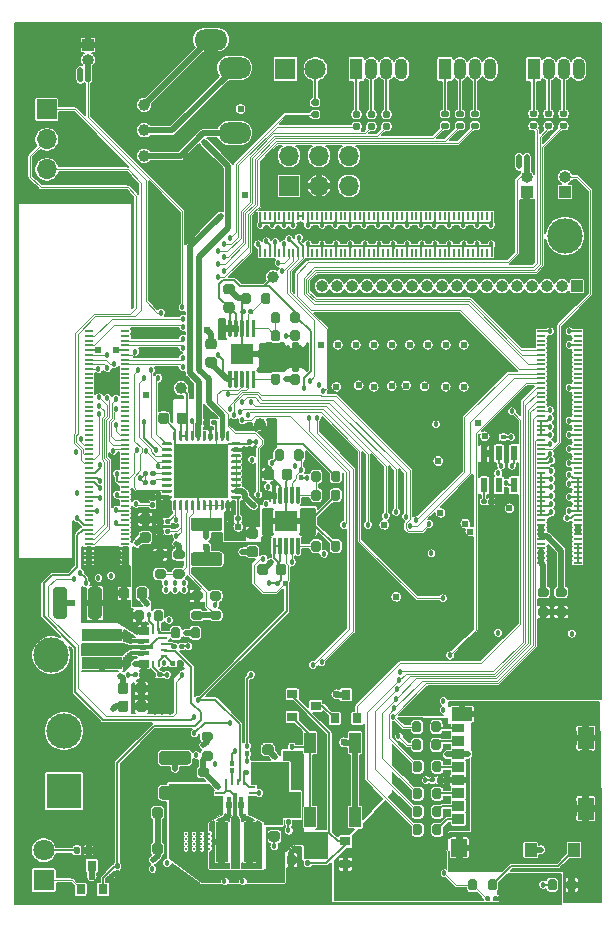
<source format=gbr>
%TF.GenerationSoftware,KiCad,Pcbnew,5.1.10*%
%TF.CreationDate,2021-08-02T15:48:16-04:00*%
%TF.ProjectId,mist-eeg,6d697374-2d65-4656-972e-6b696361645f,1C*%
%TF.SameCoordinates,Original*%
%TF.FileFunction,Copper,L1,Top*%
%TF.FilePolarity,Positive*%
%FSLAX46Y46*%
G04 Gerber Fmt 4.6, Leading zero omitted, Abs format (unit mm)*
G04 Created by KiCad (PCBNEW 5.1.10) date 2021-08-02 15:48:16*
%MOMM*%
%LPD*%
G01*
G04 APERTURE LIST*
%TA.AperFunction,SMDPad,CuDef*%
%ADD10R,1.350000X1.900000*%
%TD*%
%TA.AperFunction,SMDPad,CuDef*%
%ADD11R,1.000000X1.200000*%
%TD*%
%TA.AperFunction,SMDPad,CuDef*%
%ADD12R,1.350000X1.550000*%
%TD*%
%TA.AperFunction,SMDPad,CuDef*%
%ADD13R,1.800000X1.170000*%
%TD*%
%TA.AperFunction,SMDPad,CuDef*%
%ADD14R,1.100000X0.850000*%
%TD*%
%TA.AperFunction,SMDPad,CuDef*%
%ADD15R,1.100000X0.750000*%
%TD*%
%TA.AperFunction,ComponentPad*%
%ADD16C,3.000000*%
%TD*%
%TA.AperFunction,ComponentPad*%
%ADD17R,3.000000X3.000000*%
%TD*%
%TA.AperFunction,SMDPad,CuDef*%
%ADD18R,0.900000X0.800000*%
%TD*%
%TA.AperFunction,SMDPad,CuDef*%
%ADD19R,0.240000X0.599999*%
%TD*%
%TA.AperFunction,SMDPad,CuDef*%
%ADD20R,0.850001X0.700001*%
%TD*%
%TA.AperFunction,SMDPad,CuDef*%
%ADD21R,1.450000X0.349999*%
%TD*%
%TA.AperFunction,SMDPad,CuDef*%
%ADD22R,1.799999X0.349999*%
%TD*%
%TA.AperFunction,SMDPad,CuDef*%
%ADD23R,0.599999X0.240000*%
%TD*%
%TA.AperFunction,SMDPad,CuDef*%
%ADD24R,0.700001X0.850001*%
%TD*%
%TA.AperFunction,SMDPad,CuDef*%
%ADD25R,0.349999X1.450000*%
%TD*%
%TA.AperFunction,SMDPad,CuDef*%
%ADD26R,0.349999X1.799999*%
%TD*%
%TA.AperFunction,SMDPad,CuDef*%
%ADD27R,1.000000X1.700000*%
%TD*%
%TA.AperFunction,SMDPad,CuDef*%
%ADD28R,0.584200X1.295400*%
%TD*%
%TA.AperFunction,SMDPad,CuDef*%
%ADD29R,0.711200X0.203200*%
%TD*%
%TA.AperFunction,SMDPad,CuDef*%
%ADD30R,0.203200X0.711200*%
%TD*%
%TA.AperFunction,ComponentPad*%
%ADD31O,2.800000X1.800000*%
%TD*%
%TA.AperFunction,SMDPad,CuDef*%
%ADD32R,0.800000X0.900000*%
%TD*%
%TA.AperFunction,ComponentPad*%
%ADD33C,1.800000*%
%TD*%
%TA.AperFunction,ComponentPad*%
%ADD34R,1.800000X1.800000*%
%TD*%
%TA.AperFunction,ComponentPad*%
%ADD35O,1.000000X1.000000*%
%TD*%
%TA.AperFunction,ComponentPad*%
%ADD36R,1.000000X1.000000*%
%TD*%
%TA.AperFunction,SMDPad,CuDef*%
%ADD37R,3.400000X0.980000*%
%TD*%
%TA.AperFunction,SMDPad,CuDef*%
%ADD38R,0.980000X3.400000*%
%TD*%
%TA.AperFunction,ComponentPad*%
%ADD39O,1.700000X1.700000*%
%TD*%
%TA.AperFunction,ComponentPad*%
%ADD40R,1.700000X1.700000*%
%TD*%
%TA.AperFunction,ComponentPad*%
%ADD41C,0.212500*%
%TD*%
%TA.AperFunction,SMDPad,CuDef*%
%ADD42R,1.880000X1.680000*%
%TD*%
%TA.AperFunction,SMDPad,CuDef*%
%ADD43R,4.600000X4.600000*%
%TD*%
%TA.AperFunction,SMDPad,CuDef*%
%ADD44C,1.000000*%
%TD*%
%TA.AperFunction,ComponentPad*%
%ADD45O,1.070000X1.800000*%
%TD*%
%TA.AperFunction,ComponentPad*%
%ADD46R,1.070000X1.800000*%
%TD*%
%TA.AperFunction,ViaPad*%
%ADD47C,0.457200*%
%TD*%
%TA.AperFunction,ViaPad*%
%ADD48C,0.609600*%
%TD*%
%TA.AperFunction,Conductor*%
%ADD49C,0.177800*%
%TD*%
%TA.AperFunction,Conductor*%
%ADD50C,0.101600*%
%TD*%
%TA.AperFunction,Conductor*%
%ADD51C,0.508000*%
%TD*%
%TA.AperFunction,Conductor*%
%ADD52C,0.381000*%
%TD*%
%TA.AperFunction,Conductor*%
%ADD53C,0.250000*%
%TD*%
%TA.AperFunction,Conductor*%
%ADD54C,0.100000*%
%TD*%
%TA.AperFunction,Conductor*%
%ADD55C,0.254000*%
%TD*%
%TA.AperFunction,Conductor*%
%ADD56C,0.127000*%
%TD*%
G04 APERTURE END LIST*
D10*
%TO.P,J5,11*%
%TO.N,Net-(FB1-Pad2)*%
X247500500Y-94758500D03*
X247500500Y-100728500D03*
D11*
%TO.P,J5,9*%
%TO.N,GND*%
X242825500Y-104228500D03*
%TO.P,J5,10*%
%TO.N,Net-(J5-Pad10)*%
X246525500Y-104228500D03*
D12*
%TO.P,J5,11*%
%TO.N,Net-(FB1-Pad2)*%
X236800500Y-104053500D03*
D13*
X237025500Y-92733500D03*
D14*
%TO.P,J5,7*%
%TO.N,Net-(J5-Pad7)*%
X236675500Y-94993500D03*
%TO.P,J5,6*%
%TO.N,GND*%
X236675500Y-96093500D03*
%TO.P,J5,5*%
%TO.N,Net-(J5-Pad5)*%
X236675500Y-97193500D03*
%TO.P,J5,4*%
%TO.N,/SD_DATA/+PWR*%
X236675500Y-98293500D03*
%TO.P,J5,3*%
%TO.N,Net-(J5-Pad3)*%
X236675500Y-99393500D03*
%TO.P,J5,2*%
%TO.N,Net-(J5-Pad2)*%
X236675500Y-100493500D03*
D15*
%TO.P,J5,8*%
%TO.N,Net-(J5-Pad8)*%
X236675500Y-93943500D03*
D14*
%TO.P,J5,1*%
%TO.N,Net-(J5-Pad1)*%
X236675500Y-101593500D03*
%TD*%
D16*
%TO.P,J1,2*%
%TO.N,Net-(F1-Pad2)*%
X203327000Y-94170500D03*
D17*
%TO.P,J1,1*%
%TO.N,GND*%
X203327000Y-99250500D03*
%TD*%
%TO.P,R11,2*%
%TO.N,Net-(Q2-Pad2)*%
%TA.AperFunction,SMDPad,CuDef*%
G36*
G01*
X222731000Y-95731500D02*
X222531000Y-95731500D01*
G75*
G02*
X222431000Y-95631500I0J100000D01*
G01*
X222431000Y-95371500D01*
G75*
G02*
X222531000Y-95271500I100000J0D01*
G01*
X222731000Y-95271500D01*
G75*
G02*
X222831000Y-95371500I0J-100000D01*
G01*
X222831000Y-95631500D01*
G75*
G02*
X222731000Y-95731500I-100000J0D01*
G01*
G37*
%TD.AperFunction*%
%TO.P,R11,1*%
%TO.N,/+3V3_SD*%
%TA.AperFunction,SMDPad,CuDef*%
G36*
G01*
X222731000Y-96371500D02*
X222531000Y-96371500D01*
G75*
G02*
X222431000Y-96271500I0J100000D01*
G01*
X222431000Y-96011500D01*
G75*
G02*
X222531000Y-95911500I100000J0D01*
G01*
X222731000Y-95911500D01*
G75*
G02*
X222831000Y-96011500I0J-100000D01*
G01*
X222831000Y-96271500D01*
G75*
G02*
X222731000Y-96371500I-100000J0D01*
G01*
G37*
%TD.AperFunction*%
%TD*%
D18*
%TO.P,Q2,3*%
%TO.N,Net-(Q2-Pad3)*%
X224647000Y-92011500D03*
%TO.P,Q2,2*%
%TO.N,Net-(Q2-Pad2)*%
X222647000Y-92961500D03*
%TO.P,Q2,1*%
%TO.N,Net-(Q2-Pad1)*%
X222647000Y-91061500D03*
%TD*%
%TO.P,C41,2*%
%TO.N,GND*%
%TA.AperFunction,SMDPad,CuDef*%
G36*
G01*
X203570000Y-82211999D02*
X203570000Y-84412001D01*
G75*
G02*
X203320001Y-84662000I-249999J0D01*
G01*
X202669999Y-84662000D01*
G75*
G02*
X202420000Y-84412001I0J249999D01*
G01*
X202420000Y-82211999D01*
G75*
G02*
X202669999Y-81962000I249999J0D01*
G01*
X203320001Y-81962000D01*
G75*
G02*
X203570000Y-82211999I0J-249999D01*
G01*
G37*
%TD.AperFunction*%
%TO.P,C41,1*%
%TO.N,/+5V_SOM*%
%TA.AperFunction,SMDPad,CuDef*%
G36*
G01*
X206520000Y-82211999D02*
X206520000Y-84412001D01*
G75*
G02*
X206270001Y-84662000I-249999J0D01*
G01*
X205619999Y-84662000D01*
G75*
G02*
X205370000Y-84412001I0J249999D01*
G01*
X205370000Y-82211999D01*
G75*
G02*
X205619999Y-81962000I249999J0D01*
G01*
X206270001Y-81962000D01*
G75*
G02*
X206520000Y-82211999I0J-249999D01*
G01*
G37*
%TD.AperFunction*%
%TD*%
%TO.P,C34,2*%
%TO.N,GND*%
%TA.AperFunction,SMDPad,CuDef*%
G36*
G01*
X213825001Y-97017000D02*
X211624999Y-97017000D01*
G75*
G02*
X211375000Y-96767001I0J249999D01*
G01*
X211375000Y-96116999D01*
G75*
G02*
X211624999Y-95867000I249999J0D01*
G01*
X213825001Y-95867000D01*
G75*
G02*
X214075000Y-96116999I0J-249999D01*
G01*
X214075000Y-96767001D01*
G75*
G02*
X213825001Y-97017000I-249999J0D01*
G01*
G37*
%TD.AperFunction*%
%TO.P,C34,1*%
%TO.N,/+3V3_SD*%
%TA.AperFunction,SMDPad,CuDef*%
G36*
G01*
X213825001Y-99967000D02*
X211624999Y-99967000D01*
G75*
G02*
X211375000Y-99717001I0J249999D01*
G01*
X211375000Y-99066999D01*
G75*
G02*
X211624999Y-98817000I249999J0D01*
G01*
X213825001Y-98817000D01*
G75*
G02*
X214075000Y-99066999I0J-249999D01*
G01*
X214075000Y-99717001D01*
G75*
G02*
X213825001Y-99967000I-249999J0D01*
G01*
G37*
%TD.AperFunction*%
%TD*%
%TO.P,C27,2*%
%TO.N,GND*%
%TA.AperFunction,SMDPad,CuDef*%
G36*
G01*
X221762200Y-72703500D02*
X221762200Y-72203500D01*
G75*
G02*
X221987200Y-71978500I225000J0D01*
G01*
X222437200Y-71978500D01*
G75*
G02*
X222662200Y-72203500I0J-225000D01*
G01*
X222662200Y-72703500D01*
G75*
G02*
X222437200Y-72928500I-225000J0D01*
G01*
X221987200Y-72928500D01*
G75*
G02*
X221762200Y-72703500I0J225000D01*
G01*
G37*
%TD.AperFunction*%
%TO.P,C27,1*%
%TO.N,/+1V8_ANA*%
%TA.AperFunction,SMDPad,CuDef*%
G36*
G01*
X220212200Y-72703500D02*
X220212200Y-72203500D01*
G75*
G02*
X220437200Y-71978500I225000J0D01*
G01*
X220887200Y-71978500D01*
G75*
G02*
X221112200Y-72203500I0J-225000D01*
G01*
X221112200Y-72703500D01*
G75*
G02*
X220887200Y-72928500I-225000J0D01*
G01*
X220437200Y-72928500D01*
G75*
G02*
X220212200Y-72703500I0J225000D01*
G01*
G37*
%TD.AperFunction*%
%TD*%
%TO.P,C26,2*%
%TO.N,GND*%
%TA.AperFunction,SMDPad,CuDef*%
G36*
G01*
X217547000Y-57206000D02*
X217047000Y-57206000D01*
G75*
G02*
X216822000Y-56981000I0J225000D01*
G01*
X216822000Y-56531000D01*
G75*
G02*
X217047000Y-56306000I225000J0D01*
G01*
X217547000Y-56306000D01*
G75*
G02*
X217772000Y-56531000I0J-225000D01*
G01*
X217772000Y-56981000D01*
G75*
G02*
X217547000Y-57206000I-225000J0D01*
G01*
G37*
%TD.AperFunction*%
%TO.P,C26,1*%
%TO.N,/+5V0_ANA*%
%TA.AperFunction,SMDPad,CuDef*%
G36*
G01*
X217547000Y-58756000D02*
X217047000Y-58756000D01*
G75*
G02*
X216822000Y-58531000I0J225000D01*
G01*
X216822000Y-58081000D01*
G75*
G02*
X217047000Y-57856000I225000J0D01*
G01*
X217547000Y-57856000D01*
G75*
G02*
X217772000Y-58081000I0J-225000D01*
G01*
X217772000Y-58531000D01*
G75*
G02*
X217547000Y-58756000I-225000J0D01*
G01*
G37*
%TD.AperFunction*%
%TD*%
%TO.P,C23,2*%
%TO.N,GND*%
%TA.AperFunction,SMDPad,CuDef*%
G36*
G01*
X220604200Y-80242600D02*
X220604200Y-80742600D01*
G75*
G02*
X220379200Y-80967600I-225000J0D01*
G01*
X219929200Y-80967600D01*
G75*
G02*
X219704200Y-80742600I0J225000D01*
G01*
X219704200Y-80242600D01*
G75*
G02*
X219929200Y-80017600I225000J0D01*
G01*
X220379200Y-80017600D01*
G75*
G02*
X220604200Y-80242600I0J-225000D01*
G01*
G37*
%TD.AperFunction*%
%TO.P,C23,1*%
%TO.N,/power/+5V25*%
%TA.AperFunction,SMDPad,CuDef*%
G36*
G01*
X222154200Y-80242600D02*
X222154200Y-80742600D01*
G75*
G02*
X221929200Y-80967600I-225000J0D01*
G01*
X221479200Y-80967600D01*
G75*
G02*
X221254200Y-80742600I0J225000D01*
G01*
X221254200Y-80242600D01*
G75*
G02*
X221479200Y-80017600I225000J0D01*
G01*
X221929200Y-80017600D01*
G75*
G02*
X222154200Y-80242600I0J-225000D01*
G01*
G37*
%TD.AperFunction*%
%TD*%
%TO.P,C22,2*%
%TO.N,GND*%
%TA.AperFunction,SMDPad,CuDef*%
G36*
G01*
X216023000Y-61841500D02*
X215523000Y-61841500D01*
G75*
G02*
X215298000Y-61616500I0J225000D01*
G01*
X215298000Y-61166500D01*
G75*
G02*
X215523000Y-60941500I225000J0D01*
G01*
X216023000Y-60941500D01*
G75*
G02*
X216248000Y-61166500I0J-225000D01*
G01*
X216248000Y-61616500D01*
G75*
G02*
X216023000Y-61841500I-225000J0D01*
G01*
G37*
%TD.AperFunction*%
%TO.P,C22,1*%
%TO.N,/power/+5V25*%
%TA.AperFunction,SMDPad,CuDef*%
G36*
G01*
X216023000Y-63391500D02*
X215523000Y-63391500D01*
G75*
G02*
X215298000Y-63166500I0J225000D01*
G01*
X215298000Y-62716500D01*
G75*
G02*
X215523000Y-62491500I225000J0D01*
G01*
X216023000Y-62491500D01*
G75*
G02*
X216248000Y-62716500I0J-225000D01*
G01*
X216248000Y-63166500D01*
G75*
G02*
X216023000Y-63391500I-225000J0D01*
G01*
G37*
%TD.AperFunction*%
%TD*%
%TO.P,C50,2*%
%TO.N,GND*%
%TA.AperFunction,SMDPad,CuDef*%
G36*
G01*
X214291999Y-79043100D02*
X216492001Y-79043100D01*
G75*
G02*
X216742000Y-79293099I0J-249999D01*
G01*
X216742000Y-79943101D01*
G75*
G02*
X216492001Y-80193100I-249999J0D01*
G01*
X214291999Y-80193100D01*
G75*
G02*
X214042000Y-79943101I0J249999D01*
G01*
X214042000Y-79293099D01*
G75*
G02*
X214291999Y-79043100I249999J0D01*
G01*
G37*
%TD.AperFunction*%
%TO.P,C50,1*%
%TO.N,/audio/CM*%
%TA.AperFunction,SMDPad,CuDef*%
G36*
G01*
X214291999Y-76093100D02*
X216492001Y-76093100D01*
G75*
G02*
X216742000Y-76343099I0J-249999D01*
G01*
X216742000Y-76993101D01*
G75*
G02*
X216492001Y-77243100I-249999J0D01*
G01*
X214291999Y-77243100D01*
G75*
G02*
X214042000Y-76993101I0J249999D01*
G01*
X214042000Y-76343099D01*
G75*
G02*
X214291999Y-76093100I249999J0D01*
G01*
G37*
%TD.AperFunction*%
%TD*%
D19*
%TO.P,U9,15*%
%TO.N,Net-(R45-Pad1)*%
X211354500Y-88458500D03*
%TO.P,U9,14*%
%TO.N,/AUDIO_PWR_OK*%
X210854501Y-88458500D03*
D20*
%TO.P,U9,13*%
%TO.N,/power/+PWR*%
X210104500Y-88458500D03*
%TO.P,U9,12*%
X210104500Y-88458500D03*
D21*
%TO.P,U9,11*%
%TO.N,Net-(L3-Pad1)*%
X209854500Y-87558499D03*
D22*
%TO.P,U9,10*%
%TO.N,GND*%
X210029501Y-87058500D03*
D21*
%TO.P,U9,9*%
%TO.N,Net-(L3-Pad2)*%
X209854500Y-86558501D03*
D20*
%TO.P,U9,8*%
%TO.N,/+5V_SOM*%
X210104500Y-85658500D03*
%TO.P,U9,7*%
X210104500Y-85658500D03*
D19*
%TO.P,U9,6*%
%TO.N,GND*%
X210854501Y-85658500D03*
%TO.P,U9,5*%
%TO.N,/power/SoM-power/FB*%
X211354500Y-85658500D03*
D23*
%TO.P,U9,4*%
%TO.N,GND*%
X211779500Y-86308502D03*
%TO.P,U9,3*%
%TO.N,Net-(C39-Pad1)*%
X211779500Y-86808500D03*
%TO.P,U9,2*%
%TO.N,/power/PG*%
X211779500Y-87308502D03*
%TO.P,U9,1*%
%TO.N,Net-(R45-Pad1)*%
X211779500Y-87808501D03*
%TD*%
%TO.P,U8,15*%
%TO.N,Net-(R41-Pad1)*%
X219205000Y-98906500D03*
%TO.P,U8,14*%
%TO.N,/power/SD-power/ENA*%
X219205000Y-99406499D03*
D24*
%TO.P,U8,13*%
%TO.N,/power/+PWR*%
X219205000Y-100156500D03*
%TO.P,U8,12*%
X219205000Y-100156500D03*
D25*
%TO.P,U8,11*%
%TO.N,Net-(L2-Pad1)*%
X218304999Y-100406500D03*
D26*
%TO.P,U8,10*%
%TO.N,GND*%
X217805000Y-100231499D03*
D25*
%TO.P,U8,9*%
%TO.N,Net-(L2-Pad2)*%
X217305001Y-100406500D03*
D24*
%TO.P,U8,8*%
%TO.N,/+3V3_SD*%
X216405000Y-100156500D03*
%TO.P,U8,7*%
X216405000Y-100156500D03*
D23*
%TO.P,U8,6*%
%TO.N,GND*%
X216405000Y-99406499D03*
%TO.P,U8,5*%
%TO.N,/power/SD-power/FB*%
X216405000Y-98906500D03*
D19*
%TO.P,U8,4*%
%TO.N,GND*%
X217055002Y-98481500D03*
%TO.P,U8,3*%
%TO.N,Net-(C31-Pad1)*%
X217555000Y-98481500D03*
%TO.P,U8,2*%
%TO.N,/power/STAGE_1*%
X218055002Y-98481500D03*
%TO.P,U8,1*%
%TO.N,Net-(R41-Pad1)*%
X218555001Y-98481500D03*
%TD*%
%TO.P,R10,2*%
%TO.N,/AUDIO_PWR_OK*%
%TA.AperFunction,SMDPad,CuDef*%
G36*
G01*
X218921000Y-95668000D02*
X218721000Y-95668000D01*
G75*
G02*
X218621000Y-95568000I0J100000D01*
G01*
X218621000Y-95308000D01*
G75*
G02*
X218721000Y-95208000I100000J0D01*
G01*
X218921000Y-95208000D01*
G75*
G02*
X219021000Y-95308000I0J-100000D01*
G01*
X219021000Y-95568000D01*
G75*
G02*
X218921000Y-95668000I-100000J0D01*
G01*
G37*
%TD.AperFunction*%
%TO.P,R10,1*%
%TO.N,/power/SD-power/ENA*%
%TA.AperFunction,SMDPad,CuDef*%
G36*
G01*
X218921000Y-96308000D02*
X218721000Y-96308000D01*
G75*
G02*
X218621000Y-96208000I0J100000D01*
G01*
X218621000Y-95948000D01*
G75*
G02*
X218721000Y-95848000I100000J0D01*
G01*
X218921000Y-95848000D01*
G75*
G02*
X219021000Y-95948000I0J-100000D01*
G01*
X219021000Y-96208000D01*
G75*
G02*
X218921000Y-96308000I-100000J0D01*
G01*
G37*
%TD.AperFunction*%
%TD*%
D27*
%TO.P,SW3,2*%
%TO.N,Net-(Q2-Pad2)*%
X224160000Y-101448000D03*
X224160000Y-95148000D03*
%TO.P,SW3,1*%
%TO.N,GND*%
X227960000Y-101448000D03*
X227960000Y-95148000D03*
%TD*%
D28*
%TO.P,U12,6*%
%TO.N,+3V3*%
X238887000Y-70650100D03*
%TO.P,U12,5*%
%TO.N,/SoM/CLK-*%
X240157000Y-70650100D03*
%TO.P,U12,4*%
%TO.N,/SoM/CLK+*%
X241427000Y-70650100D03*
%TO.P,U12,3*%
%TO.N,GND*%
X241427000Y-73367900D03*
%TO.P,U12,2*%
%TO.N,N/C*%
X240157000Y-73367900D03*
%TO.P,U12,1*%
%TO.N,Net-(R116-Pad1)*%
X238887000Y-73367900D03*
%TD*%
D29*
%TO.P,J10,100*%
%TO.N,/SoM/VDD_3V3*%
X243740001Y-79909998D03*
%TO.P,J10,99*%
%TO.N,/SoM/VDDA_1V8*%
X246819999Y-79909998D03*
%TO.P,J10,98*%
%TO.N,/SoM/VDD_3V3*%
X243740001Y-79509999D03*
%TO.P,J10,97*%
%TO.N,/SoM/VDDA_1V8*%
X246819999Y-79509999D03*
%TO.P,J10,96*%
%TO.N,/SoM/VDD_3V3*%
X243740001Y-79110000D03*
%TO.P,J10,95*%
%TO.N,/SoM/VDDA_1V8*%
X246819999Y-79110000D03*
%TO.P,J10,94*%
%TO.N,/SoM/VDD_3V3*%
X243740001Y-78709998D03*
%TO.P,J10,93*%
%TO.N,/SoM/VDDA_1V8*%
X246819999Y-78709998D03*
%TO.P,J10,92*%
%TO.N,N/C*%
X243740001Y-78309999D03*
%TO.P,J10,91*%
%TO.N,/SoM/VDDA_1V8*%
X246819999Y-78309999D03*
%TO.P,J10,90*%
%TO.N,/SoM/DCDC_3V3*%
X243740001Y-77910000D03*
%TO.P,J10,89*%
%TO.N,N/C*%
X246819999Y-77910000D03*
%TO.P,J10,88*%
%TO.N,/SoM/DCDC_3V3*%
X243740001Y-77510000D03*
%TO.P,J10,87*%
%TO.N,/SoM/NVCC_ENET_2V5*%
X246819999Y-77510000D03*
%TO.P,J10,86*%
%TO.N,/SoM/DCDC_3V3*%
X243740001Y-77109999D03*
%TO.P,J10,85*%
%TO.N,/SoM/NVCC_ENET_2V5*%
X246819999Y-77109999D03*
%TO.P,J10,84*%
%TO.N,/SoM/DCDC_3V3*%
X243740001Y-76709999D03*
%TO.P,J10,83*%
%TO.N,/SoM/NVCC_ENET_2V5*%
X246819999Y-76709999D03*
%TO.P,J10,82*%
%TO.N,N/C*%
X243740001Y-76310000D03*
%TO.P,J10,81*%
X246819999Y-76310000D03*
%TO.P,J10,80*%
%TO.N,GND*%
X243740001Y-75909999D03*
%TO.P,J10,79*%
%TO.N,/SoM/~POR~*%
X246819999Y-75909999D03*
%TO.P,J10,78*%
%TO.N,GND*%
X243740001Y-75509999D03*
%TO.P,J10,77*%
X246819999Y-75509999D03*
%TO.P,J10,76*%
X243740001Y-75110000D03*
%TO.P,J10,75*%
X246819999Y-75110000D03*
%TO.P,J10,74*%
X243740001Y-74709998D03*
%TO.P,J10,73*%
X246819999Y-74709998D03*
%TO.P,J10,72*%
X243740001Y-74309999D03*
%TO.P,J10,71*%
X246819999Y-74309999D03*
%TO.P,J10,70*%
X243740001Y-73910000D03*
%TO.P,J10,69*%
X246819999Y-73910000D03*
%TO.P,J10,68*%
X243740001Y-73510001D03*
%TO.P,J10,67*%
X246819999Y-73510001D03*
%TO.P,J10,66*%
X243740001Y-73109999D03*
%TO.P,J10,65*%
X246819999Y-73109999D03*
%TO.P,J10,64*%
X243740001Y-72710000D03*
%TO.P,J10,63*%
X246819999Y-72710000D03*
%TO.P,J10,62*%
X243740001Y-72310001D03*
%TO.P,J10,61*%
%TO.N,N/C*%
X246819999Y-72310001D03*
%TO.P,J10,60*%
%TO.N,/SoM/CLK-*%
X243740001Y-71909999D03*
%TO.P,J10,59*%
%TO.N,N/C*%
X246819999Y-71909999D03*
%TO.P,J10,58*%
%TO.N,/SoM/CLK+*%
X243740001Y-71510000D03*
%TO.P,J10,57*%
%TO.N,GND*%
X246819999Y-71510000D03*
%TO.P,J10,56*%
X243740001Y-71110001D03*
%TO.P,J10,55*%
%TO.N,N/C*%
X246819999Y-71110001D03*
%TO.P,J10,54*%
X243740001Y-70710001D03*
%TO.P,J10,53*%
X246819999Y-70710001D03*
%TO.P,J10,52*%
%TO.N,/SoM/ONOFF*%
X243740001Y-70310000D03*
%TO.P,J10,51*%
%TO.N,GND*%
X246819999Y-70310000D03*
%TO.P,J10,50*%
X243740001Y-69910000D03*
%TO.P,J10,49*%
%TO.N,N/C*%
X246819999Y-69910000D03*
%TO.P,J10,48*%
%TO.N,/SD_CLK*%
X243740001Y-69510001D03*
%TO.P,J10,47*%
%TO.N,N/C*%
X246819999Y-69510001D03*
%TO.P,J10,46*%
%TO.N,GND*%
X243740001Y-69109999D03*
%TO.P,J10,45*%
X246819999Y-69109999D03*
%TO.P,J10,44*%
X243740001Y-68710000D03*
%TO.P,J10,43*%
%TO.N,N/C*%
X246819999Y-68710000D03*
%TO.P,J10,42*%
%TO.N,GND*%
X243740001Y-68310001D03*
%TO.P,J10,41*%
%TO.N,N/C*%
X246819999Y-68310001D03*
%TO.P,J10,40*%
%TO.N,GND*%
X243740001Y-67909999D03*
%TO.P,J10,39*%
X246819999Y-67909999D03*
%TO.P,J10,38*%
%TO.N,/SD_DAT3*%
X243740001Y-67510000D03*
%TO.P,J10,37*%
%TO.N,N/C*%
X246819999Y-67510000D03*
%TO.P,J10,36*%
%TO.N,/~SD_RST~*%
X243740001Y-67110001D03*
%TO.P,J10,35*%
%TO.N,N/C*%
X246819999Y-67110001D03*
%TO.P,J10,34*%
%TO.N,/SD_DAT2*%
X243740001Y-66710002D03*
%TO.P,J10,33*%
%TO.N,N/C*%
X246819999Y-66710002D03*
%TO.P,J10,32*%
%TO.N,/SD_DAT1*%
X243740001Y-66310000D03*
%TO.P,J10,31*%
%TO.N,N/C*%
X246819999Y-66310000D03*
%TO.P,J10,30*%
X243740001Y-65910001D03*
%TO.P,J10,29*%
X246819999Y-65910001D03*
%TO.P,J10,28*%
%TO.N,/SD_DAT0*%
X243740001Y-65510002D03*
%TO.P,J10,27*%
%TO.N,N/C*%
X246819999Y-65510002D03*
%TO.P,J10,26*%
%TO.N,/SD_CMD*%
X243740001Y-65110000D03*
%TO.P,J10,25*%
%TO.N,GND*%
X246819999Y-65110000D03*
%TO.P,J10,24*%
%TO.N,/~SD_CONNECTED~*%
X243740001Y-64710001D03*
%TO.P,J10,23*%
%TO.N,N/C*%
X246819999Y-64710001D03*
%TO.P,J10,22*%
%TO.N,/~EEG_RESET~*%
X243740001Y-64310001D03*
%TO.P,J10,21*%
%TO.N,N/C*%
X246819999Y-64310001D03*
%TO.P,J10,20*%
%TO.N,/~EEG_PWDN~*%
X243740001Y-63910000D03*
%TO.P,J10,19*%
%TO.N,N/C*%
X246819999Y-63910000D03*
%TO.P,J10,18*%
%TO.N,/START*%
X243740001Y-63510001D03*
%TO.P,J10,17*%
%TO.N,N/C*%
X246819999Y-63510001D03*
%TO.P,J10,16*%
%TO.N,/USER3_R*%
X243740001Y-63110001D03*
%TO.P,J10,15*%
%TO.N,N/C*%
X246819999Y-63110001D03*
%TO.P,J10,14*%
X243740001Y-62710002D03*
%TO.P,J10,13*%
X246819999Y-62710002D03*
%TO.P,J10,12*%
%TO.N,/USER3_G*%
X243740001Y-62310000D03*
%TO.P,J10,11*%
%TO.N,N/C*%
X246819999Y-62310000D03*
%TO.P,J10,10*%
%TO.N,/USER3_B*%
X243740001Y-61910001D03*
%TO.P,J10,9*%
%TO.N,N/C*%
X246819999Y-61910001D03*
%TO.P,J10,8*%
X243740001Y-61510002D03*
%TO.P,J10,7*%
%TO.N,GND*%
X246819999Y-61510002D03*
%TO.P,J10,6*%
%TO.N,N/C*%
X243740001Y-61110000D03*
%TO.P,J10,5*%
X246819999Y-61110000D03*
%TO.P,J10,4*%
X243740001Y-60710001D03*
%TO.P,J10,3*%
X246819999Y-60710001D03*
%TO.P,J10,2*%
%TO.N,GND*%
X243740001Y-60310002D03*
%TO.P,J10,1*%
X246819999Y-60310002D03*
%TD*%
D30*
%TO.P,J9,100*%
%TO.N,GND*%
X219950002Y-50590001D03*
%TO.P,J9,99*%
X219950002Y-53669999D03*
%TO.P,J9,98*%
%TO.N,N/C*%
X220350001Y-50590001D03*
%TO.P,J9,97*%
X220350001Y-53669999D03*
%TO.P,J9,96*%
X220750000Y-50590001D03*
%TO.P,J9,95*%
%TO.N,/SoM/RXD*%
X220750000Y-53669999D03*
%TO.P,J9,94*%
%TO.N,GND*%
X221150002Y-50590001D03*
%TO.P,J9,93*%
%TO.N,/SoM/TXD*%
X221150002Y-53669999D03*
%TO.P,J9,92*%
%TO.N,N/C*%
X221550001Y-50590001D03*
%TO.P,J9,91*%
X221550001Y-53669999D03*
%TO.P,J9,90*%
%TO.N,GND*%
X221950000Y-50590001D03*
%TO.P,J9,89*%
X221950000Y-53669999D03*
%TO.P,J9,88*%
%TO.N,N/C*%
X222350000Y-50590001D03*
%TO.P,J9,87*%
%TO.N,/AUDIO_SCL*%
X222350000Y-53669999D03*
%TO.P,J9,86*%
%TO.N,GND*%
X222750001Y-50590001D03*
%TO.P,J9,85*%
%TO.N,/AUDIO_SDA*%
X222750001Y-53669999D03*
%TO.P,J9,84*%
%TO.N,/SoM/USB1_VBUS*%
X223150001Y-50590001D03*
%TO.P,J9,83*%
%TO.N,/CTRL_SCL*%
X223150001Y-53669999D03*
%TO.P,J9,82*%
%TO.N,/SoM/USB1_VBUS*%
X223550000Y-50590001D03*
%TO.P,J9,81*%
%TO.N,/CTRL_SDA*%
X223550000Y-53669999D03*
%TO.P,J9,80*%
%TO.N,GND*%
X223950001Y-50590001D03*
%TO.P,J9,79*%
X223950001Y-53669999D03*
%TO.P,J9,78*%
%TO.N,N/C*%
X224350001Y-50590001D03*
%TO.P,J9,77*%
X224350001Y-53669999D03*
%TO.P,J9,76*%
X224750000Y-50590001D03*
%TO.P,J9,75*%
X224750000Y-53669999D03*
%TO.P,J9,74*%
%TO.N,GND*%
X225150002Y-50590001D03*
%TO.P,J9,73*%
X225150002Y-53669999D03*
%TO.P,J9,72*%
%TO.N,N/C*%
X225550001Y-50590001D03*
%TO.P,J9,71*%
X225550001Y-53669999D03*
%TO.P,J9,70*%
X225950000Y-50590001D03*
%TO.P,J9,69*%
X225950000Y-53669999D03*
%TO.P,J9,68*%
%TO.N,GND*%
X226349999Y-50590001D03*
%TO.P,J9,67*%
X226349999Y-53669999D03*
%TO.P,J9,66*%
%TO.N,N/C*%
X226750001Y-50590001D03*
%TO.P,J9,65*%
X226750001Y-53669999D03*
%TO.P,J9,64*%
X227150000Y-50590001D03*
%TO.P,J9,63*%
X227150000Y-53669999D03*
%TO.P,J9,62*%
%TO.N,GND*%
X227549999Y-50590001D03*
%TO.P,J9,61*%
X227549999Y-53669999D03*
%TO.P,J9,60*%
%TO.N,N/C*%
X227950001Y-50590001D03*
%TO.P,J9,59*%
X227950001Y-53669999D03*
%TO.P,J9,58*%
X228350000Y-50590001D03*
%TO.P,J9,57*%
X228350000Y-53669999D03*
%TO.P,J9,56*%
%TO.N,GND*%
X228749999Y-50590001D03*
%TO.P,J9,55*%
X228749999Y-53669999D03*
%TO.P,J9,54*%
%TO.N,N/C*%
X229149999Y-50590001D03*
%TO.P,J9,53*%
X229149999Y-53669999D03*
%TO.P,J9,52*%
X229550000Y-50590001D03*
%TO.P,J9,51*%
X229550000Y-53669999D03*
%TO.P,J9,50*%
%TO.N,GND*%
X229950000Y-50590001D03*
%TO.P,J9,49*%
X229950000Y-53669999D03*
%TO.P,J9,48*%
%TO.N,N/C*%
X230349999Y-50590001D03*
%TO.P,J9,47*%
X230349999Y-53669999D03*
%TO.P,J9,46*%
X230750001Y-50590001D03*
%TO.P,J9,45*%
X230750001Y-53669999D03*
%TO.P,J9,44*%
%TO.N,GND*%
X231150000Y-50590001D03*
%TO.P,J9,43*%
X231150000Y-53669999D03*
%TO.P,J9,42*%
%TO.N,N/C*%
X231549999Y-50590001D03*
%TO.P,J9,41*%
X231549999Y-53669999D03*
%TO.P,J9,40*%
X231950001Y-50590001D03*
%TO.P,J9,39*%
X231950001Y-53669999D03*
%TO.P,J9,38*%
%TO.N,GND*%
X232350000Y-50590001D03*
%TO.P,J9,37*%
X232350000Y-53669999D03*
%TO.P,J9,36*%
%TO.N,N/C*%
X232749999Y-50590001D03*
%TO.P,J9,35*%
X232749999Y-53669999D03*
%TO.P,J9,34*%
X233149998Y-50590001D03*
%TO.P,J9,33*%
X233149998Y-53669999D03*
%TO.P,J9,32*%
%TO.N,GND*%
X233550000Y-50590001D03*
%TO.P,J9,31*%
X233550000Y-53669999D03*
%TO.P,J9,30*%
%TO.N,N/C*%
X233949999Y-50590001D03*
%TO.P,J9,29*%
X233949999Y-53669999D03*
%TO.P,J9,28*%
X234349998Y-50590001D03*
%TO.P,J9,27*%
X234349998Y-53669999D03*
%TO.P,J9,26*%
%TO.N,GND*%
X234750000Y-50590001D03*
%TO.P,J9,25*%
X234750000Y-53669999D03*
%TO.P,J9,24*%
%TO.N,N/C*%
X235149999Y-50590001D03*
%TO.P,J9,23*%
X235149999Y-53669999D03*
%TO.P,J9,22*%
X235549999Y-50590001D03*
%TO.P,J9,21*%
X235549999Y-53669999D03*
%TO.P,J9,20*%
%TO.N,GND*%
X235950000Y-50590001D03*
%TO.P,J9,19*%
X235950000Y-53669999D03*
%TO.P,J9,18*%
%TO.N,N/C*%
X236349999Y-50590001D03*
%TO.P,J9,17*%
X236349999Y-53669999D03*
%TO.P,J9,16*%
X236749999Y-50590001D03*
%TO.P,J9,15*%
X236749999Y-53669999D03*
%TO.P,J9,14*%
%TO.N,GND*%
X237149998Y-50590001D03*
%TO.P,J9,13*%
X237149998Y-53669999D03*
%TO.P,J9,12*%
%TO.N,N/C*%
X237550000Y-50590001D03*
%TO.P,J9,11*%
X237550000Y-53669999D03*
%TO.P,J9,10*%
X237949999Y-50590001D03*
%TO.P,J9,9*%
X237949999Y-53669999D03*
%TO.P,J9,8*%
%TO.N,GND*%
X238349998Y-50590001D03*
%TO.P,J9,7*%
X238349998Y-53669999D03*
%TO.P,J9,6*%
%TO.N,N/C*%
X238750000Y-50590001D03*
%TO.P,J9,5*%
X238750000Y-53669999D03*
%TO.P,J9,4*%
X239149999Y-50590001D03*
%TO.P,J9,3*%
X239149999Y-53669999D03*
%TO.P,J9,2*%
%TO.N,GND*%
X239549998Y-50590001D03*
%TO.P,J9,1*%
X239549998Y-53669999D03*
%TD*%
D29*
%TO.P,J8,100*%
%TO.N,/+5V_SOM*%
X205440001Y-79909998D03*
%TO.P,J8,99*%
X208519999Y-79909998D03*
%TO.P,J8,98*%
X205440001Y-79509999D03*
%TO.P,J8,97*%
X208519999Y-79509999D03*
%TO.P,J8,96*%
X205440001Y-79110000D03*
%TO.P,J8,95*%
X208519999Y-79110000D03*
%TO.P,J8,94*%
X205440001Y-78709998D03*
%TO.P,J8,93*%
X208519999Y-78709998D03*
%TO.P,J8,92*%
%TO.N,/USER1_B*%
X205440001Y-78309999D03*
%TO.P,J8,91*%
%TO.N,N/C*%
X208519999Y-78309999D03*
%TO.P,J8,90*%
%TO.N,/USER1_G*%
X205440001Y-77910000D03*
%TO.P,J8,89*%
%TO.N,N/C*%
X208519999Y-77910000D03*
%TO.P,J8,88*%
%TO.N,/USER1_R*%
X205440001Y-77510000D03*
%TO.P,J8,87*%
%TO.N,N/C*%
X208519999Y-77510000D03*
%TO.P,J8,86*%
%TO.N,/SoM/~PWR_ON~*%
X205440001Y-77109999D03*
%TO.P,J8,85*%
%TO.N,N/C*%
X208519999Y-77109999D03*
%TO.P,J8,84*%
%TO.N,GND*%
X205440001Y-76709999D03*
%TO.P,J8,83*%
X208519999Y-76709999D03*
%TO.P,J8,82*%
%TO.N,N/C*%
X205440001Y-76310000D03*
%TO.P,J8,81*%
X208519999Y-76310000D03*
%TO.P,J8,80*%
X205440001Y-75909999D03*
%TO.P,J8,79*%
X208519999Y-75909999D03*
%TO.P,J8,78*%
%TO.N,GND*%
X205440001Y-75509999D03*
%TO.P,J8,77*%
X208519999Y-75509999D03*
%TO.P,J8,76*%
%TO.N,N/C*%
X205440001Y-75110000D03*
%TO.P,J8,75*%
X208519999Y-75110000D03*
%TO.P,J8,74*%
X205440001Y-74709998D03*
%TO.P,J8,73*%
X208519999Y-74709998D03*
%TO.P,J8,72*%
%TO.N,GND*%
X205440001Y-74309999D03*
%TO.P,J8,71*%
X208519999Y-74309999D03*
%TO.P,J8,70*%
%TO.N,N/C*%
X205440001Y-73910000D03*
%TO.P,J8,69*%
X208519999Y-73910000D03*
%TO.P,J8,68*%
X205440001Y-73510001D03*
%TO.P,J8,67*%
X208519999Y-73510001D03*
%TO.P,J8,66*%
%TO.N,GND*%
X205440001Y-73109999D03*
%TO.P,J8,65*%
X208519999Y-73109999D03*
%TO.P,J8,64*%
%TO.N,/SoM/BOOT_MODE0*%
X205440001Y-72710000D03*
%TO.P,J8,63*%
%TO.N,/SoM/~RESET~*%
X208519999Y-72710000D03*
%TO.P,J8,62*%
%TO.N,/SoM/BOOT_MODE1*%
X205440001Y-72310001D03*
%TO.P,J8,61*%
%TO.N,N/C*%
X208519999Y-72310001D03*
%TO.P,J8,60*%
X205440001Y-71909999D03*
%TO.P,J8,59*%
X208519999Y-71909999D03*
%TO.P,J8,58*%
%TO.N,/SoM/EXTRA_2*%
X205440001Y-71510000D03*
%TO.P,J8,57*%
%TO.N,N/C*%
X208519999Y-71510000D03*
%TO.P,J8,56*%
%TO.N,/AQUISITION*%
X205440001Y-71110001D03*
%TO.P,J8,55*%
%TO.N,N/C*%
X208519999Y-71110001D03*
%TO.P,J8,54*%
%TO.N,/SoM/EXTRA_3*%
X205440001Y-70710001D03*
%TO.P,J8,53*%
%TO.N,N/C*%
X208519999Y-70710001D03*
%TO.P,J8,52*%
X205440001Y-70310000D03*
%TO.P,J8,51*%
%TO.N,/USER*%
X208519999Y-70310000D03*
%TO.P,J8,50*%
%TO.N,/~AUDIO_PWDN~*%
X205440001Y-69910000D03*
%TO.P,J8,49*%
%TO.N,/USER2_R*%
X208519999Y-69910000D03*
%TO.P,J8,48*%
%TO.N,N/C*%
X205440001Y-69510001D03*
%TO.P,J8,47*%
%TO.N,/USER2_B*%
X208519999Y-69510001D03*
%TO.P,J8,46*%
%TO.N,N/C*%
X205440001Y-69109999D03*
%TO.P,J8,45*%
%TO.N,/USER2_G*%
X208519999Y-69109999D03*
%TO.P,J8,44*%
%TO.N,N/C*%
X205440001Y-68710000D03*
%TO.P,J8,43*%
X208519999Y-68710000D03*
%TO.P,J8,42*%
X205440001Y-68310001D03*
%TO.P,J8,41*%
X208519999Y-68310001D03*
%TO.P,J8,40*%
X205440001Y-67909999D03*
%TO.P,J8,39*%
X208519999Y-67909999D03*
%TO.P,J8,38*%
X205440001Y-67510000D03*
%TO.P,J8,37*%
X208519999Y-67510000D03*
%TO.P,J8,36*%
X205440001Y-67110001D03*
%TO.P,J8,35*%
X208519999Y-67110001D03*
%TO.P,J8,34*%
X205440001Y-66710002D03*
%TO.P,J8,33*%
X208519999Y-66710002D03*
%TO.P,J8,32*%
X205440001Y-66310000D03*
%TO.P,J8,31*%
X208519999Y-66310000D03*
%TO.P,J8,30*%
X205440001Y-65910001D03*
%TO.P,J8,29*%
X208519999Y-65910001D03*
%TO.P,J8,28*%
X205440001Y-65510002D03*
%TO.P,J8,27*%
X208519999Y-65510002D03*
%TO.P,J8,26*%
X205440001Y-65110000D03*
%TO.P,J8,25*%
X208519999Y-65110000D03*
%TO.P,J8,24*%
X205440001Y-64710001D03*
%TO.P,J8,23*%
X208519999Y-64710001D03*
%TO.P,J8,22*%
X205440001Y-64310001D03*
%TO.P,J8,21*%
X208519999Y-64310001D03*
%TO.P,J8,20*%
X205440001Y-63910000D03*
%TO.P,J8,19*%
X208519999Y-63910000D03*
%TO.P,J8,18*%
%TO.N,/AUDIO_BCLK*%
X205440001Y-63510001D03*
%TO.P,J8,17*%
%TO.N,N/C*%
X208519999Y-63510001D03*
%TO.P,J8,16*%
%TO.N,/AUDIO_SDATA*%
X205440001Y-63110001D03*
%TO.P,J8,15*%
%TO.N,/~EEG_DRDY~*%
X208519999Y-63110001D03*
%TO.P,J8,14*%
%TO.N,/AUDIO_LRCLK*%
X205440001Y-62710002D03*
%TO.P,J8,13*%
%TO.N,/EEG_START*%
X208519999Y-62710002D03*
%TO.P,J8,12*%
%TO.N,/AUDIO_MCLK*%
X205440001Y-62310000D03*
%TO.P,J8,11*%
%TO.N,/SoM/EXTRA_1*%
X208519999Y-62310000D03*
%TO.P,J8,10*%
%TO.N,GND*%
X205440001Y-61910001D03*
%TO.P,J8,9*%
X208519999Y-61910001D03*
%TO.P,J8,8*%
%TO.N,/~EEG_CS~*%
X205440001Y-61510002D03*
%TO.P,J8,7*%
%TO.N,/EEG_MOSI*%
X208519999Y-61510002D03*
%TO.P,J8,6*%
%TO.N,N/C*%
X205440001Y-61110000D03*
%TO.P,J8,5*%
%TO.N,/EEG_MISO*%
X208519999Y-61110000D03*
%TO.P,J8,4*%
%TO.N,/EEG_SCK*%
X205440001Y-60710001D03*
%TO.P,J8,3*%
%TO.N,N/C*%
X208519999Y-60710001D03*
%TO.P,J8,2*%
X205440001Y-60310002D03*
%TO.P,J8,1*%
X208519999Y-60310002D03*
%TD*%
%TO.P,FB1,2*%
%TO.N,Net-(FB1-Pad2)*%
%TA.AperFunction,SMDPad,CuDef*%
G36*
G01*
X245916000Y-107463000D02*
X245916000Y-106913000D01*
G75*
G02*
X246116000Y-106713000I200000J0D01*
G01*
X246516000Y-106713000D01*
G75*
G02*
X246716000Y-106913000I0J-200000D01*
G01*
X246716000Y-107463000D01*
G75*
G02*
X246516000Y-107663000I-200000J0D01*
G01*
X246116000Y-107663000D01*
G75*
G02*
X245916000Y-107463000I0J200000D01*
G01*
G37*
%TD.AperFunction*%
%TO.P,FB1,1*%
%TO.N,GND*%
%TA.AperFunction,SMDPad,CuDef*%
G36*
G01*
X244266000Y-107463000D02*
X244266000Y-106913000D01*
G75*
G02*
X244466000Y-106713000I200000J0D01*
G01*
X244866000Y-106713000D01*
G75*
G02*
X245066000Y-106913000I0J-200000D01*
G01*
X245066000Y-107463000D01*
G75*
G02*
X244866000Y-107663000I-200000J0D01*
G01*
X244466000Y-107663000D01*
G75*
G02*
X244266000Y-107463000I0J200000D01*
G01*
G37*
%TD.AperFunction*%
%TD*%
D31*
%TO.P,J3,R*%
%TO.N,/audio/R*%
X217773000Y-43523500D03*
%TO.P,J3,T*%
%TO.N,/audio/T*%
X217773000Y-38023500D03*
%TO.P,J3,S*%
%TO.N,GND*%
X215773000Y-35623500D03*
%TD*%
D16*
%TO.P,H2,1*%
%TO.N,N/C*%
X245750000Y-52250000D03*
%TD*%
%TO.P,H1,1*%
%TO.N,N/C*%
X202250000Y-87750000D03*
%TD*%
%TO.P,R7,2*%
%TO.N,Net-(D2-Pad2)*%
%TA.AperFunction,SMDPad,CuDef*%
G36*
G01*
X204674500Y-104082000D02*
X204674500Y-104452000D01*
G75*
G02*
X204539500Y-104587000I-135000J0D01*
G01*
X204269500Y-104587000D01*
G75*
G02*
X204134500Y-104452000I0J135000D01*
G01*
X204134500Y-104082000D01*
G75*
G02*
X204269500Y-103947000I135000J0D01*
G01*
X204539500Y-103947000D01*
G75*
G02*
X204674500Y-104082000I0J-135000D01*
G01*
G37*
%TD.AperFunction*%
%TO.P,R7,1*%
%TO.N,+3V3*%
%TA.AperFunction,SMDPad,CuDef*%
G36*
G01*
X205694500Y-104082000D02*
X205694500Y-104452000D01*
G75*
G02*
X205559500Y-104587000I-135000J0D01*
G01*
X205289500Y-104587000D01*
G75*
G02*
X205154500Y-104452000I0J135000D01*
G01*
X205154500Y-104082000D01*
G75*
G02*
X205289500Y-103947000I135000J0D01*
G01*
X205559500Y-103947000D01*
G75*
G02*
X205694500Y-104082000I0J-135000D01*
G01*
G37*
%TD.AperFunction*%
%TD*%
%TO.P,R6,2*%
%TO.N,+3V3*%
%TA.AperFunction,SMDPad,CuDef*%
G36*
G01*
X207735500Y-106008000D02*
X207935500Y-106008000D01*
G75*
G02*
X208035500Y-106108000I0J-100000D01*
G01*
X208035500Y-106368000D01*
G75*
G02*
X207935500Y-106468000I-100000J0D01*
G01*
X207735500Y-106468000D01*
G75*
G02*
X207635500Y-106368000I0J100000D01*
G01*
X207635500Y-106108000D01*
G75*
G02*
X207735500Y-106008000I100000J0D01*
G01*
G37*
%TD.AperFunction*%
%TO.P,R6,1*%
%TO.N,/power/PG*%
%TA.AperFunction,SMDPad,CuDef*%
G36*
G01*
X207735500Y-105368000D02*
X207935500Y-105368000D01*
G75*
G02*
X208035500Y-105468000I0J-100000D01*
G01*
X208035500Y-105728000D01*
G75*
G02*
X207935500Y-105828000I-100000J0D01*
G01*
X207735500Y-105828000D01*
G75*
G02*
X207635500Y-105728000I0J100000D01*
G01*
X207635500Y-105468000D01*
G75*
G02*
X207735500Y-105368000I100000J0D01*
G01*
G37*
%TD.AperFunction*%
%TD*%
D32*
%TO.P,Q1,3*%
%TO.N,GND*%
X205676500Y-105553000D03*
%TO.P,Q1,2*%
%TO.N,/power/PG*%
X206626500Y-107553000D03*
%TO.P,Q1,1*%
%TO.N,Net-(D2-Pad1)*%
X204726500Y-107553000D03*
%TD*%
D33*
%TO.P,D2,2*%
%TO.N,Net-(D2-Pad2)*%
X201612500Y-104267000D03*
D34*
%TO.P,D2,1*%
%TO.N,Net-(D2-Pad1)*%
X201612500Y-106807000D03*
%TD*%
D35*
%TO.P,SW5,2*%
%TO.N,/SoM/ONOFF*%
X245745000Y-47244000D03*
D36*
%TO.P,SW5,1*%
%TO.N,GND*%
X245745000Y-48514000D03*
%TD*%
%TO.P,R116,2*%
%TO.N,+3V3*%
%TA.AperFunction,SMDPad,CuDef*%
G36*
G01*
X239294500Y-74839500D02*
X239294500Y-74639500D01*
G75*
G02*
X239394500Y-74539500I100000J0D01*
G01*
X239654500Y-74539500D01*
G75*
G02*
X239754500Y-74639500I0J-100000D01*
G01*
X239754500Y-74839500D01*
G75*
G02*
X239654500Y-74939500I-100000J0D01*
G01*
X239394500Y-74939500D01*
G75*
G02*
X239294500Y-74839500I0J100000D01*
G01*
G37*
%TD.AperFunction*%
%TO.P,R116,1*%
%TO.N,Net-(R116-Pad1)*%
%TA.AperFunction,SMDPad,CuDef*%
G36*
G01*
X238654500Y-74839500D02*
X238654500Y-74639500D01*
G75*
G02*
X238754500Y-74539500I100000J0D01*
G01*
X239014500Y-74539500D01*
G75*
G02*
X239114500Y-74639500I0J-100000D01*
G01*
X239114500Y-74839500D01*
G75*
G02*
X239014500Y-74939500I-100000J0D01*
G01*
X238754500Y-74939500D01*
G75*
G02*
X238654500Y-74839500I0J100000D01*
G01*
G37*
%TD.AperFunction*%
%TD*%
%TO.P,R109,2*%
%TO.N,+3V3*%
%TA.AperFunction,SMDPad,CuDef*%
G36*
G01*
X222167000Y-105367500D02*
X222167000Y-104817500D01*
G75*
G02*
X222367000Y-104617500I200000J0D01*
G01*
X222767000Y-104617500D01*
G75*
G02*
X222967000Y-104817500I0J-200000D01*
G01*
X222967000Y-105367500D01*
G75*
G02*
X222767000Y-105567500I-200000J0D01*
G01*
X222367000Y-105567500D01*
G75*
G02*
X222167000Y-105367500I0J200000D01*
G01*
G37*
%TD.AperFunction*%
%TO.P,R109,1*%
%TO.N,/+3V3_SD*%
%TA.AperFunction,SMDPad,CuDef*%
G36*
G01*
X220517000Y-105367500D02*
X220517000Y-104817500D01*
G75*
G02*
X220717000Y-104617500I200000J0D01*
G01*
X221117000Y-104617500D01*
G75*
G02*
X221317000Y-104817500I0J-200000D01*
G01*
X221317000Y-105367500D01*
G75*
G02*
X221117000Y-105567500I-200000J0D01*
G01*
X220717000Y-105567500D01*
G75*
G02*
X220517000Y-105367500I0J200000D01*
G01*
G37*
%TD.AperFunction*%
%TD*%
%TO.P,R108,2*%
%TO.N,+3V3*%
%TA.AperFunction,SMDPad,CuDef*%
G36*
G01*
X245152500Y-83673500D02*
X245702500Y-83673500D01*
G75*
G02*
X245902500Y-83873500I0J-200000D01*
G01*
X245902500Y-84273500D01*
G75*
G02*
X245702500Y-84473500I-200000J0D01*
G01*
X245152500Y-84473500D01*
G75*
G02*
X244952500Y-84273500I0J200000D01*
G01*
X244952500Y-83873500D01*
G75*
G02*
X245152500Y-83673500I200000J0D01*
G01*
G37*
%TD.AperFunction*%
%TO.P,R108,1*%
%TO.N,/SoM/DCDC_3V3*%
%TA.AperFunction,SMDPad,CuDef*%
G36*
G01*
X245152500Y-82023500D02*
X245702500Y-82023500D01*
G75*
G02*
X245902500Y-82223500I0J-200000D01*
G01*
X245902500Y-82623500D01*
G75*
G02*
X245702500Y-82823500I-200000J0D01*
G01*
X245152500Y-82823500D01*
G75*
G02*
X244952500Y-82623500I0J200000D01*
G01*
X244952500Y-82223500D01*
G75*
G02*
X245152500Y-82023500I200000J0D01*
G01*
G37*
%TD.AperFunction*%
%TD*%
%TO.P,R107,2*%
%TO.N,+3V3*%
%TA.AperFunction,SMDPad,CuDef*%
G36*
G01*
X243628500Y-83673500D02*
X244178500Y-83673500D01*
G75*
G02*
X244378500Y-83873500I0J-200000D01*
G01*
X244378500Y-84273500D01*
G75*
G02*
X244178500Y-84473500I-200000J0D01*
G01*
X243628500Y-84473500D01*
G75*
G02*
X243428500Y-84273500I0J200000D01*
G01*
X243428500Y-83873500D01*
G75*
G02*
X243628500Y-83673500I200000J0D01*
G01*
G37*
%TD.AperFunction*%
%TO.P,R107,1*%
%TO.N,/SoM/VDD_3V3*%
%TA.AperFunction,SMDPad,CuDef*%
G36*
G01*
X243628500Y-82023500D02*
X244178500Y-82023500D01*
G75*
G02*
X244378500Y-82223500I0J-200000D01*
G01*
X244378500Y-82623500D01*
G75*
G02*
X244178500Y-82823500I-200000J0D01*
G01*
X243628500Y-82823500D01*
G75*
G02*
X243428500Y-82623500I0J200000D01*
G01*
X243428500Y-82223500D01*
G75*
G02*
X243628500Y-82023500I200000J0D01*
G01*
G37*
%TD.AperFunction*%
%TD*%
%TO.P,R106,2*%
%TO.N,Net-(Q2-Pad1)*%
%TA.AperFunction,SMDPad,CuDef*%
G36*
G01*
X223864500Y-105119000D02*
X224064500Y-105119000D01*
G75*
G02*
X224164500Y-105219000I0J-100000D01*
G01*
X224164500Y-105479000D01*
G75*
G02*
X224064500Y-105579000I-100000J0D01*
G01*
X223864500Y-105579000D01*
G75*
G02*
X223764500Y-105479000I0J100000D01*
G01*
X223764500Y-105219000D01*
G75*
G02*
X223864500Y-105119000I100000J0D01*
G01*
G37*
%TD.AperFunction*%
%TO.P,R106,1*%
%TO.N,/+3V3_SD*%
%TA.AperFunction,SMDPad,CuDef*%
G36*
G01*
X223864500Y-104479000D02*
X224064500Y-104479000D01*
G75*
G02*
X224164500Y-104579000I0J-100000D01*
G01*
X224164500Y-104839000D01*
G75*
G02*
X224064500Y-104939000I-100000J0D01*
G01*
X223864500Y-104939000D01*
G75*
G02*
X223764500Y-104839000I0J100000D01*
G01*
X223764500Y-104579000D01*
G75*
G02*
X223864500Y-104479000I100000J0D01*
G01*
G37*
%TD.AperFunction*%
%TD*%
%TO.P,R48,2*%
%TO.N,GND*%
%TA.AperFunction,SMDPad,CuDef*%
G36*
G01*
X214039000Y-86127000D02*
X214039000Y-85577000D01*
G75*
G02*
X214239000Y-85377000I200000J0D01*
G01*
X214639000Y-85377000D01*
G75*
G02*
X214839000Y-85577000I0J-200000D01*
G01*
X214839000Y-86127000D01*
G75*
G02*
X214639000Y-86327000I-200000J0D01*
G01*
X214239000Y-86327000D01*
G75*
G02*
X214039000Y-86127000I0J200000D01*
G01*
G37*
%TD.AperFunction*%
%TO.P,R48,1*%
%TO.N,/power/SoM-power/FB*%
%TA.AperFunction,SMDPad,CuDef*%
G36*
G01*
X212389000Y-86127000D02*
X212389000Y-85577000D01*
G75*
G02*
X212589000Y-85377000I200000J0D01*
G01*
X212989000Y-85377000D01*
G75*
G02*
X213189000Y-85577000I0J-200000D01*
G01*
X213189000Y-86127000D01*
G75*
G02*
X212989000Y-86327000I-200000J0D01*
G01*
X212589000Y-86327000D01*
G75*
G02*
X212389000Y-86127000I0J200000D01*
G01*
G37*
%TD.AperFunction*%
%TD*%
%TO.P,R47,2*%
%TO.N,/power/SoM-power/FB*%
%TA.AperFunction,SMDPad,CuDef*%
G36*
G01*
X210927500Y-84666500D02*
X210927500Y-84116500D01*
G75*
G02*
X211127500Y-83916500I200000J0D01*
G01*
X211527500Y-83916500D01*
G75*
G02*
X211727500Y-84116500I0J-200000D01*
G01*
X211727500Y-84666500D01*
G75*
G02*
X211527500Y-84866500I-200000J0D01*
G01*
X211127500Y-84866500D01*
G75*
G02*
X210927500Y-84666500I0J200000D01*
G01*
G37*
%TD.AperFunction*%
%TO.P,R47,1*%
%TO.N,/+5V_SOM*%
%TA.AperFunction,SMDPad,CuDef*%
G36*
G01*
X209277500Y-84666500D02*
X209277500Y-84116500D01*
G75*
G02*
X209477500Y-83916500I200000J0D01*
G01*
X209877500Y-83916500D01*
G75*
G02*
X210077500Y-84116500I0J-200000D01*
G01*
X210077500Y-84666500D01*
G75*
G02*
X209877500Y-84866500I-200000J0D01*
G01*
X209477500Y-84866500D01*
G75*
G02*
X209277500Y-84666500I0J200000D01*
G01*
G37*
%TD.AperFunction*%
%TD*%
%TO.P,R45,2*%
%TO.N,/power/+PWR*%
%TA.AperFunction,SMDPad,CuDef*%
G36*
G01*
X212942000Y-88555500D02*
X212942000Y-88355500D01*
G75*
G02*
X213042000Y-88255500I100000J0D01*
G01*
X213302000Y-88255500D01*
G75*
G02*
X213402000Y-88355500I0J-100000D01*
G01*
X213402000Y-88555500D01*
G75*
G02*
X213302000Y-88655500I-100000J0D01*
G01*
X213042000Y-88655500D01*
G75*
G02*
X212942000Y-88555500I0J100000D01*
G01*
G37*
%TD.AperFunction*%
%TO.P,R45,1*%
%TO.N,Net-(R45-Pad1)*%
%TA.AperFunction,SMDPad,CuDef*%
G36*
G01*
X212302000Y-88555500D02*
X212302000Y-88355500D01*
G75*
G02*
X212402000Y-88255500I100000J0D01*
G01*
X212662000Y-88255500D01*
G75*
G02*
X212762000Y-88355500I0J-100000D01*
G01*
X212762000Y-88555500D01*
G75*
G02*
X212662000Y-88655500I-100000J0D01*
G01*
X212402000Y-88655500D01*
G75*
G02*
X212302000Y-88555500I0J100000D01*
G01*
G37*
%TD.AperFunction*%
%TD*%
%TO.P,R44,2*%
%TO.N,GND*%
%TA.AperFunction,SMDPad,CuDef*%
G36*
G01*
X215730500Y-95015500D02*
X215180500Y-95015500D01*
G75*
G02*
X214980500Y-94815500I0J200000D01*
G01*
X214980500Y-94415500D01*
G75*
G02*
X215180500Y-94215500I200000J0D01*
G01*
X215730500Y-94215500D01*
G75*
G02*
X215930500Y-94415500I0J-200000D01*
G01*
X215930500Y-94815500D01*
G75*
G02*
X215730500Y-95015500I-200000J0D01*
G01*
G37*
%TD.AperFunction*%
%TO.P,R44,1*%
%TO.N,/power/SD-power/FB*%
%TA.AperFunction,SMDPad,CuDef*%
G36*
G01*
X215730500Y-96665500D02*
X215180500Y-96665500D01*
G75*
G02*
X214980500Y-96465500I0J200000D01*
G01*
X214980500Y-96065500D01*
G75*
G02*
X215180500Y-95865500I200000J0D01*
G01*
X215730500Y-95865500D01*
G75*
G02*
X215930500Y-96065500I0J-200000D01*
G01*
X215930500Y-96465500D01*
G75*
G02*
X215730500Y-96665500I-200000J0D01*
G01*
G37*
%TD.AperFunction*%
%TD*%
%TO.P,R43,2*%
%TO.N,/power/SD-power/FB*%
%TA.AperFunction,SMDPad,CuDef*%
G36*
G01*
X215413000Y-98063500D02*
X214863000Y-98063500D01*
G75*
G02*
X214663000Y-97863500I0J200000D01*
G01*
X214663000Y-97463500D01*
G75*
G02*
X214863000Y-97263500I200000J0D01*
G01*
X215413000Y-97263500D01*
G75*
G02*
X215613000Y-97463500I0J-200000D01*
G01*
X215613000Y-97863500D01*
G75*
G02*
X215413000Y-98063500I-200000J0D01*
G01*
G37*
%TD.AperFunction*%
%TO.P,R43,1*%
%TO.N,/+3V3_SD*%
%TA.AperFunction,SMDPad,CuDef*%
G36*
G01*
X215413000Y-99713500D02*
X214863000Y-99713500D01*
G75*
G02*
X214663000Y-99513500I0J200000D01*
G01*
X214663000Y-99113500D01*
G75*
G02*
X214863000Y-98913500I200000J0D01*
G01*
X215413000Y-98913500D01*
G75*
G02*
X215613000Y-99113500I0J-200000D01*
G01*
X215613000Y-99513500D01*
G75*
G02*
X215413000Y-99713500I-200000J0D01*
G01*
G37*
%TD.AperFunction*%
%TD*%
%TO.P,R41,2*%
%TO.N,/power/+PWR*%
%TA.AperFunction,SMDPad,CuDef*%
G36*
G01*
X219165000Y-97763000D02*
X219165000Y-97563000D01*
G75*
G02*
X219265000Y-97463000I100000J0D01*
G01*
X219525000Y-97463000D01*
G75*
G02*
X219625000Y-97563000I0J-100000D01*
G01*
X219625000Y-97763000D01*
G75*
G02*
X219525000Y-97863000I-100000J0D01*
G01*
X219265000Y-97863000D01*
G75*
G02*
X219165000Y-97763000I0J100000D01*
G01*
G37*
%TD.AperFunction*%
%TO.P,R41,1*%
%TO.N,Net-(R41-Pad1)*%
%TA.AperFunction,SMDPad,CuDef*%
G36*
G01*
X218525000Y-97763000D02*
X218525000Y-97563000D01*
G75*
G02*
X218625000Y-97463000I100000J0D01*
G01*
X218885000Y-97463000D01*
G75*
G02*
X218985000Y-97563000I0J-100000D01*
G01*
X218985000Y-97763000D01*
G75*
G02*
X218885000Y-97863000I-100000J0D01*
G01*
X218625000Y-97863000D01*
G75*
G02*
X218525000Y-97763000I0J100000D01*
G01*
G37*
%TD.AperFunction*%
%TD*%
%TO.P,R4,2*%
%TO.N,/power/+5V25*%
%TA.AperFunction,SMDPad,CuDef*%
G36*
G01*
X221652000Y-81561000D02*
X221652000Y-81761000D01*
G75*
G02*
X221552000Y-81861000I-100000J0D01*
G01*
X221292000Y-81861000D01*
G75*
G02*
X221192000Y-81761000I0J100000D01*
G01*
X221192000Y-81561000D01*
G75*
G02*
X221292000Y-81461000I100000J0D01*
G01*
X221552000Y-81461000D01*
G75*
G02*
X221652000Y-81561000I0J-100000D01*
G01*
G37*
%TD.AperFunction*%
%TO.P,R4,1*%
%TO.N,/power/STAGE_1*%
%TA.AperFunction,SMDPad,CuDef*%
G36*
G01*
X222292000Y-81561000D02*
X222292000Y-81761000D01*
G75*
G02*
X222192000Y-81861000I-100000J0D01*
G01*
X221932000Y-81861000D01*
G75*
G02*
X221832000Y-81761000I0J100000D01*
G01*
X221832000Y-81561000D01*
G75*
G02*
X221932000Y-81461000I100000J0D01*
G01*
X222192000Y-81461000D01*
G75*
G02*
X222292000Y-81561000I0J-100000D01*
G01*
G37*
%TD.AperFunction*%
%TD*%
D18*
%TO.P,Q4,3*%
%TO.N,/+3V3_SD*%
X225123500Y-104457500D03*
%TO.P,Q4,2*%
%TO.N,Net-(Q2-Pad1)*%
X227123500Y-103507500D03*
%TO.P,Q4,1*%
%TO.N,/SD_DATA/+PWR*%
X227123500Y-105407500D03*
%TD*%
D32*
%TO.P,Q3,3*%
%TO.N,GND*%
X227203000Y-91075000D03*
%TO.P,Q3,2*%
%TO.N,/~SD_RST~*%
X228153000Y-93075000D03*
%TO.P,Q3,1*%
%TO.N,Net-(Q2-Pad3)*%
X226253000Y-93075000D03*
%TD*%
D37*
%TO.P,L3,2*%
%TO.N,Net-(L3-Pad2)*%
X206565500Y-86064000D03*
%TO.P,L3,1*%
%TO.N,Net-(L3-Pad1)*%
X206565500Y-88434000D03*
%TD*%
D38*
%TO.P,L2,2*%
%TO.N,Net-(L2-Pad2)*%
X216683500Y-103568500D03*
%TO.P,L2,1*%
%TO.N,Net-(L2-Pad1)*%
X219053500Y-103568500D03*
%TD*%
D39*
%TO.P,J7,6*%
%TO.N,/CTRL_SCL*%
X227457000Y-45466000D03*
%TO.P,J7,5*%
%TO.N,/CTRL_SDA*%
X227457000Y-48006000D03*
%TO.P,J7,4*%
%TO.N,GND*%
X224917000Y-45466000D03*
%TO.P,J7,3*%
%TO.N,+3V3*%
X224917000Y-48006000D03*
%TO.P,J7,2*%
%TO.N,/SoM/RXD*%
X222377000Y-45466000D03*
D40*
%TO.P,J7,1*%
%TO.N,/SoM/TXD*%
X222377000Y-48006000D03*
%TD*%
D39*
%TO.P,J6,3*%
%TO.N,/SoM/EXTRA_3*%
X201866500Y-46609000D03*
%TO.P,J6,2*%
%TO.N,/SoM/EXTRA_2*%
X201866500Y-44069000D03*
D40*
%TO.P,J6,1*%
%TO.N,/SoM/EXTRA_1*%
X201866500Y-41529000D03*
%TD*%
%TO.P,C88,2*%
%TO.N,+3V3*%
%TA.AperFunction,SMDPad,CuDef*%
G36*
G01*
X240130500Y-69178500D02*
X240130500Y-69378500D01*
G75*
G02*
X240030500Y-69478500I-100000J0D01*
G01*
X239770500Y-69478500D01*
G75*
G02*
X239670500Y-69378500I0J100000D01*
G01*
X239670500Y-69178500D01*
G75*
G02*
X239770500Y-69078500I100000J0D01*
G01*
X240030500Y-69078500D01*
G75*
G02*
X240130500Y-69178500I0J-100000D01*
G01*
G37*
%TD.AperFunction*%
%TO.P,C88,1*%
%TO.N,GND*%
%TA.AperFunction,SMDPad,CuDef*%
G36*
G01*
X240770500Y-69178500D02*
X240770500Y-69378500D01*
G75*
G02*
X240670500Y-69478500I-100000J0D01*
G01*
X240410500Y-69478500D01*
G75*
G02*
X240310500Y-69378500I0J100000D01*
G01*
X240310500Y-69178500D01*
G75*
G02*
X240410500Y-69078500I100000J0D01*
G01*
X240670500Y-69078500D01*
G75*
G02*
X240770500Y-69178500I0J-100000D01*
G01*
G37*
%TD.AperFunction*%
%TD*%
%TO.P,C40,2*%
%TO.N,GND*%
%TA.AperFunction,SMDPad,CuDef*%
G36*
G01*
X209494000Y-82736500D02*
X209494000Y-82236500D01*
G75*
G02*
X209719000Y-82011500I225000J0D01*
G01*
X210169000Y-82011500D01*
G75*
G02*
X210394000Y-82236500I0J-225000D01*
G01*
X210394000Y-82736500D01*
G75*
G02*
X210169000Y-82961500I-225000J0D01*
G01*
X209719000Y-82961500D01*
G75*
G02*
X209494000Y-82736500I0J225000D01*
G01*
G37*
%TD.AperFunction*%
%TO.P,C40,1*%
%TO.N,/+5V_SOM*%
%TA.AperFunction,SMDPad,CuDef*%
G36*
G01*
X207944000Y-82736500D02*
X207944000Y-82236500D01*
G75*
G02*
X208169000Y-82011500I225000J0D01*
G01*
X208619000Y-82011500D01*
G75*
G02*
X208844000Y-82236500I0J-225000D01*
G01*
X208844000Y-82736500D01*
G75*
G02*
X208619000Y-82961500I-225000J0D01*
G01*
X208169000Y-82961500D01*
G75*
G02*
X207944000Y-82736500I0J225000D01*
G01*
G37*
%TD.AperFunction*%
%TD*%
%TO.P,C39,2*%
%TO.N,GND*%
%TA.AperFunction,SMDPad,CuDef*%
G36*
G01*
X213069000Y-87095000D02*
X213069000Y-86895000D01*
G75*
G02*
X213169000Y-86795000I100000J0D01*
G01*
X213429000Y-86795000D01*
G75*
G02*
X213529000Y-86895000I0J-100000D01*
G01*
X213529000Y-87095000D01*
G75*
G02*
X213429000Y-87195000I-100000J0D01*
G01*
X213169000Y-87195000D01*
G75*
G02*
X213069000Y-87095000I0J100000D01*
G01*
G37*
%TD.AperFunction*%
%TO.P,C39,1*%
%TO.N,Net-(C39-Pad1)*%
%TA.AperFunction,SMDPad,CuDef*%
G36*
G01*
X212429000Y-87095000D02*
X212429000Y-86895000D01*
G75*
G02*
X212529000Y-86795000I100000J0D01*
G01*
X212789000Y-86795000D01*
G75*
G02*
X212889000Y-86895000I0J-100000D01*
G01*
X212889000Y-87095000D01*
G75*
G02*
X212789000Y-87195000I-100000J0D01*
G01*
X212529000Y-87195000D01*
G75*
G02*
X212429000Y-87095000I0J100000D01*
G01*
G37*
%TD.AperFunction*%
%TD*%
%TO.P,C38,2*%
%TO.N,GND*%
%TA.AperFunction,SMDPad,CuDef*%
G36*
G01*
X209587000Y-89308000D02*
X209587000Y-89508000D01*
G75*
G02*
X209487000Y-89608000I-100000J0D01*
G01*
X209227000Y-89608000D01*
G75*
G02*
X209127000Y-89508000I0J100000D01*
G01*
X209127000Y-89308000D01*
G75*
G02*
X209227000Y-89208000I100000J0D01*
G01*
X209487000Y-89208000D01*
G75*
G02*
X209587000Y-89308000I0J-100000D01*
G01*
G37*
%TD.AperFunction*%
%TO.P,C38,1*%
%TO.N,/power/+PWR*%
%TA.AperFunction,SMDPad,CuDef*%
G36*
G01*
X210227000Y-89308000D02*
X210227000Y-89508000D01*
G75*
G02*
X210127000Y-89608000I-100000J0D01*
G01*
X209867000Y-89608000D01*
G75*
G02*
X209767000Y-89508000I0J100000D01*
G01*
X209767000Y-89308000D01*
G75*
G02*
X209867000Y-89208000I100000J0D01*
G01*
X210127000Y-89208000D01*
G75*
G02*
X210227000Y-89308000I0J-100000D01*
G01*
G37*
%TD.AperFunction*%
%TD*%
%TO.P,C37,2*%
%TO.N,GND*%
%TA.AperFunction,SMDPad,CuDef*%
G36*
G01*
X208780500Y-90301000D02*
X208780500Y-90801000D01*
G75*
G02*
X208555500Y-91026000I-225000J0D01*
G01*
X208105500Y-91026000D01*
G75*
G02*
X207880500Y-90801000I0J225000D01*
G01*
X207880500Y-90301000D01*
G75*
G02*
X208105500Y-90076000I225000J0D01*
G01*
X208555500Y-90076000D01*
G75*
G02*
X208780500Y-90301000I0J-225000D01*
G01*
G37*
%TD.AperFunction*%
%TO.P,C37,1*%
%TO.N,/power/+PWR*%
%TA.AperFunction,SMDPad,CuDef*%
G36*
G01*
X210330500Y-90301000D02*
X210330500Y-90801000D01*
G75*
G02*
X210105500Y-91026000I-225000J0D01*
G01*
X209655500Y-91026000D01*
G75*
G02*
X209430500Y-90801000I0J225000D01*
G01*
X209430500Y-90301000D01*
G75*
G02*
X209655500Y-90076000I225000J0D01*
G01*
X210105500Y-90076000D01*
G75*
G02*
X210330500Y-90301000I0J-225000D01*
G01*
G37*
%TD.AperFunction*%
%TD*%
%TO.P,C36,2*%
%TO.N,GND*%
%TA.AperFunction,SMDPad,CuDef*%
G36*
G01*
X208780500Y-91825000D02*
X208780500Y-92325000D01*
G75*
G02*
X208555500Y-92550000I-225000J0D01*
G01*
X208105500Y-92550000D01*
G75*
G02*
X207880500Y-92325000I0J225000D01*
G01*
X207880500Y-91825000D01*
G75*
G02*
X208105500Y-91600000I225000J0D01*
G01*
X208555500Y-91600000D01*
G75*
G02*
X208780500Y-91825000I0J-225000D01*
G01*
G37*
%TD.AperFunction*%
%TO.P,C36,1*%
%TO.N,/power/+PWR*%
%TA.AperFunction,SMDPad,CuDef*%
G36*
G01*
X210330500Y-91825000D02*
X210330500Y-92325000D01*
G75*
G02*
X210105500Y-92550000I-225000J0D01*
G01*
X209655500Y-92550000D01*
G75*
G02*
X209430500Y-92325000I0J225000D01*
G01*
X209430500Y-91825000D01*
G75*
G02*
X209655500Y-91600000I225000J0D01*
G01*
X210105500Y-91600000D01*
G75*
G02*
X210330500Y-91825000I0J-225000D01*
G01*
G37*
%TD.AperFunction*%
%TD*%
%TO.P,C33,2*%
%TO.N,GND*%
%TA.AperFunction,SMDPad,CuDef*%
G36*
G01*
X211701500Y-103890000D02*
X211701500Y-104390000D01*
G75*
G02*
X211476500Y-104615000I-225000J0D01*
G01*
X211026500Y-104615000D01*
G75*
G02*
X210801500Y-104390000I0J225000D01*
G01*
X210801500Y-103890000D01*
G75*
G02*
X211026500Y-103665000I225000J0D01*
G01*
X211476500Y-103665000D01*
G75*
G02*
X211701500Y-103890000I0J-225000D01*
G01*
G37*
%TD.AperFunction*%
%TO.P,C33,1*%
%TO.N,/+3V3_SD*%
%TA.AperFunction,SMDPad,CuDef*%
G36*
G01*
X213251500Y-103890000D02*
X213251500Y-104390000D01*
G75*
G02*
X213026500Y-104615000I-225000J0D01*
G01*
X212576500Y-104615000D01*
G75*
G02*
X212351500Y-104390000I0J225000D01*
G01*
X212351500Y-103890000D01*
G75*
G02*
X212576500Y-103665000I225000J0D01*
G01*
X213026500Y-103665000D01*
G75*
G02*
X213251500Y-103890000I0J-225000D01*
G01*
G37*
%TD.AperFunction*%
%TD*%
%TO.P,C32,2*%
%TO.N,GND*%
%TA.AperFunction,SMDPad,CuDef*%
G36*
G01*
X211701500Y-100842000D02*
X211701500Y-101342000D01*
G75*
G02*
X211476500Y-101567000I-225000J0D01*
G01*
X211026500Y-101567000D01*
G75*
G02*
X210801500Y-101342000I0J225000D01*
G01*
X210801500Y-100842000D01*
G75*
G02*
X211026500Y-100617000I225000J0D01*
G01*
X211476500Y-100617000D01*
G75*
G02*
X211701500Y-100842000I0J-225000D01*
G01*
G37*
%TD.AperFunction*%
%TO.P,C32,1*%
%TO.N,/+3V3_SD*%
%TA.AperFunction,SMDPad,CuDef*%
G36*
G01*
X213251500Y-100842000D02*
X213251500Y-101342000D01*
G75*
G02*
X213026500Y-101567000I-225000J0D01*
G01*
X212576500Y-101567000D01*
G75*
G02*
X212351500Y-101342000I0J225000D01*
G01*
X212351500Y-100842000D01*
G75*
G02*
X212576500Y-100617000I225000J0D01*
G01*
X213026500Y-100617000D01*
G75*
G02*
X213251500Y-100842000I0J-225000D01*
G01*
G37*
%TD.AperFunction*%
%TD*%
%TO.P,C31,2*%
%TO.N,GND*%
%TA.AperFunction,SMDPad,CuDef*%
G36*
G01*
X217651000Y-97128500D02*
X217451000Y-97128500D01*
G75*
G02*
X217351000Y-97028500I0J100000D01*
G01*
X217351000Y-96768500D01*
G75*
G02*
X217451000Y-96668500I100000J0D01*
G01*
X217651000Y-96668500D01*
G75*
G02*
X217751000Y-96768500I0J-100000D01*
G01*
X217751000Y-97028500D01*
G75*
G02*
X217651000Y-97128500I-100000J0D01*
G01*
G37*
%TD.AperFunction*%
%TO.P,C31,1*%
%TO.N,Net-(C31-Pad1)*%
%TA.AperFunction,SMDPad,CuDef*%
G36*
G01*
X217651000Y-97768500D02*
X217451000Y-97768500D01*
G75*
G02*
X217351000Y-97668500I0J100000D01*
G01*
X217351000Y-97408500D01*
G75*
G02*
X217451000Y-97308500I100000J0D01*
G01*
X217651000Y-97308500D01*
G75*
G02*
X217751000Y-97408500I0J-100000D01*
G01*
X217751000Y-97668500D01*
G75*
G02*
X217651000Y-97768500I-100000J0D01*
G01*
G37*
%TD.AperFunction*%
%TD*%
%TO.P,C30,2*%
%TO.N,GND*%
%TA.AperFunction,SMDPad,CuDef*%
G36*
G01*
X222213500Y-101626500D02*
X222413500Y-101626500D01*
G75*
G02*
X222513500Y-101726500I0J-100000D01*
G01*
X222513500Y-101986500D01*
G75*
G02*
X222413500Y-102086500I-100000J0D01*
G01*
X222213500Y-102086500D01*
G75*
G02*
X222113500Y-101986500I0J100000D01*
G01*
X222113500Y-101726500D01*
G75*
G02*
X222213500Y-101626500I100000J0D01*
G01*
G37*
%TD.AperFunction*%
%TO.P,C30,1*%
%TO.N,/power/+PWR*%
%TA.AperFunction,SMDPad,CuDef*%
G36*
G01*
X222213500Y-100986500D02*
X222413500Y-100986500D01*
G75*
G02*
X222513500Y-101086500I0J-100000D01*
G01*
X222513500Y-101346500D01*
G75*
G02*
X222413500Y-101446500I-100000J0D01*
G01*
X222213500Y-101446500D01*
G75*
G02*
X222113500Y-101346500I0J100000D01*
G01*
X222113500Y-101086500D01*
G75*
G02*
X222213500Y-100986500I100000J0D01*
G01*
G37*
%TD.AperFunction*%
%TD*%
%TO.P,C29,2*%
%TO.N,GND*%
%TA.AperFunction,SMDPad,CuDef*%
G36*
G01*
X220849000Y-96195000D02*
X220349000Y-96195000D01*
G75*
G02*
X220124000Y-95970000I0J225000D01*
G01*
X220124000Y-95520000D01*
G75*
G02*
X220349000Y-95295000I225000J0D01*
G01*
X220849000Y-95295000D01*
G75*
G02*
X221074000Y-95520000I0J-225000D01*
G01*
X221074000Y-95970000D01*
G75*
G02*
X220849000Y-96195000I-225000J0D01*
G01*
G37*
%TD.AperFunction*%
%TO.P,C29,1*%
%TO.N,/power/+PWR*%
%TA.AperFunction,SMDPad,CuDef*%
G36*
G01*
X220849000Y-97745000D02*
X220349000Y-97745000D01*
G75*
G02*
X220124000Y-97520000I0J225000D01*
G01*
X220124000Y-97070000D01*
G75*
G02*
X220349000Y-96845000I225000J0D01*
G01*
X220849000Y-96845000D01*
G75*
G02*
X221074000Y-97070000I0J-225000D01*
G01*
X221074000Y-97520000D01*
G75*
G02*
X220849000Y-97745000I-225000J0D01*
G01*
G37*
%TD.AperFunction*%
%TD*%
%TO.P,C28,2*%
%TO.N,GND*%
%TA.AperFunction,SMDPad,CuDef*%
G36*
G01*
X220857000Y-102623500D02*
X221357000Y-102623500D01*
G75*
G02*
X221582000Y-102848500I0J-225000D01*
G01*
X221582000Y-103298500D01*
G75*
G02*
X221357000Y-103523500I-225000J0D01*
G01*
X220857000Y-103523500D01*
G75*
G02*
X220632000Y-103298500I0J225000D01*
G01*
X220632000Y-102848500D01*
G75*
G02*
X220857000Y-102623500I225000J0D01*
G01*
G37*
%TD.AperFunction*%
%TO.P,C28,1*%
%TO.N,/power/+PWR*%
%TA.AperFunction,SMDPad,CuDef*%
G36*
G01*
X220857000Y-101073500D02*
X221357000Y-101073500D01*
G75*
G02*
X221582000Y-101298500I0J-225000D01*
G01*
X221582000Y-101748500D01*
G75*
G02*
X221357000Y-101973500I-225000J0D01*
G01*
X220857000Y-101973500D01*
G75*
G02*
X220632000Y-101748500I0J225000D01*
G01*
X220632000Y-101298500D01*
G75*
G02*
X220857000Y-101073500I225000J0D01*
G01*
G37*
%TD.AperFunction*%
%TD*%
D35*
%TO.P,SW2,2*%
%TO.N,/USER*%
X205359000Y-37338000D03*
D36*
%TO.P,SW2,1*%
%TO.N,+3V3*%
X205359000Y-36068000D03*
%TD*%
%TO.P,R97,2*%
%TO.N,GND*%
%TA.AperFunction,SMDPad,CuDef*%
G36*
G01*
X204951500Y-38889000D02*
X204951500Y-39089000D01*
G75*
G02*
X204851500Y-39189000I-100000J0D01*
G01*
X204591500Y-39189000D01*
G75*
G02*
X204491500Y-39089000I0J100000D01*
G01*
X204491500Y-38889000D01*
G75*
G02*
X204591500Y-38789000I100000J0D01*
G01*
X204851500Y-38789000D01*
G75*
G02*
X204951500Y-38889000I0J-100000D01*
G01*
G37*
%TD.AperFunction*%
%TO.P,R97,1*%
%TO.N,/USER*%
%TA.AperFunction,SMDPad,CuDef*%
G36*
G01*
X205591500Y-38889000D02*
X205591500Y-39089000D01*
G75*
G02*
X205491500Y-39189000I-100000J0D01*
G01*
X205231500Y-39189000D01*
G75*
G02*
X205131500Y-39089000I0J100000D01*
G01*
X205131500Y-38889000D01*
G75*
G02*
X205231500Y-38789000I100000J0D01*
G01*
X205491500Y-38789000D01*
G75*
G02*
X205591500Y-38889000I0J-100000D01*
G01*
G37*
%TD.AperFunction*%
%TD*%
%TO.P,R5,2*%
%TO.N,/AUDIO_PWR_OK*%
%TA.AperFunction,SMDPad,CuDef*%
G36*
G01*
X211227500Y-89508000D02*
X211227500Y-89308000D01*
G75*
G02*
X211327500Y-89208000I100000J0D01*
G01*
X211587500Y-89208000D01*
G75*
G02*
X211687500Y-89308000I0J-100000D01*
G01*
X211687500Y-89508000D01*
G75*
G02*
X211587500Y-89608000I-100000J0D01*
G01*
X211327500Y-89608000D01*
G75*
G02*
X211227500Y-89508000I0J100000D01*
G01*
G37*
%TD.AperFunction*%
%TO.P,R5,1*%
%TO.N,/power/+PWR*%
%TA.AperFunction,SMDPad,CuDef*%
G36*
G01*
X210587500Y-89508000D02*
X210587500Y-89308000D01*
G75*
G02*
X210687500Y-89208000I100000J0D01*
G01*
X210947500Y-89208000D01*
G75*
G02*
X211047500Y-89308000I0J-100000D01*
G01*
X211047500Y-89508000D01*
G75*
G02*
X210947500Y-89608000I-100000J0D01*
G01*
X210687500Y-89608000D01*
G75*
G02*
X210587500Y-89508000I0J100000D01*
G01*
G37*
%TD.AperFunction*%
%TD*%
D41*
%TO.P,U1,33*%
%TO.N,GND*%
X213617500Y-104118500D03*
X213617500Y-103693500D03*
X213617500Y-103268500D03*
X213617500Y-102843500D03*
X214292500Y-104118500D03*
X214292500Y-103693500D03*
X214292500Y-103268500D03*
X214292500Y-102843500D03*
X214967500Y-104118500D03*
X214967500Y-103693500D03*
X214967500Y-103268500D03*
X214967500Y-102843500D03*
X215642500Y-104118500D03*
X215642500Y-103693500D03*
X215642500Y-103268500D03*
X215642500Y-102843500D03*
%TD*%
D35*
%TO.P,J4,18*%
%TO.N,/EEG/BIAS_ELEC_O*%
X225171000Y-56515000D03*
%TO.P,J4,17*%
%TO.N,/EEG/IN8_ON*%
X226441000Y-56515000D03*
%TO.P,J4,16*%
%TO.N,/EEG/IN8_OP*%
X227711000Y-56515000D03*
%TO.P,J4,15*%
%TO.N,/EEG/IN7_ON*%
X228981000Y-56515000D03*
%TO.P,J4,14*%
%TO.N,/EEG/IN7_OP*%
X230251000Y-56515000D03*
%TO.P,J4,13*%
%TO.N,/EEG/IN6_ON*%
X231521000Y-56515000D03*
%TO.P,J4,12*%
%TO.N,/EEG/IN6_OP*%
X232791000Y-56515000D03*
%TO.P,J4,11*%
%TO.N,/EEG/IN5_ON*%
X234061000Y-56515000D03*
%TO.P,J4,10*%
%TO.N,/EEG/IN5_OP*%
X235331000Y-56515000D03*
%TO.P,J4,9*%
%TO.N,/EEG/IN4_ON*%
X236601000Y-56515000D03*
%TO.P,J4,8*%
%TO.N,/EEG/IN4_OP*%
X237871000Y-56515000D03*
%TO.P,J4,7*%
%TO.N,/EEG/IN3_ON*%
X239141000Y-56515000D03*
%TO.P,J4,6*%
%TO.N,/EEG/IN3_OP*%
X240411000Y-56515000D03*
%TO.P,J4,5*%
%TO.N,/EEG/IN2_ON*%
X241681000Y-56515000D03*
%TO.P,J4,4*%
%TO.N,/EEG/IN2_OP*%
X242951000Y-56515000D03*
%TO.P,J4,3*%
%TO.N,/EEG/IN1_ON*%
X244221000Y-56515000D03*
%TO.P,J4,2*%
%TO.N,/EEG/IN1_OP*%
X245491000Y-56515000D03*
D36*
%TO.P,J4,1*%
%TO.N,/EEG/REF_ELEC_O*%
X246761000Y-56515000D03*
%TD*%
D42*
%TO.P,U7,11*%
%TO.N,GND*%
X222135700Y-76365100D03*
%TO.P,U7,10*%
%TO.N,/+1V8_ANA*%
%TA.AperFunction,SMDPad,CuDef*%
G36*
G01*
X221210700Y-74940100D02*
X221060700Y-74940100D01*
G75*
G02*
X220985700Y-74865100I0J75000D01*
G01*
X220985700Y-73565100D01*
G75*
G02*
X221060700Y-73490100I75000J0D01*
G01*
X221210700Y-73490100D01*
G75*
G02*
X221285700Y-73565100I0J-75000D01*
G01*
X221285700Y-74865100D01*
G75*
G02*
X221210700Y-74940100I-75000J0D01*
G01*
G37*
%TD.AperFunction*%
%TO.P,U7,9*%
%TA.AperFunction,SMDPad,CuDef*%
G36*
G01*
X221710700Y-74940100D02*
X221560700Y-74940100D01*
G75*
G02*
X221485700Y-74865100I0J75000D01*
G01*
X221485700Y-73565100D01*
G75*
G02*
X221560700Y-73490100I75000J0D01*
G01*
X221710700Y-73490100D01*
G75*
G02*
X221785700Y-73565100I0J-75000D01*
G01*
X221785700Y-74865100D01*
G75*
G02*
X221710700Y-74940100I-75000J0D01*
G01*
G37*
%TD.AperFunction*%
%TO.P,U7,8*%
%TO.N,GND*%
%TA.AperFunction,SMDPad,CuDef*%
G36*
G01*
X222210700Y-74940100D02*
X222060700Y-74940100D01*
G75*
G02*
X221985700Y-74865100I0J75000D01*
G01*
X221985700Y-73565100D01*
G75*
G02*
X222060700Y-73490100I75000J0D01*
G01*
X222210700Y-73490100D01*
G75*
G02*
X222285700Y-73565100I0J-75000D01*
G01*
X222285700Y-74865100D01*
G75*
G02*
X222210700Y-74940100I-75000J0D01*
G01*
G37*
%TD.AperFunction*%
%TO.P,U7,7*%
%TO.N,/power/audio-power/SET_1V8*%
%TA.AperFunction,SMDPad,CuDef*%
G36*
G01*
X222710700Y-74940100D02*
X222560700Y-74940100D01*
G75*
G02*
X222485700Y-74865100I0J75000D01*
G01*
X222485700Y-73565100D01*
G75*
G02*
X222560700Y-73490100I75000J0D01*
G01*
X222710700Y-73490100D01*
G75*
G02*
X222785700Y-73565100I0J-75000D01*
G01*
X222785700Y-74865100D01*
G75*
G02*
X222710700Y-74940100I-75000J0D01*
G01*
G37*
%TD.AperFunction*%
%TO.P,U7,6*%
%TO.N,/power/audio-power/PGFB_1V8*%
%TA.AperFunction,SMDPad,CuDef*%
G36*
G01*
X223210700Y-74940100D02*
X223060700Y-74940100D01*
G75*
G02*
X222985700Y-74865100I0J75000D01*
G01*
X222985700Y-73565100D01*
G75*
G02*
X223060700Y-73490100I75000J0D01*
G01*
X223210700Y-73490100D01*
G75*
G02*
X223285700Y-73565100I0J-75000D01*
G01*
X223285700Y-74865100D01*
G75*
G02*
X223210700Y-74940100I-75000J0D01*
G01*
G37*
%TD.AperFunction*%
%TO.P,U7,5*%
%TO.N,/power/audio-power/LIM_1V8*%
%TA.AperFunction,SMDPad,CuDef*%
G36*
G01*
X223210700Y-79240100D02*
X223060700Y-79240100D01*
G75*
G02*
X222985700Y-79165100I0J75000D01*
G01*
X222985700Y-77865100D01*
G75*
G02*
X223060700Y-77790100I75000J0D01*
G01*
X223210700Y-77790100D01*
G75*
G02*
X223285700Y-77865100I0J-75000D01*
G01*
X223285700Y-79165100D01*
G75*
G02*
X223210700Y-79240100I-75000J0D01*
G01*
G37*
%TD.AperFunction*%
%TO.P,U7,4*%
%TO.N,/AUDIO_PWR_OK*%
%TA.AperFunction,SMDPad,CuDef*%
G36*
G01*
X222710700Y-79240100D02*
X222560700Y-79240100D01*
G75*
G02*
X222485700Y-79165100I0J75000D01*
G01*
X222485700Y-77865100D01*
G75*
G02*
X222560700Y-77790100I75000J0D01*
G01*
X222710700Y-77790100D01*
G75*
G02*
X222785700Y-77865100I0J-75000D01*
G01*
X222785700Y-79165100D01*
G75*
G02*
X222710700Y-79240100I-75000J0D01*
G01*
G37*
%TD.AperFunction*%
%TO.P,U7,3*%
%TO.N,/power/STAGE_1*%
%TA.AperFunction,SMDPad,CuDef*%
G36*
G01*
X222210700Y-79240100D02*
X222060700Y-79240100D01*
G75*
G02*
X221985700Y-79165100I0J75000D01*
G01*
X221985700Y-77865100D01*
G75*
G02*
X222060700Y-77790100I75000J0D01*
G01*
X222210700Y-77790100D01*
G75*
G02*
X222285700Y-77865100I0J-75000D01*
G01*
X222285700Y-79165100D01*
G75*
G02*
X222210700Y-79240100I-75000J0D01*
G01*
G37*
%TD.AperFunction*%
%TO.P,U7,2*%
%TO.N,/power/+5V25*%
%TA.AperFunction,SMDPad,CuDef*%
G36*
G01*
X221710700Y-79240100D02*
X221560700Y-79240100D01*
G75*
G02*
X221485700Y-79165100I0J75000D01*
G01*
X221485700Y-77865100D01*
G75*
G02*
X221560700Y-77790100I75000J0D01*
G01*
X221710700Y-77790100D01*
G75*
G02*
X221785700Y-77865100I0J-75000D01*
G01*
X221785700Y-79165100D01*
G75*
G02*
X221710700Y-79240100I-75000J0D01*
G01*
G37*
%TD.AperFunction*%
%TO.P,U7,1*%
%TA.AperFunction,SMDPad,CuDef*%
G36*
G01*
X221210700Y-79240100D02*
X221060700Y-79240100D01*
G75*
G02*
X220985700Y-79165100I0J75000D01*
G01*
X220985700Y-77865100D01*
G75*
G02*
X221060700Y-77790100I75000J0D01*
G01*
X221210700Y-77790100D01*
G75*
G02*
X221285700Y-77865100I0J-75000D01*
G01*
X221285700Y-79165100D01*
G75*
G02*
X221210700Y-79240100I-75000J0D01*
G01*
G37*
%TD.AperFunction*%
%TD*%
%TO.P,C46,2*%
%TO.N,GND*%
%TA.AperFunction,SMDPad,CuDef*%
G36*
G01*
X210732700Y-74804100D02*
X210932700Y-74804100D01*
G75*
G02*
X211032700Y-74904100I0J-100000D01*
G01*
X211032700Y-75164100D01*
G75*
G02*
X210932700Y-75264100I-100000J0D01*
G01*
X210732700Y-75264100D01*
G75*
G02*
X210632700Y-75164100I0J100000D01*
G01*
X210632700Y-74904100D01*
G75*
G02*
X210732700Y-74804100I100000J0D01*
G01*
G37*
%TD.AperFunction*%
%TO.P,C46,1*%
%TO.N,+3V3*%
%TA.AperFunction,SMDPad,CuDef*%
G36*
G01*
X210732700Y-74164100D02*
X210932700Y-74164100D01*
G75*
G02*
X211032700Y-74264100I0J-100000D01*
G01*
X211032700Y-74524100D01*
G75*
G02*
X210932700Y-74624100I-100000J0D01*
G01*
X210732700Y-74624100D01*
G75*
G02*
X210632700Y-74524100I0J100000D01*
G01*
X210632700Y-74264100D01*
G75*
G02*
X210732700Y-74164100I100000J0D01*
G01*
G37*
%TD.AperFunction*%
%TD*%
D43*
%TO.P,U10,41*%
%TO.N,GND*%
X214960200Y-72110600D03*
%TO.P,U10,40*%
%TO.N,+3V3*%
%TA.AperFunction,SMDPad,CuDef*%
G36*
G01*
X212372700Y-74485600D02*
X211672700Y-74485600D01*
G75*
G02*
X211610200Y-74423100I0J62500D01*
G01*
X211610200Y-74298100D01*
G75*
G02*
X211672700Y-74235600I62500J0D01*
G01*
X212372700Y-74235600D01*
G75*
G02*
X212435200Y-74298100I0J-62500D01*
G01*
X212435200Y-74423100D01*
G75*
G02*
X212372700Y-74485600I-62500J0D01*
G01*
G37*
%TD.AperFunction*%
%TO.P,U10,39*%
%TO.N,/AUDIO_MCLK*%
%TA.AperFunction,SMDPad,CuDef*%
G36*
G01*
X212372700Y-73985600D02*
X211672700Y-73985600D01*
G75*
G02*
X211610200Y-73923100I0J62500D01*
G01*
X211610200Y-73798100D01*
G75*
G02*
X211672700Y-73735600I62500J0D01*
G01*
X212372700Y-73735600D01*
G75*
G02*
X212435200Y-73798100I0J-62500D01*
G01*
X212435200Y-73923100D01*
G75*
G02*
X212372700Y-73985600I-62500J0D01*
G01*
G37*
%TD.AperFunction*%
%TO.P,U10,38*%
%TO.N,N/C*%
%TA.AperFunction,SMDPad,CuDef*%
G36*
G01*
X212372700Y-73485600D02*
X211672700Y-73485600D01*
G75*
G02*
X211610200Y-73423100I0J62500D01*
G01*
X211610200Y-73298100D01*
G75*
G02*
X211672700Y-73235600I62500J0D01*
G01*
X212372700Y-73235600D01*
G75*
G02*
X212435200Y-73298100I0J-62500D01*
G01*
X212435200Y-73423100D01*
G75*
G02*
X212372700Y-73485600I-62500J0D01*
G01*
G37*
%TD.AperFunction*%
%TO.P,U10,37*%
%TO.N,Net-(R56-Pad2)*%
%TA.AperFunction,SMDPad,CuDef*%
G36*
G01*
X212372700Y-72985600D02*
X211672700Y-72985600D01*
G75*
G02*
X211610200Y-72923100I0J62500D01*
G01*
X211610200Y-72798100D01*
G75*
G02*
X211672700Y-72735600I62500J0D01*
G01*
X212372700Y-72735600D01*
G75*
G02*
X212435200Y-72798100I0J-62500D01*
G01*
X212435200Y-72923100D01*
G75*
G02*
X212372700Y-72985600I-62500J0D01*
G01*
G37*
%TD.AperFunction*%
%TO.P,U10,36*%
%TO.N,Net-(R55-Pad2)*%
%TA.AperFunction,SMDPad,CuDef*%
G36*
G01*
X212372700Y-72485600D02*
X211672700Y-72485600D01*
G75*
G02*
X211610200Y-72423100I0J62500D01*
G01*
X211610200Y-72298100D01*
G75*
G02*
X211672700Y-72235600I62500J0D01*
G01*
X212372700Y-72235600D01*
G75*
G02*
X212435200Y-72298100I0J-62500D01*
G01*
X212435200Y-72423100D01*
G75*
G02*
X212372700Y-72485600I-62500J0D01*
G01*
G37*
%TD.AperFunction*%
%TO.P,U10,35*%
%TO.N,Net-(TP9-Pad1)*%
%TA.AperFunction,SMDPad,CuDef*%
G36*
G01*
X212372700Y-71985600D02*
X211672700Y-71985600D01*
G75*
G02*
X211610200Y-71923100I0J62500D01*
G01*
X211610200Y-71798100D01*
G75*
G02*
X211672700Y-71735600I62500J0D01*
G01*
X212372700Y-71735600D01*
G75*
G02*
X212435200Y-71798100I0J-62500D01*
G01*
X212435200Y-71923100D01*
G75*
G02*
X212372700Y-71985600I-62500J0D01*
G01*
G37*
%TD.AperFunction*%
%TO.P,U10,34*%
%TO.N,/AUDIO_PWR_OK*%
%TA.AperFunction,SMDPad,CuDef*%
G36*
G01*
X212372700Y-71485600D02*
X211672700Y-71485600D01*
G75*
G02*
X211610200Y-71423100I0J62500D01*
G01*
X211610200Y-71298100D01*
G75*
G02*
X211672700Y-71235600I62500J0D01*
G01*
X212372700Y-71235600D01*
G75*
G02*
X212435200Y-71298100I0J-62500D01*
G01*
X212435200Y-71423100D01*
G75*
G02*
X212372700Y-71485600I-62500J0D01*
G01*
G37*
%TD.AperFunction*%
%TO.P,U10,33*%
%TO.N,/AUDIO_SDATA*%
%TA.AperFunction,SMDPad,CuDef*%
G36*
G01*
X212372700Y-70985600D02*
X211672700Y-70985600D01*
G75*
G02*
X211610200Y-70923100I0J62500D01*
G01*
X211610200Y-70798100D01*
G75*
G02*
X211672700Y-70735600I62500J0D01*
G01*
X212372700Y-70735600D01*
G75*
G02*
X212435200Y-70798100I0J-62500D01*
G01*
X212435200Y-70923100D01*
G75*
G02*
X212372700Y-70985600I-62500J0D01*
G01*
G37*
%TD.AperFunction*%
%TO.P,U10,32*%
%TO.N,/AUDIO_BCLK*%
%TA.AperFunction,SMDPad,CuDef*%
G36*
G01*
X212372700Y-70485600D02*
X211672700Y-70485600D01*
G75*
G02*
X211610200Y-70423100I0J62500D01*
G01*
X211610200Y-70298100D01*
G75*
G02*
X211672700Y-70235600I62500J0D01*
G01*
X212372700Y-70235600D01*
G75*
G02*
X212435200Y-70298100I0J-62500D01*
G01*
X212435200Y-70423100D01*
G75*
G02*
X212372700Y-70485600I-62500J0D01*
G01*
G37*
%TD.AperFunction*%
%TO.P,U10,31*%
%TO.N,/AUDIO_LRCLK*%
%TA.AperFunction,SMDPad,CuDef*%
G36*
G01*
X212372700Y-69985600D02*
X211672700Y-69985600D01*
G75*
G02*
X211610200Y-69923100I0J62500D01*
G01*
X211610200Y-69798100D01*
G75*
G02*
X211672700Y-69735600I62500J0D01*
G01*
X212372700Y-69735600D01*
G75*
G02*
X212435200Y-69798100I0J-62500D01*
G01*
X212435200Y-69923100D01*
G75*
G02*
X212372700Y-69985600I-62500J0D01*
G01*
G37*
%TD.AperFunction*%
%TO.P,U10,30*%
%TO.N,GND*%
%TA.AperFunction,SMDPad,CuDef*%
G36*
G01*
X212772700Y-69585600D02*
X212647700Y-69585600D01*
G75*
G02*
X212585200Y-69523100I0J62500D01*
G01*
X212585200Y-68823100D01*
G75*
G02*
X212647700Y-68760600I62500J0D01*
G01*
X212772700Y-68760600D01*
G75*
G02*
X212835200Y-68823100I0J-62500D01*
G01*
X212835200Y-69523100D01*
G75*
G02*
X212772700Y-69585600I-62500J0D01*
G01*
G37*
%TD.AperFunction*%
%TO.P,U10,29*%
%TO.N,/audio/+REG*%
%TA.AperFunction,SMDPad,CuDef*%
G36*
G01*
X213272700Y-69585600D02*
X213147700Y-69585600D01*
G75*
G02*
X213085200Y-69523100I0J62500D01*
G01*
X213085200Y-68823100D01*
G75*
G02*
X213147700Y-68760600I62500J0D01*
G01*
X213272700Y-68760600D01*
G75*
G02*
X213335200Y-68823100I0J-62500D01*
G01*
X213335200Y-69523100D01*
G75*
G02*
X213272700Y-69585600I-62500J0D01*
G01*
G37*
%TD.AperFunction*%
%TO.P,U10,28*%
%TA.AperFunction,SMDPad,CuDef*%
G36*
G01*
X213772700Y-69585600D02*
X213647700Y-69585600D01*
G75*
G02*
X213585200Y-69523100I0J62500D01*
G01*
X213585200Y-68823100D01*
G75*
G02*
X213647700Y-68760600I62500J0D01*
G01*
X213772700Y-68760600D01*
G75*
G02*
X213835200Y-68823100I0J-62500D01*
G01*
X213835200Y-69523100D01*
G75*
G02*
X213772700Y-69585600I-62500J0D01*
G01*
G37*
%TD.AperFunction*%
%TO.P,U10,27*%
%TO.N,/~AUDIO_PWDN~*%
%TA.AperFunction,SMDPad,CuDef*%
G36*
G01*
X214272700Y-69585600D02*
X214147700Y-69585600D01*
G75*
G02*
X214085200Y-69523100I0J62500D01*
G01*
X214085200Y-68823100D01*
G75*
G02*
X214147700Y-68760600I62500J0D01*
G01*
X214272700Y-68760600D01*
G75*
G02*
X214335200Y-68823100I0J-62500D01*
G01*
X214335200Y-69523100D01*
G75*
G02*
X214272700Y-69585600I-62500J0D01*
G01*
G37*
%TD.AperFunction*%
%TO.P,U10,26*%
%TO.N,/audio/RIGHT*%
%TA.AperFunction,SMDPad,CuDef*%
G36*
G01*
X214772700Y-69585600D02*
X214647700Y-69585600D01*
G75*
G02*
X214585200Y-69523100I0J62500D01*
G01*
X214585200Y-68823100D01*
G75*
G02*
X214647700Y-68760600I62500J0D01*
G01*
X214772700Y-68760600D01*
G75*
G02*
X214835200Y-68823100I0J-62500D01*
G01*
X214835200Y-69523100D01*
G75*
G02*
X214772700Y-69585600I-62500J0D01*
G01*
G37*
%TD.AperFunction*%
%TO.P,U10,25*%
%TO.N,N/C*%
%TA.AperFunction,SMDPad,CuDef*%
G36*
G01*
X215272700Y-69585600D02*
X215147700Y-69585600D01*
G75*
G02*
X215085200Y-69523100I0J62500D01*
G01*
X215085200Y-68823100D01*
G75*
G02*
X215147700Y-68760600I62500J0D01*
G01*
X215272700Y-68760600D01*
G75*
G02*
X215335200Y-68823100I0J-62500D01*
G01*
X215335200Y-69523100D01*
G75*
G02*
X215272700Y-69585600I-62500J0D01*
G01*
G37*
%TD.AperFunction*%
%TO.P,U10,24*%
%TO.N,/+1V8_ANA*%
%TA.AperFunction,SMDPad,CuDef*%
G36*
G01*
X215772700Y-69585600D02*
X215647700Y-69585600D01*
G75*
G02*
X215585200Y-69523100I0J62500D01*
G01*
X215585200Y-68823100D01*
G75*
G02*
X215647700Y-68760600I62500J0D01*
G01*
X215772700Y-68760600D01*
G75*
G02*
X215835200Y-68823100I0J-62500D01*
G01*
X215835200Y-69523100D01*
G75*
G02*
X215772700Y-69585600I-62500J0D01*
G01*
G37*
%TD.AperFunction*%
%TO.P,U10,23*%
%TO.N,GND*%
%TA.AperFunction,SMDPad,CuDef*%
G36*
G01*
X216272700Y-69585600D02*
X216147700Y-69585600D01*
G75*
G02*
X216085200Y-69523100I0J62500D01*
G01*
X216085200Y-68823100D01*
G75*
G02*
X216147700Y-68760600I62500J0D01*
G01*
X216272700Y-68760600D01*
G75*
G02*
X216335200Y-68823100I0J-62500D01*
G01*
X216335200Y-69523100D01*
G75*
G02*
X216272700Y-69585600I-62500J0D01*
G01*
G37*
%TD.AperFunction*%
%TO.P,U10,22*%
%TO.N,/audio/LEFT*%
%TA.AperFunction,SMDPad,CuDef*%
G36*
G01*
X216772700Y-69585600D02*
X216647700Y-69585600D01*
G75*
G02*
X216585200Y-69523100I0J62500D01*
G01*
X216585200Y-68823100D01*
G75*
G02*
X216647700Y-68760600I62500J0D01*
G01*
X216772700Y-68760600D01*
G75*
G02*
X216835200Y-68823100I0J-62500D01*
G01*
X216835200Y-69523100D01*
G75*
G02*
X216772700Y-69585600I-62500J0D01*
G01*
G37*
%TD.AperFunction*%
%TO.P,U10,21*%
%TO.N,N/C*%
%TA.AperFunction,SMDPad,CuDef*%
G36*
G01*
X217272700Y-69585600D02*
X217147700Y-69585600D01*
G75*
G02*
X217085200Y-69523100I0J62500D01*
G01*
X217085200Y-68823100D01*
G75*
G02*
X217147700Y-68760600I62500J0D01*
G01*
X217272700Y-68760600D01*
G75*
G02*
X217335200Y-68823100I0J-62500D01*
G01*
X217335200Y-69523100D01*
G75*
G02*
X217272700Y-69585600I-62500J0D01*
G01*
G37*
%TD.AperFunction*%
%TO.P,U10,20*%
%TO.N,GND*%
%TA.AperFunction,SMDPad,CuDef*%
G36*
G01*
X218247700Y-69985600D02*
X217547700Y-69985600D01*
G75*
G02*
X217485200Y-69923100I0J62500D01*
G01*
X217485200Y-69798100D01*
G75*
G02*
X217547700Y-69735600I62500J0D01*
G01*
X218247700Y-69735600D01*
G75*
G02*
X218310200Y-69798100I0J-62500D01*
G01*
X218310200Y-69923100D01*
G75*
G02*
X218247700Y-69985600I-62500J0D01*
G01*
G37*
%TD.AperFunction*%
%TO.P,U10,19*%
%TO.N,/+1V8_ANA*%
%TA.AperFunction,SMDPad,CuDef*%
G36*
G01*
X218247700Y-70485600D02*
X217547700Y-70485600D01*
G75*
G02*
X217485200Y-70423100I0J62500D01*
G01*
X217485200Y-70298100D01*
G75*
G02*
X217547700Y-70235600I62500J0D01*
G01*
X218247700Y-70235600D01*
G75*
G02*
X218310200Y-70298100I0J-62500D01*
G01*
X218310200Y-70423100D01*
G75*
G02*
X218247700Y-70485600I-62500J0D01*
G01*
G37*
%TD.AperFunction*%
%TO.P,U10,18*%
%TO.N,/audio/CM*%
%TA.AperFunction,SMDPad,CuDef*%
G36*
G01*
X218247700Y-70985600D02*
X217547700Y-70985600D01*
G75*
G02*
X217485200Y-70923100I0J62500D01*
G01*
X217485200Y-70798100D01*
G75*
G02*
X217547700Y-70735600I62500J0D01*
G01*
X218247700Y-70735600D01*
G75*
G02*
X218310200Y-70798100I0J-62500D01*
G01*
X218310200Y-70923100D01*
G75*
G02*
X218247700Y-70985600I-62500J0D01*
G01*
G37*
%TD.AperFunction*%
%TO.P,U10,17*%
%TA.AperFunction,SMDPad,CuDef*%
G36*
G01*
X218247700Y-71485600D02*
X217547700Y-71485600D01*
G75*
G02*
X217485200Y-71423100I0J62500D01*
G01*
X217485200Y-71298100D01*
G75*
G02*
X217547700Y-71235600I62500J0D01*
G01*
X218247700Y-71235600D01*
G75*
G02*
X218310200Y-71298100I0J-62500D01*
G01*
X218310200Y-71423100D01*
G75*
G02*
X218247700Y-71485600I-62500J0D01*
G01*
G37*
%TD.AperFunction*%
%TO.P,U10,16*%
%TA.AperFunction,SMDPad,CuDef*%
G36*
G01*
X218247700Y-71985600D02*
X217547700Y-71985600D01*
G75*
G02*
X217485200Y-71923100I0J62500D01*
G01*
X217485200Y-71798100D01*
G75*
G02*
X217547700Y-71735600I62500J0D01*
G01*
X218247700Y-71735600D01*
G75*
G02*
X218310200Y-71798100I0J-62500D01*
G01*
X218310200Y-71923100D01*
G75*
G02*
X218247700Y-71985600I-62500J0D01*
G01*
G37*
%TD.AperFunction*%
%TO.P,U10,15*%
%TA.AperFunction,SMDPad,CuDef*%
G36*
G01*
X218247700Y-72485600D02*
X217547700Y-72485600D01*
G75*
G02*
X217485200Y-72423100I0J62500D01*
G01*
X217485200Y-72298100D01*
G75*
G02*
X217547700Y-72235600I62500J0D01*
G01*
X218247700Y-72235600D01*
G75*
G02*
X218310200Y-72298100I0J-62500D01*
G01*
X218310200Y-72423100D01*
G75*
G02*
X218247700Y-72485600I-62500J0D01*
G01*
G37*
%TD.AperFunction*%
%TO.P,U10,14*%
%TA.AperFunction,SMDPad,CuDef*%
G36*
G01*
X218247700Y-72985600D02*
X217547700Y-72985600D01*
G75*
G02*
X217485200Y-72923100I0J62500D01*
G01*
X217485200Y-72798100D01*
G75*
G02*
X217547700Y-72735600I62500J0D01*
G01*
X218247700Y-72735600D01*
G75*
G02*
X218310200Y-72798100I0J-62500D01*
G01*
X218310200Y-72923100D01*
G75*
G02*
X218247700Y-72985600I-62500J0D01*
G01*
G37*
%TD.AperFunction*%
%TO.P,U10,13*%
%TA.AperFunction,SMDPad,CuDef*%
G36*
G01*
X218247700Y-73485600D02*
X217547700Y-73485600D01*
G75*
G02*
X217485200Y-73423100I0J62500D01*
G01*
X217485200Y-73298100D01*
G75*
G02*
X217547700Y-73235600I62500J0D01*
G01*
X218247700Y-73235600D01*
G75*
G02*
X218310200Y-73298100I0J-62500D01*
G01*
X218310200Y-73423100D01*
G75*
G02*
X218247700Y-73485600I-62500J0D01*
G01*
G37*
%TD.AperFunction*%
%TO.P,U10,12*%
%TA.AperFunction,SMDPad,CuDef*%
G36*
G01*
X218247700Y-73985600D02*
X217547700Y-73985600D01*
G75*
G02*
X217485200Y-73923100I0J62500D01*
G01*
X217485200Y-73798100D01*
G75*
G02*
X217547700Y-73735600I62500J0D01*
G01*
X218247700Y-73735600D01*
G75*
G02*
X218310200Y-73798100I0J-62500D01*
G01*
X218310200Y-73923100D01*
G75*
G02*
X218247700Y-73985600I-62500J0D01*
G01*
G37*
%TD.AperFunction*%
%TO.P,U10,11*%
%TO.N,GND*%
%TA.AperFunction,SMDPad,CuDef*%
G36*
G01*
X218247700Y-74485600D02*
X217547700Y-74485600D01*
G75*
G02*
X217485200Y-74423100I0J62500D01*
G01*
X217485200Y-74298100D01*
G75*
G02*
X217547700Y-74235600I62500J0D01*
G01*
X218247700Y-74235600D01*
G75*
G02*
X218310200Y-74298100I0J-62500D01*
G01*
X218310200Y-74423100D01*
G75*
G02*
X218247700Y-74485600I-62500J0D01*
G01*
G37*
%TD.AperFunction*%
%TO.P,U10,10*%
%TO.N,/+1V8_ANA*%
%TA.AperFunction,SMDPad,CuDef*%
G36*
G01*
X217272700Y-75460600D02*
X217147700Y-75460600D01*
G75*
G02*
X217085200Y-75398100I0J62500D01*
G01*
X217085200Y-74698100D01*
G75*
G02*
X217147700Y-74635600I62500J0D01*
G01*
X217272700Y-74635600D01*
G75*
G02*
X217335200Y-74698100I0J-62500D01*
G01*
X217335200Y-75398100D01*
G75*
G02*
X217272700Y-75460600I-62500J0D01*
G01*
G37*
%TD.AperFunction*%
%TO.P,U10,9*%
%TO.N,/audio/CM*%
%TA.AperFunction,SMDPad,CuDef*%
G36*
G01*
X216772700Y-75460600D02*
X216647700Y-75460600D01*
G75*
G02*
X216585200Y-75398100I0J62500D01*
G01*
X216585200Y-74698100D01*
G75*
G02*
X216647700Y-74635600I62500J0D01*
G01*
X216772700Y-74635600D01*
G75*
G02*
X216835200Y-74698100I0J-62500D01*
G01*
X216835200Y-75398100D01*
G75*
G02*
X216772700Y-75460600I-62500J0D01*
G01*
G37*
%TD.AperFunction*%
%TO.P,U10,8*%
%TA.AperFunction,SMDPad,CuDef*%
G36*
G01*
X216272700Y-75460600D02*
X216147700Y-75460600D01*
G75*
G02*
X216085200Y-75398100I0J62500D01*
G01*
X216085200Y-74698100D01*
G75*
G02*
X216147700Y-74635600I62500J0D01*
G01*
X216272700Y-74635600D01*
G75*
G02*
X216335200Y-74698100I0J-62500D01*
G01*
X216335200Y-75398100D01*
G75*
G02*
X216272700Y-75460600I-62500J0D01*
G01*
G37*
%TD.AperFunction*%
%TO.P,U10,7*%
%TA.AperFunction,SMDPad,CuDef*%
G36*
G01*
X215772700Y-75460600D02*
X215647700Y-75460600D01*
G75*
G02*
X215585200Y-75398100I0J62500D01*
G01*
X215585200Y-74698100D01*
G75*
G02*
X215647700Y-74635600I62500J0D01*
G01*
X215772700Y-74635600D01*
G75*
G02*
X215835200Y-74698100I0J-62500D01*
G01*
X215835200Y-75398100D01*
G75*
G02*
X215772700Y-75460600I-62500J0D01*
G01*
G37*
%TD.AperFunction*%
%TO.P,U10,6*%
%TA.AperFunction,SMDPad,CuDef*%
G36*
G01*
X215272700Y-75460600D02*
X215147700Y-75460600D01*
G75*
G02*
X215085200Y-75398100I0J62500D01*
G01*
X215085200Y-74698100D01*
G75*
G02*
X215147700Y-74635600I62500J0D01*
G01*
X215272700Y-74635600D01*
G75*
G02*
X215335200Y-74698100I0J-62500D01*
G01*
X215335200Y-75398100D01*
G75*
G02*
X215272700Y-75460600I-62500J0D01*
G01*
G37*
%TD.AperFunction*%
%TO.P,U10,5*%
%TO.N,GND*%
%TA.AperFunction,SMDPad,CuDef*%
G36*
G01*
X214772700Y-75460600D02*
X214647700Y-75460600D01*
G75*
G02*
X214585200Y-75398100I0J62500D01*
G01*
X214585200Y-74698100D01*
G75*
G02*
X214647700Y-74635600I62500J0D01*
G01*
X214772700Y-74635600D01*
G75*
G02*
X214835200Y-74698100I0J-62500D01*
G01*
X214835200Y-75398100D01*
G75*
G02*
X214772700Y-75460600I-62500J0D01*
G01*
G37*
%TD.AperFunction*%
%TO.P,U10,4*%
%TO.N,/audio/ADDR0*%
%TA.AperFunction,SMDPad,CuDef*%
G36*
G01*
X214272700Y-75460600D02*
X214147700Y-75460600D01*
G75*
G02*
X214085200Y-75398100I0J62500D01*
G01*
X214085200Y-74698100D01*
G75*
G02*
X214147700Y-74635600I62500J0D01*
G01*
X214272700Y-74635600D01*
G75*
G02*
X214335200Y-74698100I0J-62500D01*
G01*
X214335200Y-75398100D01*
G75*
G02*
X214272700Y-75460600I-62500J0D01*
G01*
G37*
%TD.AperFunction*%
%TO.P,U10,3*%
%TO.N,/audio/ADDR1*%
%TA.AperFunction,SMDPad,CuDef*%
G36*
G01*
X213772700Y-75460600D02*
X213647700Y-75460600D01*
G75*
G02*
X213585200Y-75398100I0J62500D01*
G01*
X213585200Y-74698100D01*
G75*
G02*
X213647700Y-74635600I62500J0D01*
G01*
X213772700Y-74635600D01*
G75*
G02*
X213835200Y-74698100I0J-62500D01*
G01*
X213835200Y-75398100D01*
G75*
G02*
X213772700Y-75460600I-62500J0D01*
G01*
G37*
%TD.AperFunction*%
%TO.P,U10,2*%
%TO.N,/AUDIO_SCL*%
%TA.AperFunction,SMDPad,CuDef*%
G36*
G01*
X213272700Y-75460600D02*
X213147700Y-75460600D01*
G75*
G02*
X213085200Y-75398100I0J62500D01*
G01*
X213085200Y-74698100D01*
G75*
G02*
X213147700Y-74635600I62500J0D01*
G01*
X213272700Y-74635600D01*
G75*
G02*
X213335200Y-74698100I0J-62500D01*
G01*
X213335200Y-75398100D01*
G75*
G02*
X213272700Y-75460600I-62500J0D01*
G01*
G37*
%TD.AperFunction*%
%TO.P,U10,1*%
%TO.N,/AUDIO_SDA*%
%TA.AperFunction,SMDPad,CuDef*%
G36*
G01*
X212772700Y-75460600D02*
X212647700Y-75460600D01*
G75*
G02*
X212585200Y-75398100I0J62500D01*
G01*
X212585200Y-74698100D01*
G75*
G02*
X212647700Y-74635600I62500J0D01*
G01*
X212772700Y-74635600D01*
G75*
G02*
X212835200Y-74698100I0J-62500D01*
G01*
X212835200Y-75398100D01*
G75*
G02*
X212772700Y-75460600I-62500J0D01*
G01*
G37*
%TD.AperFunction*%
%TD*%
%TO.P,R56,2*%
%TO.N,Net-(R56-Pad2)*%
%TA.AperFunction,SMDPad,CuDef*%
G36*
G01*
X210630600Y-73226600D02*
X210630600Y-73026600D01*
G75*
G02*
X210730600Y-72926600I100000J0D01*
G01*
X210990600Y-72926600D01*
G75*
G02*
X211090600Y-73026600I0J-100000D01*
G01*
X211090600Y-73226600D01*
G75*
G02*
X210990600Y-73326600I-100000J0D01*
G01*
X210730600Y-73326600D01*
G75*
G02*
X210630600Y-73226600I0J100000D01*
G01*
G37*
%TD.AperFunction*%
%TO.P,R56,1*%
%TO.N,GND*%
%TA.AperFunction,SMDPad,CuDef*%
G36*
G01*
X209990600Y-73226600D02*
X209990600Y-73026600D01*
G75*
G02*
X210090600Y-72926600I100000J0D01*
G01*
X210350600Y-72926600D01*
G75*
G02*
X210450600Y-73026600I0J-100000D01*
G01*
X210450600Y-73226600D01*
G75*
G02*
X210350600Y-73326600I-100000J0D01*
G01*
X210090600Y-73326600D01*
G75*
G02*
X209990600Y-73226600I0J100000D01*
G01*
G37*
%TD.AperFunction*%
%TD*%
%TO.P,R55,2*%
%TO.N,Net-(R55-Pad2)*%
%TA.AperFunction,SMDPad,CuDef*%
G36*
G01*
X210630600Y-72464600D02*
X210630600Y-72264600D01*
G75*
G02*
X210730600Y-72164600I100000J0D01*
G01*
X210990600Y-72164600D01*
G75*
G02*
X211090600Y-72264600I0J-100000D01*
G01*
X211090600Y-72464600D01*
G75*
G02*
X210990600Y-72564600I-100000J0D01*
G01*
X210730600Y-72564600D01*
G75*
G02*
X210630600Y-72464600I0J100000D01*
G01*
G37*
%TD.AperFunction*%
%TO.P,R55,1*%
%TO.N,GND*%
%TA.AperFunction,SMDPad,CuDef*%
G36*
G01*
X209990600Y-72464600D02*
X209990600Y-72264600D01*
G75*
G02*
X210090600Y-72164600I100000J0D01*
G01*
X210350600Y-72164600D01*
G75*
G02*
X210450600Y-72264600I0J-100000D01*
G01*
X210450600Y-72464600D01*
G75*
G02*
X210350600Y-72564600I-100000J0D01*
G01*
X210090600Y-72564600D01*
G75*
G02*
X209990600Y-72464600I0J100000D01*
G01*
G37*
%TD.AperFunction*%
%TD*%
%TO.P,R54,2*%
%TO.N,/audio/ADDR1*%
%TA.AperFunction,SMDPad,CuDef*%
G36*
G01*
X212780200Y-80473100D02*
X213330200Y-80473100D01*
G75*
G02*
X213530200Y-80673100I0J-200000D01*
G01*
X213530200Y-81073100D01*
G75*
G02*
X213330200Y-81273100I-200000J0D01*
G01*
X212780200Y-81273100D01*
G75*
G02*
X212580200Y-81073100I0J200000D01*
G01*
X212580200Y-80673100D01*
G75*
G02*
X212780200Y-80473100I200000J0D01*
G01*
G37*
%TD.AperFunction*%
%TO.P,R54,1*%
%TO.N,GND*%
%TA.AperFunction,SMDPad,CuDef*%
G36*
G01*
X212780200Y-78823100D02*
X213330200Y-78823100D01*
G75*
G02*
X213530200Y-79023100I0J-200000D01*
G01*
X213530200Y-79423100D01*
G75*
G02*
X213330200Y-79623100I-200000J0D01*
G01*
X212780200Y-79623100D01*
G75*
G02*
X212580200Y-79423100I0J200000D01*
G01*
X212580200Y-79023100D01*
G75*
G02*
X212780200Y-78823100I200000J0D01*
G01*
G37*
%TD.AperFunction*%
%TD*%
%TO.P,R53,2*%
%TO.N,/audio/ADDR1*%
%TA.AperFunction,SMDPad,CuDef*%
G36*
G01*
X211192700Y-80473100D02*
X211742700Y-80473100D01*
G75*
G02*
X211942700Y-80673100I0J-200000D01*
G01*
X211942700Y-81073100D01*
G75*
G02*
X211742700Y-81273100I-200000J0D01*
G01*
X211192700Y-81273100D01*
G75*
G02*
X210992700Y-81073100I0J200000D01*
G01*
X210992700Y-80673100D01*
G75*
G02*
X211192700Y-80473100I200000J0D01*
G01*
G37*
%TD.AperFunction*%
%TO.P,R53,1*%
%TO.N,+3V3*%
%TA.AperFunction,SMDPad,CuDef*%
G36*
G01*
X211192700Y-78823100D02*
X211742700Y-78823100D01*
G75*
G02*
X211942700Y-79023100I0J-200000D01*
G01*
X211942700Y-79423100D01*
G75*
G02*
X211742700Y-79623100I-200000J0D01*
G01*
X211192700Y-79623100D01*
G75*
G02*
X210992700Y-79423100I0J200000D01*
G01*
X210992700Y-79023100D01*
G75*
G02*
X211192700Y-78823100I200000J0D01*
G01*
G37*
%TD.AperFunction*%
%TD*%
%TO.P,R50,2*%
%TO.N,/audio/ADDR0*%
%TA.AperFunction,SMDPad,CuDef*%
G36*
G01*
X215891700Y-83965600D02*
X216441700Y-83965600D01*
G75*
G02*
X216641700Y-84165600I0J-200000D01*
G01*
X216641700Y-84565600D01*
G75*
G02*
X216441700Y-84765600I-200000J0D01*
G01*
X215891700Y-84765600D01*
G75*
G02*
X215691700Y-84565600I0J200000D01*
G01*
X215691700Y-84165600D01*
G75*
G02*
X215891700Y-83965600I200000J0D01*
G01*
G37*
%TD.AperFunction*%
%TO.P,R50,1*%
%TO.N,GND*%
%TA.AperFunction,SMDPad,CuDef*%
G36*
G01*
X215891700Y-82315600D02*
X216441700Y-82315600D01*
G75*
G02*
X216641700Y-82515600I0J-200000D01*
G01*
X216641700Y-82915600D01*
G75*
G02*
X216441700Y-83115600I-200000J0D01*
G01*
X215891700Y-83115600D01*
G75*
G02*
X215691700Y-82915600I0J200000D01*
G01*
X215691700Y-82515600D01*
G75*
G02*
X215891700Y-82315600I200000J0D01*
G01*
G37*
%TD.AperFunction*%
%TD*%
%TO.P,R49,2*%
%TO.N,/audio/ADDR0*%
%TA.AperFunction,SMDPad,CuDef*%
G36*
G01*
X214304200Y-83965600D02*
X214854200Y-83965600D01*
G75*
G02*
X215054200Y-84165600I0J-200000D01*
G01*
X215054200Y-84565600D01*
G75*
G02*
X214854200Y-84765600I-200000J0D01*
G01*
X214304200Y-84765600D01*
G75*
G02*
X214104200Y-84565600I0J200000D01*
G01*
X214104200Y-84165600D01*
G75*
G02*
X214304200Y-83965600I200000J0D01*
G01*
G37*
%TD.AperFunction*%
%TO.P,R49,1*%
%TO.N,+3V3*%
%TA.AperFunction,SMDPad,CuDef*%
G36*
G01*
X214304200Y-82315600D02*
X214854200Y-82315600D01*
G75*
G02*
X215054200Y-82515600I0J-200000D01*
G01*
X215054200Y-82915600D01*
G75*
G02*
X214854200Y-83115600I-200000J0D01*
G01*
X214304200Y-83115600D01*
G75*
G02*
X214104200Y-82915600I0J200000D01*
G01*
X214104200Y-82515600D01*
G75*
G02*
X214304200Y-82315600I200000J0D01*
G01*
G37*
%TD.AperFunction*%
%TD*%
%TO.P,R105,2*%
%TO.N,/~SD_CONNECTED~*%
%TA.AperFunction,SMDPad,CuDef*%
G36*
G01*
X238335000Y-106913000D02*
X238335000Y-107463000D01*
G75*
G02*
X238135000Y-107663000I-200000J0D01*
G01*
X237735000Y-107663000D01*
G75*
G02*
X237535000Y-107463000I0J200000D01*
G01*
X237535000Y-106913000D01*
G75*
G02*
X237735000Y-106713000I200000J0D01*
G01*
X238135000Y-106713000D01*
G75*
G02*
X238335000Y-106913000I0J-200000D01*
G01*
G37*
%TD.AperFunction*%
%TO.P,R105,1*%
%TO.N,Net-(J5-Pad10)*%
%TA.AperFunction,SMDPad,CuDef*%
G36*
G01*
X239985000Y-106913000D02*
X239985000Y-107463000D01*
G75*
G02*
X239785000Y-107663000I-200000J0D01*
G01*
X239385000Y-107663000D01*
G75*
G02*
X239185000Y-107463000I0J200000D01*
G01*
X239185000Y-106913000D01*
G75*
G02*
X239385000Y-106713000I200000J0D01*
G01*
X239785000Y-106713000D01*
G75*
G02*
X239985000Y-106913000I0J-200000D01*
G01*
G37*
%TD.AperFunction*%
%TD*%
%TO.P,R104,2*%
%TO.N,/SD_CLK*%
%TA.AperFunction,SMDPad,CuDef*%
G36*
G01*
X233572500Y-93514500D02*
X233572500Y-94064500D01*
G75*
G02*
X233372500Y-94264500I-200000J0D01*
G01*
X232972500Y-94264500D01*
G75*
G02*
X232772500Y-94064500I0J200000D01*
G01*
X232772500Y-93514500D01*
G75*
G02*
X232972500Y-93314500I200000J0D01*
G01*
X233372500Y-93314500D01*
G75*
G02*
X233572500Y-93514500I0J-200000D01*
G01*
G37*
%TD.AperFunction*%
%TO.P,R104,1*%
%TO.N,Net-(J5-Pad8)*%
%TA.AperFunction,SMDPad,CuDef*%
G36*
G01*
X235222500Y-93514500D02*
X235222500Y-94064500D01*
G75*
G02*
X235022500Y-94264500I-200000J0D01*
G01*
X234622500Y-94264500D01*
G75*
G02*
X234422500Y-94064500I0J200000D01*
G01*
X234422500Y-93514500D01*
G75*
G02*
X234622500Y-93314500I200000J0D01*
G01*
X235022500Y-93314500D01*
G75*
G02*
X235222500Y-93514500I0J-200000D01*
G01*
G37*
%TD.AperFunction*%
%TD*%
%TO.P,R103,2*%
%TO.N,/SD_CMD*%
%TA.AperFunction,SMDPad,CuDef*%
G36*
G01*
X233572500Y-95038500D02*
X233572500Y-95588500D01*
G75*
G02*
X233372500Y-95788500I-200000J0D01*
G01*
X232972500Y-95788500D01*
G75*
G02*
X232772500Y-95588500I0J200000D01*
G01*
X232772500Y-95038500D01*
G75*
G02*
X232972500Y-94838500I200000J0D01*
G01*
X233372500Y-94838500D01*
G75*
G02*
X233572500Y-95038500I0J-200000D01*
G01*
G37*
%TD.AperFunction*%
%TO.P,R103,1*%
%TO.N,Net-(J5-Pad7)*%
%TA.AperFunction,SMDPad,CuDef*%
G36*
G01*
X235222500Y-95038500D02*
X235222500Y-95588500D01*
G75*
G02*
X235022500Y-95788500I-200000J0D01*
G01*
X234622500Y-95788500D01*
G75*
G02*
X234422500Y-95588500I0J200000D01*
G01*
X234422500Y-95038500D01*
G75*
G02*
X234622500Y-94838500I200000J0D01*
G01*
X235022500Y-94838500D01*
G75*
G02*
X235222500Y-95038500I0J-200000D01*
G01*
G37*
%TD.AperFunction*%
%TD*%
%TO.P,R102,2*%
%TO.N,/SD_DAT3*%
%TA.AperFunction,SMDPad,CuDef*%
G36*
G01*
X233636000Y-96880000D02*
X233636000Y-97430000D01*
G75*
G02*
X233436000Y-97630000I-200000J0D01*
G01*
X233036000Y-97630000D01*
G75*
G02*
X232836000Y-97430000I0J200000D01*
G01*
X232836000Y-96880000D01*
G75*
G02*
X233036000Y-96680000I200000J0D01*
G01*
X233436000Y-96680000D01*
G75*
G02*
X233636000Y-96880000I0J-200000D01*
G01*
G37*
%TD.AperFunction*%
%TO.P,R102,1*%
%TO.N,Net-(J5-Pad5)*%
%TA.AperFunction,SMDPad,CuDef*%
G36*
G01*
X235286000Y-96880000D02*
X235286000Y-97430000D01*
G75*
G02*
X235086000Y-97630000I-200000J0D01*
G01*
X234686000Y-97630000D01*
G75*
G02*
X234486000Y-97430000I0J200000D01*
G01*
X234486000Y-96880000D01*
G75*
G02*
X234686000Y-96680000I200000J0D01*
G01*
X235086000Y-96680000D01*
G75*
G02*
X235286000Y-96880000I0J-200000D01*
G01*
G37*
%TD.AperFunction*%
%TD*%
%TO.P,R101,2*%
%TO.N,/SD_DAT2*%
%TA.AperFunction,SMDPad,CuDef*%
G36*
G01*
X233636000Y-99166000D02*
X233636000Y-99716000D01*
G75*
G02*
X233436000Y-99916000I-200000J0D01*
G01*
X233036000Y-99916000D01*
G75*
G02*
X232836000Y-99716000I0J200000D01*
G01*
X232836000Y-99166000D01*
G75*
G02*
X233036000Y-98966000I200000J0D01*
G01*
X233436000Y-98966000D01*
G75*
G02*
X233636000Y-99166000I0J-200000D01*
G01*
G37*
%TD.AperFunction*%
%TO.P,R101,1*%
%TO.N,Net-(J5-Pad3)*%
%TA.AperFunction,SMDPad,CuDef*%
G36*
G01*
X235286000Y-99166000D02*
X235286000Y-99716000D01*
G75*
G02*
X235086000Y-99916000I-200000J0D01*
G01*
X234686000Y-99916000D01*
G75*
G02*
X234486000Y-99716000I0J200000D01*
G01*
X234486000Y-99166000D01*
G75*
G02*
X234686000Y-98966000I200000J0D01*
G01*
X235086000Y-98966000D01*
G75*
G02*
X235286000Y-99166000I0J-200000D01*
G01*
G37*
%TD.AperFunction*%
%TD*%
%TO.P,R100,2*%
%TO.N,/SD_DAT1*%
%TA.AperFunction,SMDPad,CuDef*%
G36*
G01*
X233636000Y-100690000D02*
X233636000Y-101240000D01*
G75*
G02*
X233436000Y-101440000I-200000J0D01*
G01*
X233036000Y-101440000D01*
G75*
G02*
X232836000Y-101240000I0J200000D01*
G01*
X232836000Y-100690000D01*
G75*
G02*
X233036000Y-100490000I200000J0D01*
G01*
X233436000Y-100490000D01*
G75*
G02*
X233636000Y-100690000I0J-200000D01*
G01*
G37*
%TD.AperFunction*%
%TO.P,R100,1*%
%TO.N,Net-(J5-Pad2)*%
%TA.AperFunction,SMDPad,CuDef*%
G36*
G01*
X235286000Y-100690000D02*
X235286000Y-101240000D01*
G75*
G02*
X235086000Y-101440000I-200000J0D01*
G01*
X234686000Y-101440000D01*
G75*
G02*
X234486000Y-101240000I0J200000D01*
G01*
X234486000Y-100690000D01*
G75*
G02*
X234686000Y-100490000I200000J0D01*
G01*
X235086000Y-100490000D01*
G75*
G02*
X235286000Y-100690000I0J-200000D01*
G01*
G37*
%TD.AperFunction*%
%TD*%
%TO.P,R99,2*%
%TO.N,/SD_DAT0*%
%TA.AperFunction,SMDPad,CuDef*%
G36*
G01*
X233636000Y-102214000D02*
X233636000Y-102764000D01*
G75*
G02*
X233436000Y-102964000I-200000J0D01*
G01*
X233036000Y-102964000D01*
G75*
G02*
X232836000Y-102764000I0J200000D01*
G01*
X232836000Y-102214000D01*
G75*
G02*
X233036000Y-102014000I200000J0D01*
G01*
X233436000Y-102014000D01*
G75*
G02*
X233636000Y-102214000I0J-200000D01*
G01*
G37*
%TD.AperFunction*%
%TO.P,R99,1*%
%TO.N,Net-(J5-Pad1)*%
%TA.AperFunction,SMDPad,CuDef*%
G36*
G01*
X235286000Y-102214000D02*
X235286000Y-102764000D01*
G75*
G02*
X235086000Y-102964000I-200000J0D01*
G01*
X234686000Y-102964000D01*
G75*
G02*
X234486000Y-102764000I0J200000D01*
G01*
X234486000Y-102214000D01*
G75*
G02*
X234686000Y-102014000I200000J0D01*
G01*
X235086000Y-102014000D01*
G75*
G02*
X235286000Y-102214000I0J-200000D01*
G01*
G37*
%TD.AperFunction*%
%TD*%
%TO.P,R38,2*%
%TO.N,GND*%
%TA.AperFunction,SMDPad,CuDef*%
G36*
G01*
X222484500Y-60981000D02*
X222484500Y-60431000D01*
G75*
G02*
X222684500Y-60231000I200000J0D01*
G01*
X223084500Y-60231000D01*
G75*
G02*
X223284500Y-60431000I0J-200000D01*
G01*
X223284500Y-60981000D01*
G75*
G02*
X223084500Y-61181000I-200000J0D01*
G01*
X222684500Y-61181000D01*
G75*
G02*
X222484500Y-60981000I0J200000D01*
G01*
G37*
%TD.AperFunction*%
%TO.P,R38,1*%
%TO.N,/power/audio-power/PGFB_5V0*%
%TA.AperFunction,SMDPad,CuDef*%
G36*
G01*
X220834500Y-60981000D02*
X220834500Y-60431000D01*
G75*
G02*
X221034500Y-60231000I200000J0D01*
G01*
X221434500Y-60231000D01*
G75*
G02*
X221634500Y-60431000I0J-200000D01*
G01*
X221634500Y-60981000D01*
G75*
G02*
X221434500Y-61181000I-200000J0D01*
G01*
X221034500Y-61181000D01*
G75*
G02*
X220834500Y-60981000I0J200000D01*
G01*
G37*
%TD.AperFunction*%
%TD*%
%TO.P,R37,2*%
%TO.N,/power/audio-power/PGFB_5V0*%
%TA.AperFunction,SMDPad,CuDef*%
G36*
G01*
X221634500Y-58907000D02*
X221634500Y-59457000D01*
G75*
G02*
X221434500Y-59657000I-200000J0D01*
G01*
X221034500Y-59657000D01*
G75*
G02*
X220834500Y-59457000I0J200000D01*
G01*
X220834500Y-58907000D01*
G75*
G02*
X221034500Y-58707000I200000J0D01*
G01*
X221434500Y-58707000D01*
G75*
G02*
X221634500Y-58907000I0J-200000D01*
G01*
G37*
%TD.AperFunction*%
%TO.P,R37,1*%
%TO.N,/+5V0_ANA*%
%TA.AperFunction,SMDPad,CuDef*%
G36*
G01*
X223284500Y-58907000D02*
X223284500Y-59457000D01*
G75*
G02*
X223084500Y-59657000I-200000J0D01*
G01*
X222684500Y-59657000D01*
G75*
G02*
X222484500Y-59457000I0J200000D01*
G01*
X222484500Y-58907000D01*
G75*
G02*
X222684500Y-58707000I200000J0D01*
G01*
X223084500Y-58707000D01*
G75*
G02*
X223284500Y-58907000I0J-200000D01*
G01*
G37*
%TD.AperFunction*%
%TD*%
%TO.P,R40,2*%
%TO.N,GND*%
%TA.AperFunction,SMDPad,CuDef*%
G36*
G01*
X225926200Y-74481100D02*
X225926200Y-73931100D01*
G75*
G02*
X226126200Y-73731100I200000J0D01*
G01*
X226526200Y-73731100D01*
G75*
G02*
X226726200Y-73931100I0J-200000D01*
G01*
X226726200Y-74481100D01*
G75*
G02*
X226526200Y-74681100I-200000J0D01*
G01*
X226126200Y-74681100D01*
G75*
G02*
X225926200Y-74481100I0J200000D01*
G01*
G37*
%TD.AperFunction*%
%TO.P,R40,1*%
%TO.N,/power/audio-power/PGFB_1V8*%
%TA.AperFunction,SMDPad,CuDef*%
G36*
G01*
X224276200Y-74481100D02*
X224276200Y-73931100D01*
G75*
G02*
X224476200Y-73731100I200000J0D01*
G01*
X224876200Y-73731100D01*
G75*
G02*
X225076200Y-73931100I0J-200000D01*
G01*
X225076200Y-74481100D01*
G75*
G02*
X224876200Y-74681100I-200000J0D01*
G01*
X224476200Y-74681100D01*
G75*
G02*
X224276200Y-74481100I0J200000D01*
G01*
G37*
%TD.AperFunction*%
%TD*%
%TO.P,R39,2*%
%TO.N,/power/audio-power/PGFB_1V8*%
%TA.AperFunction,SMDPad,CuDef*%
G36*
G01*
X225076200Y-72343600D02*
X225076200Y-72893600D01*
G75*
G02*
X224876200Y-73093600I-200000J0D01*
G01*
X224476200Y-73093600D01*
G75*
G02*
X224276200Y-72893600I0J200000D01*
G01*
X224276200Y-72343600D01*
G75*
G02*
X224476200Y-72143600I200000J0D01*
G01*
X224876200Y-72143600D01*
G75*
G02*
X225076200Y-72343600I0J-200000D01*
G01*
G37*
%TD.AperFunction*%
%TO.P,R39,1*%
%TO.N,/+1V8_ANA*%
%TA.AperFunction,SMDPad,CuDef*%
G36*
G01*
X226726200Y-72343600D02*
X226726200Y-72893600D01*
G75*
G02*
X226526200Y-73093600I-200000J0D01*
G01*
X226126200Y-73093600D01*
G75*
G02*
X225926200Y-72893600I0J200000D01*
G01*
X225926200Y-72343600D01*
G75*
G02*
X226126200Y-72143600I200000J0D01*
G01*
X226526200Y-72143600D01*
G75*
G02*
X226726200Y-72343600I0J-200000D01*
G01*
G37*
%TD.AperFunction*%
%TD*%
%TO.P,R35,2*%
%TO.N,GND*%
%TA.AperFunction,SMDPad,CuDef*%
G36*
G01*
X222484500Y-64664000D02*
X222484500Y-64114000D01*
G75*
G02*
X222684500Y-63914000I200000J0D01*
G01*
X223084500Y-63914000D01*
G75*
G02*
X223284500Y-64114000I0J-200000D01*
G01*
X223284500Y-64664000D01*
G75*
G02*
X223084500Y-64864000I-200000J0D01*
G01*
X222684500Y-64864000D01*
G75*
G02*
X222484500Y-64664000I0J200000D01*
G01*
G37*
%TD.AperFunction*%
%TO.P,R35,1*%
%TO.N,/power/audio-power/LIM_5V0*%
%TA.AperFunction,SMDPad,CuDef*%
G36*
G01*
X220834500Y-64664000D02*
X220834500Y-64114000D01*
G75*
G02*
X221034500Y-63914000I200000J0D01*
G01*
X221434500Y-63914000D01*
G75*
G02*
X221634500Y-64114000I0J-200000D01*
G01*
X221634500Y-64664000D01*
G75*
G02*
X221434500Y-64864000I-200000J0D01*
G01*
X221034500Y-64864000D01*
G75*
G02*
X220834500Y-64664000I0J200000D01*
G01*
G37*
%TD.AperFunction*%
%TD*%
%TO.P,R36,2*%
%TO.N,GND*%
%TA.AperFunction,SMDPad,CuDef*%
G36*
G01*
X225926200Y-78799100D02*
X225926200Y-78249100D01*
G75*
G02*
X226126200Y-78049100I200000J0D01*
G01*
X226526200Y-78049100D01*
G75*
G02*
X226726200Y-78249100I0J-200000D01*
G01*
X226726200Y-78799100D01*
G75*
G02*
X226526200Y-78999100I-200000J0D01*
G01*
X226126200Y-78999100D01*
G75*
G02*
X225926200Y-78799100I0J200000D01*
G01*
G37*
%TD.AperFunction*%
%TO.P,R36,1*%
%TO.N,/power/audio-power/LIM_1V8*%
%TA.AperFunction,SMDPad,CuDef*%
G36*
G01*
X224276200Y-78799100D02*
X224276200Y-78249100D01*
G75*
G02*
X224476200Y-78049100I200000J0D01*
G01*
X224876200Y-78049100D01*
G75*
G02*
X225076200Y-78249100I0J-200000D01*
G01*
X225076200Y-78799100D01*
G75*
G02*
X224876200Y-78999100I-200000J0D01*
G01*
X224476200Y-78999100D01*
G75*
G02*
X224276200Y-78799100I0J200000D01*
G01*
G37*
%TD.AperFunction*%
%TD*%
%TO.P,R33,2*%
%TO.N,GND*%
%TA.AperFunction,SMDPad,CuDef*%
G36*
G01*
X219158000Y-57256000D02*
X219158000Y-57806000D01*
G75*
G02*
X218958000Y-58006000I-200000J0D01*
G01*
X218558000Y-58006000D01*
G75*
G02*
X218358000Y-57806000I0J200000D01*
G01*
X218358000Y-57256000D01*
G75*
G02*
X218558000Y-57056000I200000J0D01*
G01*
X218958000Y-57056000D01*
G75*
G02*
X219158000Y-57256000I0J-200000D01*
G01*
G37*
%TD.AperFunction*%
%TO.P,R33,1*%
%TO.N,/power/audio-power/SET_5V0*%
%TA.AperFunction,SMDPad,CuDef*%
G36*
G01*
X220808000Y-57256000D02*
X220808000Y-57806000D01*
G75*
G02*
X220608000Y-58006000I-200000J0D01*
G01*
X220208000Y-58006000D01*
G75*
G02*
X220008000Y-57806000I0J200000D01*
G01*
X220008000Y-57256000D01*
G75*
G02*
X220208000Y-57056000I200000J0D01*
G01*
X220608000Y-57056000D01*
G75*
G02*
X220808000Y-57256000I0J-200000D01*
G01*
G37*
%TD.AperFunction*%
%TD*%
%TO.P,R34,2*%
%TO.N,GND*%
%TA.AperFunction,SMDPad,CuDef*%
G36*
G01*
X221964700Y-70527500D02*
X221964700Y-71077500D01*
G75*
G02*
X221764700Y-71277500I-200000J0D01*
G01*
X221364700Y-71277500D01*
G75*
G02*
X221164700Y-71077500I0J200000D01*
G01*
X221164700Y-70527500D01*
G75*
G02*
X221364700Y-70327500I200000J0D01*
G01*
X221764700Y-70327500D01*
G75*
G02*
X221964700Y-70527500I0J-200000D01*
G01*
G37*
%TD.AperFunction*%
%TO.P,R34,1*%
%TO.N,/power/audio-power/SET_1V8*%
%TA.AperFunction,SMDPad,CuDef*%
G36*
G01*
X223614700Y-70527500D02*
X223614700Y-71077500D01*
G75*
G02*
X223414700Y-71277500I-200000J0D01*
G01*
X223014700Y-71277500D01*
G75*
G02*
X222814700Y-71077500I0J200000D01*
G01*
X222814700Y-70527500D01*
G75*
G02*
X223014700Y-70327500I200000J0D01*
G01*
X223414700Y-70327500D01*
G75*
G02*
X223614700Y-70527500I0J-200000D01*
G01*
G37*
%TD.AperFunction*%
%TD*%
D44*
%TO.P,TP8,1*%
%TO.N,/audio/+REG*%
X213233000Y-65151000D03*
%TD*%
%TO.P,TP7,1*%
%TO.N,GND*%
X210121500Y-41148000D03*
%TD*%
%TO.P,TP6,1*%
%TO.N,/audio/R*%
X210121500Y-45466000D03*
%TD*%
%TO.P,TP5,1*%
%TO.N,/audio/T*%
X210121500Y-43307000D03*
%TD*%
%TO.P,TP3,1*%
%TO.N,/+5V0_ANA*%
X221043500Y-55753000D03*
%TD*%
%TO.P,TP4,1*%
%TO.N,/+1V8_ANA*%
X219913200Y-68173600D03*
%TD*%
D35*
%TO.P,SW1,2*%
%TO.N,/START*%
X242506500Y-47244000D03*
D36*
%TO.P,SW1,1*%
%TO.N,+3V3*%
X242506500Y-48514000D03*
%TD*%
%TO.P,R96,2*%
%TO.N,GND*%
%TA.AperFunction,SMDPad,CuDef*%
G36*
G01*
X242099000Y-45493000D02*
X242099000Y-45693000D01*
G75*
G02*
X241999000Y-45793000I-100000J0D01*
G01*
X241739000Y-45793000D01*
G75*
G02*
X241639000Y-45693000I0J100000D01*
G01*
X241639000Y-45493000D01*
G75*
G02*
X241739000Y-45393000I100000J0D01*
G01*
X241999000Y-45393000D01*
G75*
G02*
X242099000Y-45493000I0J-100000D01*
G01*
G37*
%TD.AperFunction*%
%TO.P,R96,1*%
%TO.N,/START*%
%TA.AperFunction,SMDPad,CuDef*%
G36*
G01*
X242739000Y-45493000D02*
X242739000Y-45693000D01*
G75*
G02*
X242639000Y-45793000I-100000J0D01*
G01*
X242379000Y-45793000D01*
G75*
G02*
X242279000Y-45693000I0J100000D01*
G01*
X242279000Y-45493000D01*
G75*
G02*
X242379000Y-45393000I100000J0D01*
G01*
X242639000Y-45393000D01*
G75*
G02*
X242739000Y-45493000I0J-100000D01*
G01*
G37*
%TD.AperFunction*%
%TD*%
%TO.P,R95,2*%
%TO.N,/USER2_B*%
%TA.AperFunction,SMDPad,CuDef*%
G36*
G01*
X237940000Y-42658000D02*
X238310000Y-42658000D01*
G75*
G02*
X238445000Y-42793000I0J-135000D01*
G01*
X238445000Y-43063000D01*
G75*
G02*
X238310000Y-43198000I-135000J0D01*
G01*
X237940000Y-43198000D01*
G75*
G02*
X237805000Y-43063000I0J135000D01*
G01*
X237805000Y-42793000D01*
G75*
G02*
X237940000Y-42658000I135000J0D01*
G01*
G37*
%TD.AperFunction*%
%TO.P,R95,1*%
%TO.N,Net-(D8-Pad3)*%
%TA.AperFunction,SMDPad,CuDef*%
G36*
G01*
X237940000Y-41638000D02*
X238310000Y-41638000D01*
G75*
G02*
X238445000Y-41773000I0J-135000D01*
G01*
X238445000Y-42043000D01*
G75*
G02*
X238310000Y-42178000I-135000J0D01*
G01*
X237940000Y-42178000D01*
G75*
G02*
X237805000Y-42043000I0J135000D01*
G01*
X237805000Y-41773000D01*
G75*
G02*
X237940000Y-41638000I135000J0D01*
G01*
G37*
%TD.AperFunction*%
%TD*%
%TO.P,R94,2*%
%TO.N,/USER2_G*%
%TA.AperFunction,SMDPad,CuDef*%
G36*
G01*
X236670000Y-42658000D02*
X237040000Y-42658000D01*
G75*
G02*
X237175000Y-42793000I0J-135000D01*
G01*
X237175000Y-43063000D01*
G75*
G02*
X237040000Y-43198000I-135000J0D01*
G01*
X236670000Y-43198000D01*
G75*
G02*
X236535000Y-43063000I0J135000D01*
G01*
X236535000Y-42793000D01*
G75*
G02*
X236670000Y-42658000I135000J0D01*
G01*
G37*
%TD.AperFunction*%
%TO.P,R94,1*%
%TO.N,Net-(D8-Pad2)*%
%TA.AperFunction,SMDPad,CuDef*%
G36*
G01*
X236670000Y-41638000D02*
X237040000Y-41638000D01*
G75*
G02*
X237175000Y-41773000I0J-135000D01*
G01*
X237175000Y-42043000D01*
G75*
G02*
X237040000Y-42178000I-135000J0D01*
G01*
X236670000Y-42178000D01*
G75*
G02*
X236535000Y-42043000I0J135000D01*
G01*
X236535000Y-41773000D01*
G75*
G02*
X236670000Y-41638000I135000J0D01*
G01*
G37*
%TD.AperFunction*%
%TD*%
%TO.P,R93,2*%
%TO.N,/USER2_R*%
%TA.AperFunction,SMDPad,CuDef*%
G36*
G01*
X235400000Y-42658000D02*
X235770000Y-42658000D01*
G75*
G02*
X235905000Y-42793000I0J-135000D01*
G01*
X235905000Y-43063000D01*
G75*
G02*
X235770000Y-43198000I-135000J0D01*
G01*
X235400000Y-43198000D01*
G75*
G02*
X235265000Y-43063000I0J135000D01*
G01*
X235265000Y-42793000D01*
G75*
G02*
X235400000Y-42658000I135000J0D01*
G01*
G37*
%TD.AperFunction*%
%TO.P,R93,1*%
%TO.N,Net-(D8-Pad1)*%
%TA.AperFunction,SMDPad,CuDef*%
G36*
G01*
X235400000Y-41638000D02*
X235770000Y-41638000D01*
G75*
G02*
X235905000Y-41773000I0J-135000D01*
G01*
X235905000Y-42043000D01*
G75*
G02*
X235770000Y-42178000I-135000J0D01*
G01*
X235400000Y-42178000D01*
G75*
G02*
X235265000Y-42043000I0J135000D01*
G01*
X235265000Y-41773000D01*
G75*
G02*
X235400000Y-41638000I135000J0D01*
G01*
G37*
%TD.AperFunction*%
%TD*%
%TO.P,R92,2*%
%TO.N,/USER3_B*%
%TA.AperFunction,SMDPad,CuDef*%
G36*
G01*
X245433000Y-42658000D02*
X245803000Y-42658000D01*
G75*
G02*
X245938000Y-42793000I0J-135000D01*
G01*
X245938000Y-43063000D01*
G75*
G02*
X245803000Y-43198000I-135000J0D01*
G01*
X245433000Y-43198000D01*
G75*
G02*
X245298000Y-43063000I0J135000D01*
G01*
X245298000Y-42793000D01*
G75*
G02*
X245433000Y-42658000I135000J0D01*
G01*
G37*
%TD.AperFunction*%
%TO.P,R92,1*%
%TO.N,Net-(D7-Pad3)*%
%TA.AperFunction,SMDPad,CuDef*%
G36*
G01*
X245433000Y-41638000D02*
X245803000Y-41638000D01*
G75*
G02*
X245938000Y-41773000I0J-135000D01*
G01*
X245938000Y-42043000D01*
G75*
G02*
X245803000Y-42178000I-135000J0D01*
G01*
X245433000Y-42178000D01*
G75*
G02*
X245298000Y-42043000I0J135000D01*
G01*
X245298000Y-41773000D01*
G75*
G02*
X245433000Y-41638000I135000J0D01*
G01*
G37*
%TD.AperFunction*%
%TD*%
%TO.P,R91,2*%
%TO.N,/USER3_G*%
%TA.AperFunction,SMDPad,CuDef*%
G36*
G01*
X244163000Y-42658000D02*
X244533000Y-42658000D01*
G75*
G02*
X244668000Y-42793000I0J-135000D01*
G01*
X244668000Y-43063000D01*
G75*
G02*
X244533000Y-43198000I-135000J0D01*
G01*
X244163000Y-43198000D01*
G75*
G02*
X244028000Y-43063000I0J135000D01*
G01*
X244028000Y-42793000D01*
G75*
G02*
X244163000Y-42658000I135000J0D01*
G01*
G37*
%TD.AperFunction*%
%TO.P,R91,1*%
%TO.N,Net-(D7-Pad2)*%
%TA.AperFunction,SMDPad,CuDef*%
G36*
G01*
X244163000Y-41638000D02*
X244533000Y-41638000D01*
G75*
G02*
X244668000Y-41773000I0J-135000D01*
G01*
X244668000Y-42043000D01*
G75*
G02*
X244533000Y-42178000I-135000J0D01*
G01*
X244163000Y-42178000D01*
G75*
G02*
X244028000Y-42043000I0J135000D01*
G01*
X244028000Y-41773000D01*
G75*
G02*
X244163000Y-41638000I135000J0D01*
G01*
G37*
%TD.AperFunction*%
%TD*%
%TO.P,R90,2*%
%TO.N,/USER3_R*%
%TA.AperFunction,SMDPad,CuDef*%
G36*
G01*
X242893000Y-42658000D02*
X243263000Y-42658000D01*
G75*
G02*
X243398000Y-42793000I0J-135000D01*
G01*
X243398000Y-43063000D01*
G75*
G02*
X243263000Y-43198000I-135000J0D01*
G01*
X242893000Y-43198000D01*
G75*
G02*
X242758000Y-43063000I0J135000D01*
G01*
X242758000Y-42793000D01*
G75*
G02*
X242893000Y-42658000I135000J0D01*
G01*
G37*
%TD.AperFunction*%
%TO.P,R90,1*%
%TO.N,Net-(D7-Pad1)*%
%TA.AperFunction,SMDPad,CuDef*%
G36*
G01*
X242893000Y-41638000D02*
X243263000Y-41638000D01*
G75*
G02*
X243398000Y-41773000I0J-135000D01*
G01*
X243398000Y-42043000D01*
G75*
G02*
X243263000Y-42178000I-135000J0D01*
G01*
X242893000Y-42178000D01*
G75*
G02*
X242758000Y-42043000I0J135000D01*
G01*
X242758000Y-41773000D01*
G75*
G02*
X242893000Y-41638000I135000J0D01*
G01*
G37*
%TD.AperFunction*%
%TD*%
%TO.P,R89,2*%
%TO.N,/USER1_B*%
%TA.AperFunction,SMDPad,CuDef*%
G36*
G01*
X230447000Y-42721500D02*
X230817000Y-42721500D01*
G75*
G02*
X230952000Y-42856500I0J-135000D01*
G01*
X230952000Y-43126500D01*
G75*
G02*
X230817000Y-43261500I-135000J0D01*
G01*
X230447000Y-43261500D01*
G75*
G02*
X230312000Y-43126500I0J135000D01*
G01*
X230312000Y-42856500D01*
G75*
G02*
X230447000Y-42721500I135000J0D01*
G01*
G37*
%TD.AperFunction*%
%TO.P,R89,1*%
%TO.N,Net-(D6-Pad3)*%
%TA.AperFunction,SMDPad,CuDef*%
G36*
G01*
X230447000Y-41701500D02*
X230817000Y-41701500D01*
G75*
G02*
X230952000Y-41836500I0J-135000D01*
G01*
X230952000Y-42106500D01*
G75*
G02*
X230817000Y-42241500I-135000J0D01*
G01*
X230447000Y-42241500D01*
G75*
G02*
X230312000Y-42106500I0J135000D01*
G01*
X230312000Y-41836500D01*
G75*
G02*
X230447000Y-41701500I135000J0D01*
G01*
G37*
%TD.AperFunction*%
%TD*%
%TO.P,R88,2*%
%TO.N,/USER1_G*%
%TA.AperFunction,SMDPad,CuDef*%
G36*
G01*
X229177000Y-42721500D02*
X229547000Y-42721500D01*
G75*
G02*
X229682000Y-42856500I0J-135000D01*
G01*
X229682000Y-43126500D01*
G75*
G02*
X229547000Y-43261500I-135000J0D01*
G01*
X229177000Y-43261500D01*
G75*
G02*
X229042000Y-43126500I0J135000D01*
G01*
X229042000Y-42856500D01*
G75*
G02*
X229177000Y-42721500I135000J0D01*
G01*
G37*
%TD.AperFunction*%
%TO.P,R88,1*%
%TO.N,Net-(D6-Pad2)*%
%TA.AperFunction,SMDPad,CuDef*%
G36*
G01*
X229177000Y-41701500D02*
X229547000Y-41701500D01*
G75*
G02*
X229682000Y-41836500I0J-135000D01*
G01*
X229682000Y-42106500D01*
G75*
G02*
X229547000Y-42241500I-135000J0D01*
G01*
X229177000Y-42241500D01*
G75*
G02*
X229042000Y-42106500I0J135000D01*
G01*
X229042000Y-41836500D01*
G75*
G02*
X229177000Y-41701500I135000J0D01*
G01*
G37*
%TD.AperFunction*%
%TD*%
%TO.P,R87,2*%
%TO.N,/USER1_R*%
%TA.AperFunction,SMDPad,CuDef*%
G36*
G01*
X227907000Y-42721500D02*
X228277000Y-42721500D01*
G75*
G02*
X228412000Y-42856500I0J-135000D01*
G01*
X228412000Y-43126500D01*
G75*
G02*
X228277000Y-43261500I-135000J0D01*
G01*
X227907000Y-43261500D01*
G75*
G02*
X227772000Y-43126500I0J135000D01*
G01*
X227772000Y-42856500D01*
G75*
G02*
X227907000Y-42721500I135000J0D01*
G01*
G37*
%TD.AperFunction*%
%TO.P,R87,1*%
%TO.N,Net-(D6-Pad1)*%
%TA.AperFunction,SMDPad,CuDef*%
G36*
G01*
X227907000Y-41701500D02*
X228277000Y-41701500D01*
G75*
G02*
X228412000Y-41836500I0J-135000D01*
G01*
X228412000Y-42106500D01*
G75*
G02*
X228277000Y-42241500I-135000J0D01*
G01*
X227907000Y-42241500D01*
G75*
G02*
X227772000Y-42106500I0J135000D01*
G01*
X227772000Y-41836500D01*
G75*
G02*
X227907000Y-41701500I135000J0D01*
G01*
G37*
%TD.AperFunction*%
%TD*%
%TO.P,R86,2*%
%TO.N,/AQUISITION*%
%TA.AperFunction,SMDPad,CuDef*%
G36*
G01*
X224414500Y-41705500D02*
X224784500Y-41705500D01*
G75*
G02*
X224919500Y-41840500I0J-135000D01*
G01*
X224919500Y-42110500D01*
G75*
G02*
X224784500Y-42245500I-135000J0D01*
G01*
X224414500Y-42245500D01*
G75*
G02*
X224279500Y-42110500I0J135000D01*
G01*
X224279500Y-41840500D01*
G75*
G02*
X224414500Y-41705500I135000J0D01*
G01*
G37*
%TD.AperFunction*%
%TO.P,R86,1*%
%TO.N,Net-(D5-Pad2)*%
%TA.AperFunction,SMDPad,CuDef*%
G36*
G01*
X224414500Y-40685500D02*
X224784500Y-40685500D01*
G75*
G02*
X224919500Y-40820500I0J-135000D01*
G01*
X224919500Y-41090500D01*
G75*
G02*
X224784500Y-41225500I-135000J0D01*
G01*
X224414500Y-41225500D01*
G75*
G02*
X224279500Y-41090500I0J135000D01*
G01*
X224279500Y-40820500D01*
G75*
G02*
X224414500Y-40685500I135000J0D01*
G01*
G37*
%TD.AperFunction*%
%TD*%
%TO.P,R59,2*%
%TO.N,/AUDIO_SDA*%
%TA.AperFunction,SMDPad,CuDef*%
G36*
G01*
X211875200Y-76528600D02*
X211875200Y-76328600D01*
G75*
G02*
X211975200Y-76228600I100000J0D01*
G01*
X212235200Y-76228600D01*
G75*
G02*
X212335200Y-76328600I0J-100000D01*
G01*
X212335200Y-76528600D01*
G75*
G02*
X212235200Y-76628600I-100000J0D01*
G01*
X211975200Y-76628600D01*
G75*
G02*
X211875200Y-76528600I0J100000D01*
G01*
G37*
%TD.AperFunction*%
%TO.P,R59,1*%
%TO.N,+3V3*%
%TA.AperFunction,SMDPad,CuDef*%
G36*
G01*
X211235200Y-76528600D02*
X211235200Y-76328600D01*
G75*
G02*
X211335200Y-76228600I100000J0D01*
G01*
X211595200Y-76228600D01*
G75*
G02*
X211695200Y-76328600I0J-100000D01*
G01*
X211695200Y-76528600D01*
G75*
G02*
X211595200Y-76628600I-100000J0D01*
G01*
X211335200Y-76628600D01*
G75*
G02*
X211235200Y-76528600I0J100000D01*
G01*
G37*
%TD.AperFunction*%
%TD*%
%TO.P,R58,2*%
%TO.N,/AUDIO_SCL*%
%TA.AperFunction,SMDPad,CuDef*%
G36*
G01*
X211875200Y-77354100D02*
X211875200Y-77154100D01*
G75*
G02*
X211975200Y-77054100I100000J0D01*
G01*
X212235200Y-77054100D01*
G75*
G02*
X212335200Y-77154100I0J-100000D01*
G01*
X212335200Y-77354100D01*
G75*
G02*
X212235200Y-77454100I-100000J0D01*
G01*
X211975200Y-77454100D01*
G75*
G02*
X211875200Y-77354100I0J100000D01*
G01*
G37*
%TD.AperFunction*%
%TO.P,R58,1*%
%TO.N,+3V3*%
%TA.AperFunction,SMDPad,CuDef*%
G36*
G01*
X211235200Y-77354100D02*
X211235200Y-77154100D01*
G75*
G02*
X211335200Y-77054100I100000J0D01*
G01*
X211595200Y-77054100D01*
G75*
G02*
X211695200Y-77154100I0J-100000D01*
G01*
X211695200Y-77354100D01*
G75*
G02*
X211595200Y-77454100I-100000J0D01*
G01*
X211335200Y-77454100D01*
G75*
G02*
X211235200Y-77354100I0J100000D01*
G01*
G37*
%TD.AperFunction*%
%TD*%
%TO.P,R98,2*%
%TO.N,/~SD_CONNECTED~*%
%TA.AperFunction,SMDPad,CuDef*%
G36*
G01*
X239432000Y-108256400D02*
X239432000Y-108456400D01*
G75*
G02*
X239332000Y-108556400I-100000J0D01*
G01*
X239072000Y-108556400D01*
G75*
G02*
X238972000Y-108456400I0J100000D01*
G01*
X238972000Y-108256400D01*
G75*
G02*
X239072000Y-108156400I100000J0D01*
G01*
X239332000Y-108156400D01*
G75*
G02*
X239432000Y-108256400I0J-100000D01*
G01*
G37*
%TD.AperFunction*%
%TO.P,R98,1*%
%TO.N,+3V3*%
%TA.AperFunction,SMDPad,CuDef*%
G36*
G01*
X240072000Y-108256400D02*
X240072000Y-108456400D01*
G75*
G02*
X239972000Y-108556400I-100000J0D01*
G01*
X239712000Y-108556400D01*
G75*
G02*
X239612000Y-108456400I0J100000D01*
G01*
X239612000Y-108256400D01*
G75*
G02*
X239712000Y-108156400I100000J0D01*
G01*
X239972000Y-108156400D01*
G75*
G02*
X240072000Y-108256400I0J-100000D01*
G01*
G37*
%TD.AperFunction*%
%TD*%
D45*
%TO.P,D8,4*%
%TO.N,GND*%
X239390000Y-38115000D03*
%TO.P,D8,3*%
%TO.N,Net-(D8-Pad3)*%
X238120000Y-38115000D03*
%TO.P,D8,2*%
%TO.N,Net-(D8-Pad2)*%
X236850000Y-38115000D03*
D46*
%TO.P,D8,1*%
%TO.N,Net-(D8-Pad1)*%
X235580000Y-38115000D03*
%TD*%
D45*
%TO.P,D7,4*%
%TO.N,GND*%
X246890000Y-38115000D03*
%TO.P,D7,3*%
%TO.N,Net-(D7-Pad3)*%
X245620000Y-38115000D03*
%TO.P,D7,2*%
%TO.N,Net-(D7-Pad2)*%
X244350000Y-38115000D03*
D46*
%TO.P,D7,1*%
%TO.N,Net-(D7-Pad1)*%
X243080000Y-38115000D03*
%TD*%
D45*
%TO.P,D6,4*%
%TO.N,GND*%
X231890000Y-38115000D03*
%TO.P,D6,3*%
%TO.N,Net-(D6-Pad3)*%
X230620000Y-38115000D03*
%TO.P,D6,2*%
%TO.N,Net-(D6-Pad2)*%
X229350000Y-38115000D03*
D46*
%TO.P,D6,1*%
%TO.N,Net-(D6-Pad1)*%
X228080000Y-38115000D03*
%TD*%
D33*
%TO.P,D5,2*%
%TO.N,Net-(D5-Pad2)*%
X224620000Y-38115000D03*
D34*
%TO.P,D5,1*%
%TO.N,GND*%
X222080000Y-38115000D03*
%TD*%
%TO.P,C53,2*%
%TO.N,GND*%
%TA.AperFunction,SMDPad,CuDef*%
G36*
G01*
X212209500Y-67441000D02*
X212209500Y-67941000D01*
G75*
G02*
X211984500Y-68166000I-225000J0D01*
G01*
X211534500Y-68166000D01*
G75*
G02*
X211309500Y-67941000I0J225000D01*
G01*
X211309500Y-67441000D01*
G75*
G02*
X211534500Y-67216000I225000J0D01*
G01*
X211984500Y-67216000D01*
G75*
G02*
X212209500Y-67441000I0J-225000D01*
G01*
G37*
%TD.AperFunction*%
%TO.P,C53,1*%
%TO.N,/audio/+REG*%
%TA.AperFunction,SMDPad,CuDef*%
G36*
G01*
X213759500Y-67441000D02*
X213759500Y-67941000D01*
G75*
G02*
X213534500Y-68166000I-225000J0D01*
G01*
X213084500Y-68166000D01*
G75*
G02*
X212859500Y-67941000I0J225000D01*
G01*
X212859500Y-67441000D01*
G75*
G02*
X213084500Y-67216000I225000J0D01*
G01*
X213534500Y-67216000D01*
G75*
G02*
X213759500Y-67441000I0J-225000D01*
G01*
G37*
%TD.AperFunction*%
%TD*%
%TO.P,C52,2*%
%TO.N,GND*%
%TA.AperFunction,SMDPad,CuDef*%
G36*
G01*
X219124200Y-69925100D02*
X218924200Y-69925100D01*
G75*
G02*
X218824200Y-69825100I0J100000D01*
G01*
X218824200Y-69565100D01*
G75*
G02*
X218924200Y-69465100I100000J0D01*
G01*
X219124200Y-69465100D01*
G75*
G02*
X219224200Y-69565100I0J-100000D01*
G01*
X219224200Y-69825100D01*
G75*
G02*
X219124200Y-69925100I-100000J0D01*
G01*
G37*
%TD.AperFunction*%
%TO.P,C52,1*%
%TO.N,/+1V8_ANA*%
%TA.AperFunction,SMDPad,CuDef*%
G36*
G01*
X219124200Y-70565100D02*
X218924200Y-70565100D01*
G75*
G02*
X218824200Y-70465100I0J100000D01*
G01*
X218824200Y-70205100D01*
G75*
G02*
X218924200Y-70105100I100000J0D01*
G01*
X219124200Y-70105100D01*
G75*
G02*
X219224200Y-70205100I0J-100000D01*
G01*
X219224200Y-70465100D01*
G75*
G02*
X219124200Y-70565100I-100000J0D01*
G01*
G37*
%TD.AperFunction*%
%TD*%
%TO.P,C51,2*%
%TO.N,GND*%
%TA.AperFunction,SMDPad,CuDef*%
G36*
G01*
X217844200Y-76274600D02*
X217844200Y-76074600D01*
G75*
G02*
X217944200Y-75974600I100000J0D01*
G01*
X218204200Y-75974600D01*
G75*
G02*
X218304200Y-76074600I0J-100000D01*
G01*
X218304200Y-76274600D01*
G75*
G02*
X218204200Y-76374600I-100000J0D01*
G01*
X217944200Y-76374600D01*
G75*
G02*
X217844200Y-76274600I0J100000D01*
G01*
G37*
%TD.AperFunction*%
%TO.P,C51,1*%
%TO.N,/+1V8_ANA*%
%TA.AperFunction,SMDPad,CuDef*%
G36*
G01*
X217204200Y-76274600D02*
X217204200Y-76074600D01*
G75*
G02*
X217304200Y-75974600I100000J0D01*
G01*
X217564200Y-75974600D01*
G75*
G02*
X217664200Y-76074600I0J-100000D01*
G01*
X217664200Y-76274600D01*
G75*
G02*
X217564200Y-76374600I-100000J0D01*
G01*
X217304200Y-76374600D01*
G75*
G02*
X217204200Y-76274600I0J100000D01*
G01*
G37*
%TD.AperFunction*%
%TD*%
%TO.P,C49,2*%
%TO.N,GND*%
%TA.AperFunction,SMDPad,CuDef*%
G36*
G01*
X215812200Y-68146600D02*
X215812200Y-67946600D01*
G75*
G02*
X215912200Y-67846600I100000J0D01*
G01*
X216172200Y-67846600D01*
G75*
G02*
X216272200Y-67946600I0J-100000D01*
G01*
X216272200Y-68146600D01*
G75*
G02*
X216172200Y-68246600I-100000J0D01*
G01*
X215912200Y-68246600D01*
G75*
G02*
X215812200Y-68146600I0J100000D01*
G01*
G37*
%TD.AperFunction*%
%TO.P,C49,1*%
%TO.N,/+1V8_ANA*%
%TA.AperFunction,SMDPad,CuDef*%
G36*
G01*
X215172200Y-68146600D02*
X215172200Y-67946600D01*
G75*
G02*
X215272200Y-67846600I100000J0D01*
G01*
X215532200Y-67846600D01*
G75*
G02*
X215632200Y-67946600I0J-100000D01*
G01*
X215632200Y-68146600D01*
G75*
G02*
X215532200Y-68246600I-100000J0D01*
G01*
X215272200Y-68246600D01*
G75*
G02*
X215172200Y-68146600I0J100000D01*
G01*
G37*
%TD.AperFunction*%
%TD*%
%TO.P,C48,2*%
%TO.N,GND*%
%TA.AperFunction,SMDPad,CuDef*%
G36*
G01*
X219028200Y-78531600D02*
X219528200Y-78531600D01*
G75*
G02*
X219753200Y-78756600I0J-225000D01*
G01*
X219753200Y-79206600D01*
G75*
G02*
X219528200Y-79431600I-225000J0D01*
G01*
X219028200Y-79431600D01*
G75*
G02*
X218803200Y-79206600I0J225000D01*
G01*
X218803200Y-78756600D01*
G75*
G02*
X219028200Y-78531600I225000J0D01*
G01*
G37*
%TD.AperFunction*%
%TO.P,C48,1*%
%TO.N,/+1V8_ANA*%
%TA.AperFunction,SMDPad,CuDef*%
G36*
G01*
X219028200Y-76981600D02*
X219528200Y-76981600D01*
G75*
G02*
X219753200Y-77206600I0J-225000D01*
G01*
X219753200Y-77656600D01*
G75*
G02*
X219528200Y-77881600I-225000J0D01*
G01*
X219028200Y-77881600D01*
G75*
G02*
X218803200Y-77656600I0J225000D01*
G01*
X218803200Y-77206600D01*
G75*
G02*
X219028200Y-76981600I225000J0D01*
G01*
G37*
%TD.AperFunction*%
%TD*%
%TO.P,C47,2*%
%TO.N,GND*%
%TA.AperFunction,SMDPad,CuDef*%
G36*
G01*
X209960400Y-77337800D02*
X210460400Y-77337800D01*
G75*
G02*
X210685400Y-77562800I0J-225000D01*
G01*
X210685400Y-78012800D01*
G75*
G02*
X210460400Y-78237800I-225000J0D01*
G01*
X209960400Y-78237800D01*
G75*
G02*
X209735400Y-78012800I0J225000D01*
G01*
X209735400Y-77562800D01*
G75*
G02*
X209960400Y-77337800I225000J0D01*
G01*
G37*
%TD.AperFunction*%
%TO.P,C47,1*%
%TO.N,+3V3*%
%TA.AperFunction,SMDPad,CuDef*%
G36*
G01*
X209960400Y-75787800D02*
X210460400Y-75787800D01*
G75*
G02*
X210685400Y-76012800I0J-225000D01*
G01*
X210685400Y-76462800D01*
G75*
G02*
X210460400Y-76687800I-225000J0D01*
G01*
X209960400Y-76687800D01*
G75*
G02*
X209735400Y-76462800I0J225000D01*
G01*
X209735400Y-76012800D01*
G75*
G02*
X209960400Y-75787800I225000J0D01*
G01*
G37*
%TD.AperFunction*%
%TD*%
%TO.P,C87,2*%
%TO.N,GND*%
%TA.AperFunction,SMDPad,CuDef*%
G36*
G01*
X234733000Y-98198000D02*
X234733000Y-98398000D01*
G75*
G02*
X234633000Y-98498000I-100000J0D01*
G01*
X234373000Y-98498000D01*
G75*
G02*
X234273000Y-98398000I0J100000D01*
G01*
X234273000Y-98198000D01*
G75*
G02*
X234373000Y-98098000I100000J0D01*
G01*
X234633000Y-98098000D01*
G75*
G02*
X234733000Y-98198000I0J-100000D01*
G01*
G37*
%TD.AperFunction*%
%TO.P,C87,1*%
%TO.N,/SD_DATA/+PWR*%
%TA.AperFunction,SMDPad,CuDef*%
G36*
G01*
X235373000Y-98198000D02*
X235373000Y-98398000D01*
G75*
G02*
X235273000Y-98498000I-100000J0D01*
G01*
X235013000Y-98498000D01*
G75*
G02*
X234913000Y-98398000I0J100000D01*
G01*
X234913000Y-98198000D01*
G75*
G02*
X235013000Y-98098000I100000J0D01*
G01*
X235273000Y-98098000D01*
G75*
G02*
X235373000Y-98198000I0J-100000D01*
G01*
G37*
%TD.AperFunction*%
%TD*%
%TO.P,C24,2*%
%TO.N,GND*%
%TA.AperFunction,SMDPad,CuDef*%
G36*
G01*
X218731000Y-58574000D02*
X218731000Y-58774000D01*
G75*
G02*
X218631000Y-58874000I-100000J0D01*
G01*
X218371000Y-58874000D01*
G75*
G02*
X218271000Y-58774000I0J100000D01*
G01*
X218271000Y-58574000D01*
G75*
G02*
X218371000Y-58474000I100000J0D01*
G01*
X218631000Y-58474000D01*
G75*
G02*
X218731000Y-58574000I0J-100000D01*
G01*
G37*
%TD.AperFunction*%
%TO.P,C24,1*%
%TO.N,/power/audio-power/SET_5V0*%
%TA.AperFunction,SMDPad,CuDef*%
G36*
G01*
X219371000Y-58574000D02*
X219371000Y-58774000D01*
G75*
G02*
X219271000Y-58874000I-100000J0D01*
G01*
X219011000Y-58874000D01*
G75*
G02*
X218911000Y-58774000I0J100000D01*
G01*
X218911000Y-58574000D01*
G75*
G02*
X219011000Y-58474000I100000J0D01*
G01*
X219271000Y-58474000D01*
G75*
G02*
X219371000Y-58574000I0J-100000D01*
G01*
G37*
%TD.AperFunction*%
%TD*%
%TO.P,C25,2*%
%TO.N,GND*%
%TA.AperFunction,SMDPad,CuDef*%
G36*
G01*
X223293000Y-72480000D02*
X223493000Y-72480000D01*
G75*
G02*
X223593000Y-72580000I0J-100000D01*
G01*
X223593000Y-72840000D01*
G75*
G02*
X223493000Y-72940000I-100000J0D01*
G01*
X223293000Y-72940000D01*
G75*
G02*
X223193000Y-72840000I0J100000D01*
G01*
X223193000Y-72580000D01*
G75*
G02*
X223293000Y-72480000I100000J0D01*
G01*
G37*
%TD.AperFunction*%
%TO.P,C25,1*%
%TO.N,/power/audio-power/SET_1V8*%
%TA.AperFunction,SMDPad,CuDef*%
G36*
G01*
X223293000Y-71840000D02*
X223493000Y-71840000D01*
G75*
G02*
X223593000Y-71940000I0J-100000D01*
G01*
X223593000Y-72200000D01*
G75*
G02*
X223493000Y-72300000I-100000J0D01*
G01*
X223293000Y-72300000D01*
G75*
G02*
X223193000Y-72200000I0J100000D01*
G01*
X223193000Y-71940000D01*
G75*
G02*
X223293000Y-71840000I100000J0D01*
G01*
G37*
%TD.AperFunction*%
%TD*%
D42*
%TO.P,U6,11*%
%TO.N,GND*%
X218376500Y-62230000D03*
%TO.P,U6,10*%
%TO.N,/+5V0_ANA*%
%TA.AperFunction,SMDPad,CuDef*%
G36*
G01*
X217451500Y-60805000D02*
X217301500Y-60805000D01*
G75*
G02*
X217226500Y-60730000I0J75000D01*
G01*
X217226500Y-59430000D01*
G75*
G02*
X217301500Y-59355000I75000J0D01*
G01*
X217451500Y-59355000D01*
G75*
G02*
X217526500Y-59430000I0J-75000D01*
G01*
X217526500Y-60730000D01*
G75*
G02*
X217451500Y-60805000I-75000J0D01*
G01*
G37*
%TD.AperFunction*%
%TO.P,U6,9*%
%TA.AperFunction,SMDPad,CuDef*%
G36*
G01*
X217951500Y-60805000D02*
X217801500Y-60805000D01*
G75*
G02*
X217726500Y-60730000I0J75000D01*
G01*
X217726500Y-59430000D01*
G75*
G02*
X217801500Y-59355000I75000J0D01*
G01*
X217951500Y-59355000D01*
G75*
G02*
X218026500Y-59430000I0J-75000D01*
G01*
X218026500Y-60730000D01*
G75*
G02*
X217951500Y-60805000I-75000J0D01*
G01*
G37*
%TD.AperFunction*%
%TO.P,U6,8*%
%TO.N,GND*%
%TA.AperFunction,SMDPad,CuDef*%
G36*
G01*
X218451500Y-60805000D02*
X218301500Y-60805000D01*
G75*
G02*
X218226500Y-60730000I0J75000D01*
G01*
X218226500Y-59430000D01*
G75*
G02*
X218301500Y-59355000I75000J0D01*
G01*
X218451500Y-59355000D01*
G75*
G02*
X218526500Y-59430000I0J-75000D01*
G01*
X218526500Y-60730000D01*
G75*
G02*
X218451500Y-60805000I-75000J0D01*
G01*
G37*
%TD.AperFunction*%
%TO.P,U6,7*%
%TO.N,/power/audio-power/SET_5V0*%
%TA.AperFunction,SMDPad,CuDef*%
G36*
G01*
X218951500Y-60805000D02*
X218801500Y-60805000D01*
G75*
G02*
X218726500Y-60730000I0J75000D01*
G01*
X218726500Y-59430000D01*
G75*
G02*
X218801500Y-59355000I75000J0D01*
G01*
X218951500Y-59355000D01*
G75*
G02*
X219026500Y-59430000I0J-75000D01*
G01*
X219026500Y-60730000D01*
G75*
G02*
X218951500Y-60805000I-75000J0D01*
G01*
G37*
%TD.AperFunction*%
%TO.P,U6,6*%
%TO.N,/power/audio-power/PGFB_5V0*%
%TA.AperFunction,SMDPad,CuDef*%
G36*
G01*
X219451500Y-60805000D02*
X219301500Y-60805000D01*
G75*
G02*
X219226500Y-60730000I0J75000D01*
G01*
X219226500Y-59430000D01*
G75*
G02*
X219301500Y-59355000I75000J0D01*
G01*
X219451500Y-59355000D01*
G75*
G02*
X219526500Y-59430000I0J-75000D01*
G01*
X219526500Y-60730000D01*
G75*
G02*
X219451500Y-60805000I-75000J0D01*
G01*
G37*
%TD.AperFunction*%
%TO.P,U6,5*%
%TO.N,/power/audio-power/LIM_5V0*%
%TA.AperFunction,SMDPad,CuDef*%
G36*
G01*
X219451500Y-65105000D02*
X219301500Y-65105000D01*
G75*
G02*
X219226500Y-65030000I0J75000D01*
G01*
X219226500Y-63730000D01*
G75*
G02*
X219301500Y-63655000I75000J0D01*
G01*
X219451500Y-63655000D01*
G75*
G02*
X219526500Y-63730000I0J-75000D01*
G01*
X219526500Y-65030000D01*
G75*
G02*
X219451500Y-65105000I-75000J0D01*
G01*
G37*
%TD.AperFunction*%
%TO.P,U6,4*%
%TO.N,/AUDIO_PWR_OK*%
%TA.AperFunction,SMDPad,CuDef*%
G36*
G01*
X218951500Y-65105000D02*
X218801500Y-65105000D01*
G75*
G02*
X218726500Y-65030000I0J75000D01*
G01*
X218726500Y-63730000D01*
G75*
G02*
X218801500Y-63655000I75000J0D01*
G01*
X218951500Y-63655000D01*
G75*
G02*
X219026500Y-63730000I0J-75000D01*
G01*
X219026500Y-65030000D01*
G75*
G02*
X218951500Y-65105000I-75000J0D01*
G01*
G37*
%TD.AperFunction*%
%TO.P,U6,3*%
%TO.N,/power/STAGE_1*%
%TA.AperFunction,SMDPad,CuDef*%
G36*
G01*
X218451500Y-65105000D02*
X218301500Y-65105000D01*
G75*
G02*
X218226500Y-65030000I0J75000D01*
G01*
X218226500Y-63730000D01*
G75*
G02*
X218301500Y-63655000I75000J0D01*
G01*
X218451500Y-63655000D01*
G75*
G02*
X218526500Y-63730000I0J-75000D01*
G01*
X218526500Y-65030000D01*
G75*
G02*
X218451500Y-65105000I-75000J0D01*
G01*
G37*
%TD.AperFunction*%
%TO.P,U6,2*%
%TO.N,/power/+5V25*%
%TA.AperFunction,SMDPad,CuDef*%
G36*
G01*
X217951500Y-65105000D02*
X217801500Y-65105000D01*
G75*
G02*
X217726500Y-65030000I0J75000D01*
G01*
X217726500Y-63730000D01*
G75*
G02*
X217801500Y-63655000I75000J0D01*
G01*
X217951500Y-63655000D01*
G75*
G02*
X218026500Y-63730000I0J-75000D01*
G01*
X218026500Y-65030000D01*
G75*
G02*
X217951500Y-65105000I-75000J0D01*
G01*
G37*
%TD.AperFunction*%
%TO.P,U6,1*%
%TA.AperFunction,SMDPad,CuDef*%
G36*
G01*
X217451500Y-65105000D02*
X217301500Y-65105000D01*
G75*
G02*
X217226500Y-65030000I0J75000D01*
G01*
X217226500Y-63730000D01*
G75*
G02*
X217301500Y-63655000I75000J0D01*
G01*
X217451500Y-63655000D01*
G75*
G02*
X217526500Y-63730000I0J-75000D01*
G01*
X217526500Y-65030000D01*
G75*
G02*
X217451500Y-65105000I-75000J0D01*
G01*
G37*
%TD.AperFunction*%
%TD*%
D47*
%TO.N,GND*%
X222694500Y-75946000D03*
X221551500Y-76835000D03*
X221551500Y-75946000D03*
X222694500Y-76835000D03*
X222313500Y-61699140D03*
D48*
X225107500Y-61468000D03*
X226504500Y-61468000D03*
X228028500Y-61468000D03*
X229552500Y-61468000D03*
X231076500Y-61468000D03*
X232600500Y-61468000D03*
X234124500Y-61468000D03*
X235648500Y-61468000D03*
X237172500Y-61468000D03*
X228276150Y-64897000D03*
X229552500Y-65024000D03*
X237172500Y-65024000D03*
X235648500Y-65017650D03*
D47*
X223324420Y-61704220D03*
X222313500Y-62420500D03*
X223324420Y-63146940D03*
X221251780Y-61704220D03*
X221251780Y-62420500D03*
X221251780Y-63141860D03*
X223329500Y-62420500D03*
D48*
X231457500Y-82804000D03*
D47*
X215866980Y-72476360D03*
X214977980Y-72476360D03*
X214977980Y-71714360D03*
X215866980Y-71714360D03*
X215866980Y-70825360D03*
X214977980Y-70825360D03*
D48*
X230441500Y-76708000D03*
X238950500Y-69215000D03*
X218617800Y-48806100D03*
X218071700Y-76873100D03*
D47*
X220421200Y-75603100D03*
X220421200Y-76301600D03*
X220421200Y-77127100D03*
D48*
X210261200Y-65697100D03*
X238379000Y-68072000D03*
X233851492Y-64981523D03*
X232300617Y-64914617D03*
X231076500Y-64960500D03*
X226383040Y-65018460D03*
D47*
X214503000Y-96202500D03*
X212026500Y-105346500D03*
X211950300Y-82219800D03*
X211950300Y-81635600D03*
X212712300Y-82219800D03*
X212712300Y-81635600D03*
X213499700Y-82219800D03*
X213499700Y-81635600D03*
D48*
X237292710Y-76604300D03*
D47*
X225346260Y-79164180D03*
X220296740Y-61694060D03*
X220306900Y-63141860D03*
X220296740Y-62415420D03*
D48*
X235013500Y-71310500D03*
X218274900Y-41503600D03*
D47*
X217868500Y-105283000D03*
X217868500Y-104203500D03*
X217868500Y-103568500D03*
X217868500Y-102933500D03*
X217868500Y-102298500D03*
X217868500Y-101663500D03*
X244475000Y-69850000D03*
X244475000Y-70675500D03*
X244602000Y-75628500D03*
X246126000Y-75501500D03*
X246126000Y-74358500D03*
X246126000Y-73215500D03*
X246126000Y-71501000D03*
X246126000Y-70294500D03*
X246126000Y-69088000D03*
X246126000Y-67881500D03*
X246126000Y-65087500D03*
X246126000Y-61468000D03*
X246126000Y-60325000D03*
X244475000Y-60325000D03*
X216154000Y-83502500D03*
X246126000Y-72453500D03*
X244602000Y-74231500D03*
X244602000Y-72834500D03*
X244602000Y-73533000D03*
X244602000Y-74930000D03*
X244475000Y-69088000D03*
X244475000Y-68389500D03*
X244475000Y-67691000D03*
X217805000Y-95821500D03*
X240093500Y-72326500D03*
X241173000Y-69278500D03*
X240792000Y-73152000D03*
X243903500Y-107188000D03*
X222313500Y-102552500D03*
X221107000Y-103886000D03*
X218440000Y-106870500D03*
X216916000Y-106870500D03*
X210883500Y-105092500D03*
X222313500Y-63146940D03*
X216154000Y-96964500D03*
X215138000Y-95377000D03*
X221234000Y-96393000D03*
X241871500Y-46355000D03*
X204724000Y-38227000D03*
X208280000Y-86931500D03*
X208280000Y-87566500D03*
X207645000Y-87566500D03*
X207645000Y-86931500D03*
X207010000Y-86931500D03*
X207010000Y-87566500D03*
X206375000Y-87566500D03*
X206375000Y-86931500D03*
X205740000Y-86931500D03*
X205740000Y-87566500D03*
X205105000Y-87566500D03*
X205105000Y-86931500D03*
X208788000Y-89408000D03*
X212217000Y-84772500D03*
X221932500Y-52959000D03*
X223964500Y-52959000D03*
X225171000Y-52959000D03*
X226377500Y-52959000D03*
X227584000Y-52959000D03*
X228790500Y-52959000D03*
X229997000Y-52959000D03*
X231203500Y-52959000D03*
X232410000Y-52959000D03*
X233616500Y-52959000D03*
X234759500Y-52959000D03*
X235966000Y-52959000D03*
X237172500Y-52959000D03*
X238315500Y-52959000D03*
X239522000Y-52959000D03*
X239458500Y-51308000D03*
X238315500Y-51308000D03*
X237109000Y-51308000D03*
X235902500Y-51308000D03*
X234696000Y-51308000D03*
X233553000Y-51308000D03*
X232346500Y-51308000D03*
X231140000Y-51308000D03*
X229933500Y-51308000D03*
X228727000Y-51308000D03*
X227520500Y-51308000D03*
X226314000Y-51308000D03*
X225171000Y-51308000D03*
X223964500Y-51308000D03*
X222694500Y-51308000D03*
X221932500Y-51308000D03*
X219964000Y-51308000D03*
X219773500Y-52959000D03*
X220980000Y-51308000D03*
X234442000Y-79121000D03*
X204470000Y-74041000D03*
X206375000Y-73596500D03*
X206375000Y-74422000D03*
X206121000Y-75565000D03*
X207772000Y-76581000D03*
X207772000Y-75438000D03*
X207835500Y-74168000D03*
X210502500Y-84328000D03*
X213868000Y-86995000D03*
X213677500Y-85852000D03*
X211836000Y-88392000D03*
X240093500Y-85852000D03*
X246316500Y-85915500D03*
X206248000Y-81216500D03*
X210375500Y-83375500D03*
X207327500Y-81026000D03*
X212852000Y-78295500D03*
X209486500Y-78283300D03*
X224917000Y-64897000D03*
X210820000Y-105854500D03*
X222123000Y-64389000D03*
D48*
X206248000Y-61912500D03*
X207708500Y-61912500D03*
D47*
X219583000Y-69659500D03*
X219265500Y-71183500D03*
X204347790Y-70548500D03*
X204406500Y-76136500D03*
X207834197Y-72390000D03*
X222123000Y-60706000D03*
D48*
X205676500Y-106489500D03*
X235204000Y-75692000D03*
X237731300Y-77279500D03*
X241046000Y-75311000D03*
X215392000Y-78549500D03*
D47*
X220472000Y-74930000D03*
D48*
X226377500Y-91059000D03*
X227012500Y-95123000D03*
X204025500Y-83312000D03*
X215455500Y-60198000D03*
D47*
%TO.N,/+1V8_ANA*%
X215455500Y-67373500D03*
X217741500Y-68262500D03*
%TO.N,GND*%
X220916500Y-71437500D03*
X222885000Y-71755000D03*
X223901000Y-72707500D03*
X220609599Y-73480099D03*
X223456500Y-76708000D03*
%TO.N,/power/+5V25*%
X216344500Y-62293500D03*
X210121500Y-68008500D03*
X211137500Y-70358000D03*
%TO.N,/+5V0_ANA*%
X234823000Y-68199000D03*
X216725500Y-59499500D03*
X216725500Y-60134500D03*
X216725500Y-60769500D03*
X223647000Y-65151000D03*
%TO.N,/CTRL_SCL*%
X222377000Y-52514500D03*
X224393592Y-88567092D03*
X224155000Y-64516000D03*
X224091500Y-67627500D03*
%TO.N,/CTRL_SDA*%
X223202500Y-52387500D03*
X225298000Y-65405000D03*
X224726500Y-67627500D03*
%TO.N,/power/+PWR*%
X219964000Y-98361500D03*
X220662500Y-98361500D03*
X221424500Y-98361500D03*
X220662500Y-99123500D03*
X221424500Y-99123500D03*
X220662500Y-99822000D03*
X221424500Y-99822000D03*
X220662500Y-100584000D03*
X222186500Y-99822000D03*
X222948500Y-99822000D03*
X222948500Y-100584000D03*
X222186500Y-100584000D03*
X221424500Y-100584000D03*
X211010500Y-92519500D03*
X211010500Y-91884500D03*
X211010500Y-91186000D03*
X211010500Y-90487500D03*
X211645500Y-90487500D03*
X211645500Y-91186000D03*
X211645500Y-91884500D03*
X211645500Y-92519500D03*
X212280500Y-92519500D03*
X212280500Y-91884500D03*
X212280500Y-91186000D03*
X212280500Y-90487500D03*
X209359500Y-88455500D03*
%TO.N,+3V3*%
X242887500Y-53911500D03*
X233807000Y-73406000D03*
X240347500Y-78168500D03*
X240347500Y-79883000D03*
X210566000Y-62103000D03*
X214820500Y-90297000D03*
X215074500Y-88900000D03*
X209423000Y-74168000D03*
X207834197Y-74803000D03*
X207835500Y-70929500D03*
X222758000Y-106108500D03*
X216027000Y-107378500D03*
X211074000Y-60642500D03*
X211772500Y-63500000D03*
X207518000Y-64516000D03*
X217868500Y-90995500D03*
%TO.N,/audio/LEFT*%
X215201500Y-44323000D03*
%TO.N,/audio/RIGHT*%
X216598500Y-50546000D03*
%TO.N,/~AUDIO_PWDN~*%
X214134700Y-67919600D03*
X204754215Y-69405175D03*
%TO.N,/AUDIO_SCL*%
X221488000Y-54546500D03*
X212852000Y-77660500D03*
%TO.N,/AUDIO_SDA*%
X221805500Y-55245000D03*
X212788500Y-76263500D03*
%TO.N,/AUDIO_PWR_OK*%
X222631000Y-79844900D03*
X212026500Y-89408000D03*
X204152500Y-81280000D03*
X210312000Y-70485000D03*
X213360000Y-89408000D03*
X217233500Y-65659000D03*
%TO.N,/audio/CM*%
X219392500Y-75120500D03*
X215392000Y-77724000D03*
%TO.N,/power/STAGE_1*%
X214693500Y-91503500D03*
%TO.N,GND*%
X209423000Y-74930000D03*
X209740500Y-72771000D03*
X220853000Y-79883000D03*
X218440000Y-78994000D03*
X207518000Y-92265500D03*
X208089500Y-89471500D03*
X212725000Y-97345500D03*
X243713000Y-104203500D03*
X235458000Y-91630500D03*
X235458000Y-92392500D03*
X235716995Y-96147503D03*
X237553500Y-96075500D03*
X233934000Y-98298000D03*
%TO.N,+3V3*%
X211074000Y-54102000D03*
%TO.N,/power/+5V25*%
X220726000Y-81661000D03*
X204685899Y-80746601D03*
X205168500Y-81661000D03*
%TO.N,/CTRL_SDA*%
X225139250Y-88360250D03*
%TO.N,+3V3*%
X203517500Y-96774000D03*
X240538000Y-108331000D03*
%TO.N,/AUDIO_PWR_OK*%
X219138500Y-89408000D03*
%TO.N,/power/STAGE_1*%
X219773500Y-74142600D03*
X220218000Y-79565500D03*
%TO.N,/USER*%
X207518000Y-70421500D03*
X213360000Y-58293000D03*
%TO.N,/SD_DAT0*%
X231711500Y-89852500D03*
%TO.N,/SD_DAT1*%
X231521000Y-90614500D03*
%TO.N,/SD_DAT2*%
X231443679Y-91426179D03*
%TO.N,/SD_DAT3*%
X231298750Y-92233750D03*
%TO.N,/SD_CMD*%
X231754777Y-89133777D03*
X231648000Y-94615000D03*
%TO.N,/SD_CLK*%
X231190073Y-92950573D03*
%TO.N,/~SD_CONNECTED~*%
X236029500Y-87757000D03*
X235521500Y-106172000D03*
%TO.N,/SoM/EXTRA_1*%
X209359500Y-62039500D03*
X211518500Y-58737500D03*
%TO.N,/SoM/RXD*%
X220472000Y-52705000D03*
%TO.N,/SoM/TXD*%
X221234000Y-52768500D03*
%TO.N,/USER1_B*%
X207010000Y-65976500D03*
X216916000Y-54038500D03*
%TO.N,/USER1_G*%
X206311500Y-65913000D03*
X216408000Y-53530500D03*
%TO.N,/USER1_R*%
X216852500Y-52959000D03*
X206311500Y-66611500D03*
%TO.N,/SoM/~PWR_ON~*%
X214376000Y-92964000D03*
X214376000Y-94361000D03*
X217360500Y-93472000D03*
%TO.N,/SoM/BOOT_MODE0*%
X206375000Y-72961500D03*
%TO.N,/SoM/~RESET~*%
X235394500Y-82931000D03*
X209486500Y-70358000D03*
X218884500Y-67373500D03*
%TO.N,/SoM/BOOT_MODE1*%
X206375000Y-71628000D03*
%TO.N,/AQUISITION*%
X206311500Y-67310000D03*
X217360500Y-52451000D03*
%TO.N,/USER2_R*%
X207708500Y-66040000D03*
X216408000Y-54610000D03*
%TO.N,/USER2_B*%
X207772000Y-66929000D03*
X216408000Y-55753000D03*
%TO.N,/USER2_G*%
X207708550Y-68262500D03*
X216916000Y-55181500D03*
%TO.N,/AUDIO_BCLK*%
X210693000Y-63627000D03*
X206248000Y-63500000D03*
%TO.N,/AUDIO_SDATA*%
X210121500Y-64262000D03*
X207010000Y-63436500D03*
%TO.N,/~EEG_DRDY~*%
X227012500Y-76708000D03*
X218440000Y-67866161D03*
X213423500Y-63373000D03*
%TO.N,/AUDIO_LRCLK*%
X211328000Y-64262000D03*
X207581500Y-63119000D03*
%TO.N,/EEG_START*%
X232283000Y-76009500D03*
X217741500Y-67437000D03*
X213423500Y-62547500D03*
%TO.N,/AUDIO_MCLK*%
X209613500Y-63627000D03*
X207010000Y-62357000D03*
%TO.N,/~EEG_CS~*%
X231457500Y-75628500D03*
X218440000Y-66294000D03*
X213423500Y-59944000D03*
%TO.N,/EEG_MOSI*%
X234251500Y-76644500D03*
X217360500Y-66929000D03*
X213423500Y-61722000D03*
%TO.N,/EEG_MISO*%
X229044500Y-76708000D03*
X218249500Y-67119500D03*
X213423500Y-60960000D03*
%TO.N,/EEG_SCK*%
X230568500Y-75946000D03*
X219202000Y-66349561D03*
X213423500Y-59245500D03*
%TO.N,/SoM/~POR~*%
X245935500Y-76136500D03*
%TO.N,/SoM/CLK-*%
X244602000Y-72136000D03*
X240347500Y-71691500D03*
%TO.N,/SoM/CLK+*%
X244602000Y-71247000D03*
X241236500Y-71691500D03*
%TO.N,/~SD_RST~*%
X241249200Y-67106800D03*
X244475000Y-66992500D03*
%TO.N,/~EEG_RESET~*%
X232664000Y-76835000D03*
%TO.N,/~EEG_PWDN~*%
X233172000Y-76327000D03*
%TO.N,Net-(TP9-Pad1)*%
X211264500Y-71755000D03*
%TO.N,/power/SD-power/ENA*%
X219837000Y-99377500D03*
X218821000Y-96710500D03*
%TD*%
D49*
%TO.N,GND*%
X218376500Y-58735000D02*
X218437500Y-58674000D01*
X218376500Y-60080000D02*
X218376500Y-58735000D01*
X218437500Y-57788000D02*
X218694500Y-57531000D01*
X218437500Y-58674000D02*
X218437500Y-57788000D01*
X218376500Y-60080000D02*
X218376500Y-62230000D01*
X218074200Y-74537100D02*
X217897700Y-74360600D01*
X218074200Y-76174600D02*
X218074200Y-74537100D01*
X218858700Y-69860600D02*
X219024200Y-69695100D01*
X217897700Y-69860600D02*
X218858700Y-69860600D01*
X216210200Y-68214600D02*
X216042200Y-68046600D01*
X216210200Y-69173100D02*
X216210200Y-68214600D01*
X217897700Y-69860600D02*
X217210200Y-69860600D01*
X214710200Y-72360600D02*
X214960200Y-72110600D01*
X214710200Y-75048100D02*
X214710200Y-72360600D01*
X218074200Y-76870600D02*
X218071700Y-76873100D01*
X212710200Y-69860600D02*
X214960200Y-72110600D01*
X212710200Y-69173100D02*
X212710200Y-69860600D01*
X222135700Y-74215100D02*
X222135700Y-76365100D01*
X222135700Y-72997100D02*
X222135700Y-74215100D01*
X222514200Y-72618600D02*
X222135700Y-72997100D01*
X222577700Y-72618600D02*
X222514200Y-72618600D01*
X224611700Y-75920600D02*
X226326200Y-74206100D01*
X224231200Y-75920600D02*
X224611700Y-75920600D01*
X226326200Y-78524100D02*
X226326200Y-78523600D01*
X224485200Y-76682600D02*
X224231200Y-76682600D01*
X226326200Y-78523600D02*
X224485200Y-76682600D01*
D50*
X216210200Y-70327200D02*
X216179400Y-70358000D01*
X216210200Y-69173100D02*
X216210200Y-70327200D01*
D49*
X218074200Y-76174600D02*
X218074200Y-76870600D01*
X243740001Y-67909999D02*
X243740001Y-69109999D01*
X244415000Y-69910000D02*
X244475000Y-69850000D01*
X243740001Y-69910000D02*
X244415000Y-69910000D01*
X244475000Y-70775104D02*
X244475000Y-70675500D01*
X244140103Y-71110001D02*
X244475000Y-70775104D01*
X243740001Y-71110001D02*
X244140103Y-71110001D01*
X243740001Y-72310001D02*
X243740001Y-75909999D01*
X244320501Y-75909999D02*
X244602000Y-75628500D01*
X243740001Y-75909999D02*
X244320501Y-75909999D01*
X246819999Y-75509999D02*
X246819999Y-72710000D01*
X246134499Y-75509999D02*
X246126000Y-75501500D01*
X246819999Y-75509999D02*
X246134499Y-75509999D01*
X246174501Y-74309999D02*
X246126000Y-74358500D01*
X246819999Y-74309999D02*
X246174501Y-74309999D01*
X246231501Y-73109999D02*
X246126000Y-73215500D01*
X246819999Y-73109999D02*
X246231501Y-73109999D01*
X246135000Y-71510000D02*
X246126000Y-71501000D01*
X246819999Y-71510000D02*
X246135000Y-71510000D01*
X246141500Y-70310000D02*
X246126000Y-70294500D01*
X246819999Y-70310000D02*
X246141500Y-70310000D01*
X246147999Y-69109999D02*
X246126000Y-69088000D01*
X246819999Y-69109999D02*
X246147999Y-69109999D01*
X246154499Y-67909999D02*
X246126000Y-67881500D01*
X246819999Y-67909999D02*
X246154499Y-67909999D01*
X246148500Y-65110000D02*
X246126000Y-65087500D01*
X246819999Y-65110000D02*
X246148500Y-65110000D01*
X246168002Y-61510002D02*
X246126000Y-61468000D01*
X246819999Y-61510002D02*
X246168002Y-61510002D01*
X246140998Y-60310002D02*
X246126000Y-60325000D01*
X246819999Y-60310002D02*
X246140998Y-60310002D01*
X244460002Y-60310002D02*
X244475000Y-60325000D01*
X243740001Y-60310002D02*
X244460002Y-60310002D01*
D50*
X216166700Y-83489800D02*
X216154000Y-83502500D01*
X216166700Y-82715600D02*
X216166700Y-83489800D01*
D49*
X246382500Y-72710000D02*
X246126000Y-72453500D01*
X246819999Y-72710000D02*
X246382500Y-72710000D01*
X244523501Y-74309999D02*
X244602000Y-74231500D01*
X243740001Y-74309999D02*
X244523501Y-74309999D01*
X244477500Y-72710000D02*
X244602000Y-72834500D01*
X243740001Y-72710000D02*
X244477500Y-72710000D01*
X244579001Y-73510001D02*
X244602000Y-73533000D01*
X243740001Y-73510001D02*
X244579001Y-73510001D01*
X244422000Y-75110000D02*
X244602000Y-74930000D01*
X243740001Y-75110000D02*
X244422000Y-75110000D01*
X244453001Y-69109999D02*
X244475000Y-69088000D01*
X243740001Y-69109999D02*
X244453001Y-69109999D01*
X244395501Y-68310001D02*
X244475000Y-68389500D01*
X243740001Y-68310001D02*
X244395501Y-68310001D01*
X244256001Y-67909999D02*
X244475000Y-67691000D01*
X243740001Y-67909999D02*
X244256001Y-67909999D01*
X217551000Y-96075500D02*
X217805000Y-95821500D01*
X217551000Y-96898500D02*
X217551000Y-96075500D01*
X240540500Y-69278500D02*
X241173000Y-69278500D01*
X241007900Y-73367900D02*
X240792000Y-73152000D01*
X241427000Y-73367900D02*
X241007900Y-73367900D01*
X244666000Y-107188000D02*
X243903500Y-107188000D01*
X222313500Y-101856500D02*
X222313500Y-102552500D01*
X221107000Y-103073500D02*
X221107000Y-103886000D01*
X217055002Y-99234296D02*
X217055002Y-98481500D01*
X216882799Y-99406499D02*
X217055002Y-99234296D01*
X216405000Y-99406499D02*
X216882799Y-99406499D01*
X217375699Y-99234296D02*
X217055002Y-99234296D01*
X217805000Y-99663597D02*
X217375699Y-99234296D01*
X217805000Y-100231499D02*
X217805000Y-99663597D01*
D51*
X211251500Y-104724500D02*
X210883500Y-105092500D01*
X211251500Y-104140000D02*
X211251500Y-104724500D01*
X211251500Y-104140000D02*
X211251500Y-101092000D01*
X215455500Y-95059500D02*
X215138000Y-95377000D01*
X215455500Y-94615500D02*
X215455500Y-95059500D01*
X220599000Y-95758000D02*
X221234000Y-96393000D01*
X220599000Y-95745000D02*
X220599000Y-95758000D01*
X215646000Y-35623500D02*
X215773000Y-35623500D01*
X210121500Y-41148000D02*
X215646000Y-35623500D01*
X241869000Y-46352500D02*
X241871500Y-46355000D01*
X241869000Y-45593000D02*
X241869000Y-46352500D01*
X204721500Y-38229500D02*
X204724000Y-38227000D01*
X204721500Y-38989000D02*
X204721500Y-38229500D01*
D49*
X209357000Y-89408000D02*
X208788000Y-89408000D01*
X221150002Y-51123401D02*
X221150002Y-50590001D01*
X221137301Y-51136102D02*
X221150002Y-51123401D01*
X219962703Y-51136102D02*
X221137301Y-51136102D01*
X219950002Y-51123401D02*
X219962703Y-51136102D01*
X219950002Y-50590001D02*
X219950002Y-51123401D01*
X221950000Y-51123401D02*
X221950000Y-50590001D01*
X221937299Y-51136102D02*
X221950000Y-51123401D01*
X221137301Y-51136102D02*
X221937299Y-51136102D01*
X222750001Y-51123401D02*
X222750001Y-50590001D01*
X222737300Y-51136102D02*
X222750001Y-51123401D01*
X221937299Y-51136102D02*
X222737300Y-51136102D01*
X225150002Y-51123401D02*
X225150002Y-50590001D01*
X225137301Y-51136102D02*
X225150002Y-51123401D01*
X223962702Y-51136102D02*
X225137301Y-51136102D01*
X223950001Y-51123401D02*
X223962702Y-51136102D01*
X223950001Y-50590001D02*
X223950001Y-51123401D01*
X226349999Y-50990104D02*
X226349999Y-50590001D01*
X226204001Y-51136102D02*
X226349999Y-50990104D01*
X225137301Y-51136102D02*
X226204001Y-51136102D01*
X227549999Y-51123401D02*
X227549999Y-50590001D01*
X227537298Y-51136102D02*
X227549999Y-51123401D01*
X226204001Y-51136102D02*
X227537298Y-51136102D01*
X228749999Y-50990104D02*
X228749999Y-50590001D01*
X228604001Y-51136102D02*
X228749999Y-50990104D01*
X227537298Y-51136102D02*
X228604001Y-51136102D01*
X229950000Y-50990103D02*
X229950000Y-50590001D01*
X229804001Y-51136102D02*
X229950000Y-50990103D01*
X228604001Y-51136102D02*
X229804001Y-51136102D01*
X231150000Y-51123401D02*
X231150000Y-50590001D01*
X231137299Y-51136102D02*
X231150000Y-51123401D01*
X229804001Y-51136102D02*
X231137299Y-51136102D01*
X232204002Y-51136102D02*
X232350000Y-50990104D01*
X232350000Y-50990104D02*
X232350000Y-50590001D01*
X231137299Y-51136102D02*
X232204002Y-51136102D01*
X233537299Y-51136102D02*
X233550000Y-51123401D01*
X233550000Y-51123401D02*
X233550000Y-50590001D01*
X232204002Y-51136102D02*
X233537299Y-51136102D01*
X234750000Y-50990101D02*
X234750000Y-50590001D01*
X234603999Y-51136102D02*
X234750000Y-50990101D01*
X233537299Y-51136102D02*
X234603999Y-51136102D01*
X239549998Y-50990104D02*
X239549998Y-50590001D01*
X239404000Y-51136102D02*
X239549998Y-50990104D01*
X238349998Y-51125702D02*
X238360398Y-51136102D01*
X238349998Y-50590001D02*
X238349998Y-51125702D01*
X238360398Y-51136102D02*
X239404000Y-51136102D01*
X237149998Y-51113706D02*
X237127602Y-51136102D01*
X237149998Y-50590001D02*
X237149998Y-51113706D01*
X237127602Y-51136102D02*
X238360398Y-51136102D01*
X235950000Y-51133500D02*
X235947398Y-51136102D01*
X235950000Y-50590001D02*
X235950000Y-51133500D01*
X235947398Y-51136102D02*
X237127602Y-51136102D01*
X234603999Y-51136102D02*
X235947398Y-51136102D01*
X223962702Y-53123898D02*
X223950001Y-53136599D01*
X239549998Y-53136599D02*
X239537297Y-53123898D01*
X223950001Y-53136599D02*
X223950001Y-53669999D01*
X239549998Y-53669999D02*
X239549998Y-53136599D01*
X225150002Y-53182794D02*
X225208898Y-53123898D01*
X225150002Y-53669999D02*
X225150002Y-53182794D01*
X225208898Y-53123898D02*
X223962702Y-53123898D01*
X226349999Y-53197795D02*
X226276102Y-53123898D01*
X226349999Y-53669999D02*
X226349999Y-53197795D01*
X226276102Y-53123898D02*
X225208898Y-53123898D01*
X227549999Y-53259297D02*
X227685398Y-53123898D01*
X227549999Y-53669999D02*
X227549999Y-53259297D01*
X227685398Y-53123898D02*
X226276102Y-53123898D01*
X228749999Y-53190001D02*
X228816102Y-53123898D01*
X228749999Y-53669999D02*
X228749999Y-53190001D01*
X228816102Y-53123898D02*
X227685398Y-53123898D01*
X229950000Y-53133000D02*
X229959102Y-53123898D01*
X229950000Y-53669999D02*
X229950000Y-53133000D01*
X229959102Y-53123898D02*
X228816102Y-53123898D01*
X231150000Y-53330000D02*
X231356102Y-53123898D01*
X231150000Y-53669999D02*
X231150000Y-53330000D01*
X231356102Y-53123898D02*
X229959102Y-53123898D01*
X232350000Y-53221796D02*
X232447898Y-53123898D01*
X232447898Y-53123898D02*
X231356102Y-53123898D01*
X232350000Y-53669999D02*
X232350000Y-53221796D01*
X233550000Y-53164796D02*
X233590898Y-53123898D01*
X233590898Y-53123898D02*
X232447898Y-53123898D01*
X233550000Y-53669999D02*
X233550000Y-53164796D01*
X234750000Y-53669999D02*
X234750000Y-53159000D01*
X234750000Y-53159000D02*
X234785102Y-53123898D01*
X234785102Y-53123898D02*
X233590898Y-53123898D01*
X235950000Y-53177796D02*
X236003898Y-53123898D01*
X235950000Y-53669999D02*
X235950000Y-53177796D01*
X236003898Y-53123898D02*
X234785102Y-53123898D01*
X237149998Y-53669999D02*
X237149998Y-53126998D01*
X237146898Y-53123898D02*
X236003898Y-53123898D01*
X237149998Y-53126998D02*
X237146898Y-53123898D01*
X238349998Y-53132794D02*
X238341102Y-53123898D01*
X238349998Y-53669999D02*
X238349998Y-53132794D01*
X238341102Y-53123898D02*
X237146898Y-53123898D01*
X239537297Y-53123898D02*
X238341102Y-53123898D01*
X221950000Y-52976500D02*
X221932500Y-52959000D01*
X221950000Y-53669999D02*
X221950000Y-52976500D01*
X223962702Y-52960798D02*
X223964500Y-52959000D01*
X223962702Y-53123898D02*
X223962702Y-52960798D01*
X225150002Y-52979998D02*
X225171000Y-52959000D01*
X225150002Y-53669999D02*
X225150002Y-52979998D01*
X226349999Y-52986501D02*
X226377500Y-52959000D01*
X226349999Y-53669999D02*
X226349999Y-52986501D01*
X227549999Y-52993001D02*
X227584000Y-52959000D01*
X227549999Y-53669999D02*
X227549999Y-52993001D01*
X228749999Y-52999501D02*
X228790500Y-52959000D01*
X228749999Y-53669999D02*
X228749999Y-52999501D01*
X229950000Y-53006000D02*
X229997000Y-52959000D01*
X229950000Y-53669999D02*
X229950000Y-53006000D01*
X231150000Y-53012500D02*
X231203500Y-52959000D01*
X231150000Y-53669999D02*
X231150000Y-53012500D01*
X232350000Y-53019000D02*
X232410000Y-52959000D01*
X232350000Y-53669999D02*
X232350000Y-53019000D01*
X233550000Y-53025500D02*
X233616500Y-52959000D01*
X233550000Y-53669999D02*
X233550000Y-53025500D01*
X234750000Y-52968500D02*
X234759500Y-52959000D01*
X234750000Y-53669999D02*
X234750000Y-52968500D01*
X235950000Y-52975000D02*
X235966000Y-52959000D01*
X235950000Y-53669999D02*
X235950000Y-52975000D01*
X237149998Y-52981502D02*
X237172500Y-52959000D01*
X237149998Y-53669999D02*
X237149998Y-52981502D01*
X238349998Y-52993498D02*
X238315500Y-52959000D01*
X238349998Y-53669999D02*
X238349998Y-52993498D01*
X239549998Y-52986998D02*
X239522000Y-52959000D01*
X239549998Y-53669999D02*
X239549998Y-52986998D01*
X239549998Y-51216502D02*
X239458500Y-51308000D01*
X239549998Y-50590001D02*
X239549998Y-51216502D01*
X238349998Y-51273502D02*
X238315500Y-51308000D01*
X238349998Y-50590001D02*
X238349998Y-51273502D01*
X237149998Y-51267002D02*
X237109000Y-51308000D01*
X237149998Y-50590001D02*
X237149998Y-51267002D01*
X235950000Y-51260500D02*
X235902500Y-51308000D01*
X235950000Y-50590001D02*
X235950000Y-51260500D01*
X234750000Y-51254000D02*
X234696000Y-51308000D01*
X234750000Y-50590001D02*
X234750000Y-51254000D01*
X233550000Y-51305000D02*
X233553000Y-51308000D01*
X233550000Y-50590001D02*
X233550000Y-51305000D01*
X232350000Y-51304500D02*
X232346500Y-51308000D01*
X232350000Y-50590001D02*
X232350000Y-51304500D01*
X231150000Y-51298000D02*
X231140000Y-51308000D01*
X231150000Y-50590001D02*
X231150000Y-51298000D01*
X229950000Y-51291500D02*
X229933500Y-51308000D01*
X229950000Y-50590001D02*
X229950000Y-51291500D01*
X228749999Y-51285001D02*
X228727000Y-51308000D01*
X228749999Y-50590001D02*
X228749999Y-51285001D01*
X227549999Y-51278501D02*
X227520500Y-51308000D01*
X227549999Y-50590001D02*
X227549999Y-51278501D01*
X226349999Y-51272001D02*
X226314000Y-51308000D01*
X226349999Y-50590001D02*
X226349999Y-51272001D01*
X225150002Y-51287002D02*
X225171000Y-51308000D01*
X225150002Y-50590001D02*
X225150002Y-51287002D01*
X223950001Y-51293501D02*
X223964500Y-51308000D01*
X223950001Y-50590001D02*
X223950001Y-51293501D01*
X222750001Y-51252499D02*
X222694500Y-51308000D01*
X222750001Y-50590001D02*
X222750001Y-51252499D01*
X221950000Y-51290500D02*
X221932500Y-51308000D01*
X221950000Y-50590001D02*
X221950000Y-51290500D01*
X219950002Y-51294002D02*
X219964000Y-51308000D01*
X219950002Y-50590001D02*
X219950002Y-51294002D01*
X219950002Y-53135502D02*
X219773500Y-52959000D01*
X219950002Y-53669999D02*
X219950002Y-53135502D01*
X221150002Y-51137998D02*
X220980000Y-51308000D01*
X221150002Y-50590001D02*
X221150002Y-51137998D01*
X205888499Y-73109999D02*
X206375000Y-73596500D01*
X205440001Y-73109999D02*
X205888499Y-73109999D01*
X206262999Y-74309999D02*
X206375000Y-74422000D01*
X205440001Y-74309999D02*
X206262999Y-74309999D01*
X206065999Y-75509999D02*
X206121000Y-75565000D01*
X205440001Y-75509999D02*
X206065999Y-75509999D01*
X207900999Y-76709999D02*
X207772000Y-76581000D01*
X208519999Y-76709999D02*
X207900999Y-76709999D01*
X207843999Y-75509999D02*
X207772000Y-75438000D01*
X208519999Y-75509999D02*
X207843999Y-75509999D01*
X207977499Y-74309999D02*
X207835500Y-74168000D01*
X208519999Y-74309999D02*
X207977499Y-74309999D01*
X210502500Y-84828700D02*
X210502500Y-84328000D01*
X210854501Y-85180701D02*
X210502500Y-84828700D01*
X210854501Y-85658500D02*
X210854501Y-85180701D01*
X210551703Y-87058500D02*
X210029501Y-87058500D01*
X211301701Y-86308502D02*
X210551703Y-87058500D01*
X211779500Y-86308502D02*
X211301701Y-86308502D01*
X213299000Y-86995000D02*
X213868000Y-86995000D01*
D51*
X214439000Y-85852000D02*
X213677500Y-85852000D01*
X209944000Y-82944000D02*
X210375500Y-83375500D01*
X209944000Y-82486500D02*
X209944000Y-82944000D01*
X213055200Y-78498700D02*
X212852000Y-78295500D01*
X213055200Y-79223100D02*
X213055200Y-78498700D01*
X209982000Y-77787800D02*
X209486500Y-78283300D01*
X210210400Y-77787800D02*
X209982000Y-77787800D01*
D50*
X210220600Y-72364600D02*
X210220600Y-73126600D01*
D51*
X222884500Y-64389000D02*
X222123000Y-64389000D01*
D49*
X206245501Y-61910001D02*
X206248000Y-61912500D01*
X205440001Y-61910001D02*
X206245501Y-61910001D01*
X207710999Y-61910001D02*
X207708500Y-61912500D01*
X208519999Y-61910001D02*
X207710999Y-61910001D01*
X219547400Y-69695100D02*
X219583000Y-69659500D01*
X219024200Y-69695100D02*
X219547400Y-69695100D01*
X222577700Y-72618600D02*
X222577700Y-72316300D01*
X212710200Y-69173100D02*
X212710200Y-68832200D01*
X212710200Y-68641700D02*
X211759500Y-67691000D01*
X212710200Y-69173100D02*
X212710200Y-68641700D01*
X204979999Y-76709999D02*
X204406500Y-76136500D01*
X205440001Y-76709999D02*
X204979999Y-76709999D01*
X207834197Y-72957597D02*
X207834197Y-72390000D01*
X207986599Y-73109999D02*
X207834197Y-72957597D01*
X208519999Y-73109999D02*
X207986599Y-73109999D01*
X222884500Y-60706000D02*
X222123000Y-60706000D01*
D51*
X205676500Y-105553000D02*
X205676500Y-106489500D01*
X215455500Y-78613000D02*
X215392000Y-78549500D01*
X215455500Y-79618100D02*
X215455500Y-78613000D01*
X227203000Y-91075000D02*
X226393500Y-91075000D01*
X227037500Y-95148000D02*
X227012500Y-95123000D01*
X227960000Y-95148000D02*
X227037500Y-95148000D01*
X227960000Y-101448000D02*
X227960000Y-95148000D01*
X218072000Y-57531000D02*
X218758000Y-57531000D01*
X217297000Y-56756000D02*
X218072000Y-57531000D01*
X202995000Y-83312000D02*
X204025500Y-83312000D01*
X215773000Y-60515500D02*
X215455500Y-60198000D01*
X215773000Y-61391500D02*
X215773000Y-60515500D01*
D49*
%TO.N,/+1V8_ANA*%
X217210200Y-75950600D02*
X217434200Y-76174600D01*
X217210200Y-75048100D02*
X217210200Y-75950600D01*
X217923200Y-70335100D02*
X217897700Y-70360600D01*
X219024200Y-70335100D02*
X217923200Y-70335100D01*
X220484700Y-71983600D02*
X220484700Y-70205600D01*
X220484700Y-70205600D02*
X220865700Y-69824600D01*
X223532200Y-69824600D02*
X226326200Y-72618600D01*
X220865700Y-69824600D02*
X223532200Y-69824600D01*
X220865700Y-69126100D02*
X219913200Y-68173600D01*
X220865700Y-69824600D02*
X220865700Y-69126100D01*
X215402200Y-68452600D02*
X215402200Y-68046600D01*
X215710200Y-68760600D02*
X215402200Y-68452600D01*
X215710200Y-69173100D02*
X215710200Y-68760600D01*
D51*
X215402200Y-67426800D02*
X215455500Y-67373500D01*
X215402200Y-68046600D02*
X215402200Y-67426800D01*
D49*
%TO.N,GND*%
X221551500Y-70802500D02*
X220916500Y-71437500D01*
X221564700Y-70802500D02*
X221551500Y-70802500D01*
X223898500Y-72710000D02*
X223901000Y-72707500D01*
X223393000Y-72710000D02*
X223898500Y-72710000D01*
%TO.N,/+1V8_ANA*%
X221635700Y-73427000D02*
X220662200Y-72453500D01*
X221635700Y-74215100D02*
X221635700Y-73427000D01*
D50*
%TO.N,/power/audio-power/SET_1V8*%
X223393000Y-70980800D02*
X223214700Y-70802500D01*
X223393000Y-72070000D02*
X223393000Y-70980800D01*
X223011491Y-72451509D02*
X223393000Y-72070000D01*
X223011491Y-72771509D02*
X223011491Y-72451509D01*
X222635700Y-73147300D02*
X223011491Y-72771509D01*
X222635700Y-74215100D02*
X222635700Y-73147300D01*
%TO.N,/power/audio-power/PGFB_1V8*%
X224676200Y-72618600D02*
X224676200Y-74206100D01*
X223144700Y-74206100D02*
X223135700Y-74215100D01*
X224676200Y-74206100D02*
X223144700Y-74206100D01*
%TO.N,/power/audio-power/LIM_1V8*%
X224667200Y-78515100D02*
X224676200Y-78524100D01*
X223135700Y-78515100D02*
X224667200Y-78515100D01*
D49*
%TO.N,/power/+5V25*%
X221635700Y-79788600D02*
X221439700Y-79984600D01*
X221635700Y-78515100D02*
X221635700Y-79788600D01*
X221135700Y-78515100D02*
X221135700Y-79530700D01*
X221439700Y-79834700D02*
X221439700Y-79984600D01*
X221135700Y-79530700D02*
X221439700Y-79834700D01*
X221135700Y-78515100D02*
X221635700Y-78515100D01*
X217876500Y-64380000D02*
X217376500Y-64380000D01*
X217365000Y-64391500D02*
X217376500Y-64380000D01*
X216763601Y-62712601D02*
X216344500Y-62293500D01*
X216763601Y-64045399D02*
X216763601Y-62712601D01*
X210121500Y-69342000D02*
X211137500Y-70358000D01*
X210121500Y-68008500D02*
X210121500Y-69342000D01*
D51*
X215773000Y-63054798D02*
X216763601Y-64045399D01*
X215773000Y-62941500D02*
X215773000Y-63054798D01*
X217098202Y-64380000D02*
X216763601Y-64045399D01*
X217376500Y-64380000D02*
X217098202Y-64380000D01*
D49*
X221439700Y-80228100D02*
X221704200Y-80492600D01*
X221439700Y-79984600D02*
X221439700Y-80228100D01*
X221704200Y-81378800D02*
X221422000Y-81661000D01*
X221704200Y-80492600D02*
X221704200Y-81378800D01*
%TO.N,/+5V0_ANA*%
X217376500Y-58851000D02*
X217614500Y-58613000D01*
X217376500Y-60080000D02*
X217376500Y-58851000D01*
X217876500Y-58875000D02*
X217614500Y-58613000D01*
X217876500Y-60080000D02*
X217876500Y-58875000D01*
X222884500Y-58707000D02*
X220692500Y-56515000D01*
X222884500Y-59182000D02*
X222884500Y-58707000D01*
X217478000Y-58613000D02*
X217678000Y-58613000D01*
X217106500Y-58241500D02*
X217478000Y-58613000D01*
X220281500Y-56515000D02*
X221043500Y-55753000D01*
X220027500Y-56515000D02*
X220281500Y-56515000D01*
X220692500Y-56515000D02*
X220027500Y-56515000D01*
X222884500Y-59182000D02*
X223075500Y-59182000D01*
X223075500Y-59182000D02*
X224218500Y-60325000D01*
X224218500Y-60325000D02*
X224218500Y-63690500D01*
X223647000Y-64262000D02*
X223647000Y-65151000D01*
X224218500Y-63690500D02*
X223647000Y-64262000D01*
X220027500Y-56515000D02*
X218249500Y-56515000D01*
X217741500Y-56007000D02*
X216774270Y-56007000D01*
X218249500Y-56515000D02*
X217741500Y-56007000D01*
X216774270Y-56007000D02*
X216471500Y-56309770D01*
X216471500Y-57480500D02*
X217297000Y-58306000D01*
X216471500Y-56309770D02*
X216471500Y-57480500D01*
%TO.N,/CTRL_SCL*%
X223150001Y-53287501D02*
X222377000Y-52514500D01*
X223150001Y-53669999D02*
X223150001Y-53287501D01*
D50*
X222237290Y-55152527D02*
X222237291Y-57107173D01*
X223150001Y-54239816D02*
X222237290Y-55152527D01*
X223150001Y-53669999D02*
X223150001Y-54239816D01*
X224535999Y-59405881D02*
X222237291Y-57107173D01*
X224535999Y-64135001D02*
X224535999Y-59405881D01*
X224155000Y-64516000D02*
X224535999Y-64135001D01*
X227441592Y-85519092D02*
X224393592Y-88567092D01*
X227441592Y-72120592D02*
X227441592Y-85519092D01*
X224091500Y-68770500D02*
X227441592Y-72120592D01*
X224091500Y-67627500D02*
X224091500Y-68770500D01*
D49*
%TO.N,/CTRL_SDA*%
X223202500Y-52789099D02*
X223202500Y-52387500D01*
X223550000Y-53136599D02*
X223202500Y-52789099D01*
X223550000Y-53669999D02*
X223550000Y-53136599D01*
D50*
X227838000Y-72009000D02*
X224726509Y-68897509D01*
X227838000Y-85661500D02*
X227838000Y-72009000D01*
X224726509Y-68008509D02*
X224726500Y-68008500D01*
X224726509Y-68897509D02*
X224726509Y-68008509D01*
X223550000Y-54127199D02*
X223550000Y-53669999D01*
X222440500Y-55236699D02*
X223550000Y-54127199D01*
X225564701Y-60147201D02*
X222440500Y-57023000D01*
X225564701Y-65138299D02*
X225564701Y-60147201D01*
X222440500Y-57023000D02*
X222440500Y-55236699D01*
X225298000Y-65405000D02*
X225564701Y-65138299D01*
X224726509Y-67627509D02*
X224726500Y-67627500D01*
X224726509Y-68008509D02*
X224726509Y-67627509D01*
D51*
%TO.N,/power/+PWR*%
X209362500Y-88458500D02*
X209359500Y-88455500D01*
X210104500Y-88458500D02*
X209362500Y-88458500D01*
%TO.N,+3V3*%
X211465200Y-76428600D02*
X211465200Y-77254100D01*
X211465200Y-79220600D02*
X211467700Y-79223100D01*
X211465200Y-77254100D02*
X211465200Y-79220600D01*
D50*
X210866200Y-74360600D02*
X210832700Y-74394100D01*
X212022700Y-74360600D02*
X210866200Y-74360600D01*
D51*
X210537800Y-80153000D02*
X210537800Y-81671918D01*
X211467700Y-79223100D02*
X210537800Y-80153000D01*
X211669883Y-82804001D02*
X210537800Y-81671918D01*
X214490799Y-82804001D02*
X211669883Y-82804001D01*
X214579200Y-82715600D02*
X214490799Y-82804001D01*
D49*
X238887000Y-70292000D02*
X239900500Y-69278500D01*
X238887000Y-70650100D02*
X238887000Y-70292000D01*
X210606600Y-74168000D02*
X209423000Y-74168000D01*
X210832700Y-74394100D02*
X210606600Y-74168000D01*
D51*
%TO.N,/audio/R*%
X215136382Y-43523500D02*
X217773000Y-43523500D01*
X213193882Y-45466000D02*
X215136382Y-43523500D01*
X210121500Y-45466000D02*
X213193882Y-45466000D01*
D49*
%TO.N,/audio/+REG*%
X213710200Y-65590100D02*
X213252050Y-65131950D01*
X213710200Y-69173100D02*
X213710200Y-65590100D01*
X213210200Y-69173100D02*
X213710200Y-69173100D01*
X213210200Y-67980800D02*
X213309500Y-67881500D01*
X213210200Y-69173100D02*
X213210200Y-67980800D01*
%TO.N,Net-(D5-Pad2)*%
X224599500Y-38135500D02*
X224620000Y-38115000D01*
X224599500Y-40955500D02*
X224599500Y-38135500D01*
%TO.N,Net-(D6-Pad2)*%
X229350000Y-41959500D02*
X229362000Y-41971500D01*
X229350000Y-38115000D02*
X229350000Y-41959500D01*
%TO.N,Net-(D7-Pad2)*%
X244350000Y-41906000D02*
X244348000Y-41908000D01*
X244350000Y-38115000D02*
X244350000Y-41906000D01*
%TO.N,Net-(D8-Pad2)*%
X236850000Y-41903000D02*
X236855000Y-41908000D01*
X236850000Y-38115000D02*
X236850000Y-41903000D01*
D50*
%TO.N,/power/audio-power/PGFB_5V0*%
X221234500Y-59182000D02*
X221234500Y-60706000D01*
X220608500Y-60080000D02*
X221234500Y-60706000D01*
X219376500Y-60080000D02*
X220608500Y-60080000D01*
D51*
%TO.N,/audio/ADDR0*%
X214579200Y-84365600D02*
X216166700Y-84365600D01*
D50*
X214210200Y-75730800D02*
X214210200Y-75048100D01*
X213889590Y-76051410D02*
X214210200Y-75730800D01*
X215392000Y-82359500D02*
X213889590Y-80857090D01*
X213889590Y-80857090D02*
X213889590Y-76051410D01*
X215392000Y-83590900D02*
X215392000Y-82359500D01*
X216166700Y-84365600D02*
X215392000Y-83590900D01*
%TO.N,/audio/ADDR1*%
X211467700Y-80873100D02*
X213055200Y-80873100D01*
X213055200Y-80873100D02*
X213054700Y-80873100D01*
X213710200Y-75659300D02*
X213710200Y-75048100D01*
X213682610Y-75686890D02*
X213710200Y-75659300D01*
X213682610Y-80245690D02*
X213682610Y-75686890D01*
X213055200Y-80873100D02*
X213682610Y-80245690D01*
D52*
%TO.N,/audio/LEFT*%
X216710200Y-69173100D02*
X216710200Y-67421700D01*
D51*
X217208109Y-46329609D02*
X215201500Y-44323000D01*
X217208109Y-51587391D02*
X217208109Y-46329609D01*
X214757000Y-54038500D02*
X217208109Y-51587391D01*
X214757000Y-63563500D02*
X214757000Y-54038500D01*
X215582500Y-64389000D02*
X214757000Y-63563500D01*
X215582500Y-66294000D02*
X215582500Y-64389000D01*
X216710200Y-67421700D02*
X215582500Y-66294000D01*
%TO.N,/audio/RIGHT*%
X214007701Y-53136799D02*
X216598500Y-50546000D01*
X214007701Y-63893701D02*
X214007701Y-53136799D01*
X214718901Y-64604901D02*
X214007701Y-63893701D01*
X214718901Y-68200017D02*
X214718901Y-64604901D01*
X214710200Y-68208718D02*
X214718901Y-68200017D01*
X214710200Y-69173100D02*
X214710200Y-68208718D01*
D50*
%TO.N,/~AUDIO_PWDN~*%
X214210200Y-67995100D02*
X214134700Y-67919600D01*
X214210200Y-69173100D02*
X214210200Y-67995100D01*
X204754215Y-69681414D02*
X204754215Y-69405175D01*
X204982801Y-69910000D02*
X204754215Y-69681414D01*
X205440001Y-69910000D02*
X204982801Y-69910000D01*
%TO.N,/AUDIO_SCL*%
X212105200Y-77254100D02*
X212864700Y-77254100D01*
X212864700Y-77254100D02*
X213210200Y-76908600D01*
X221930699Y-54546500D02*
X221488000Y-54546500D01*
X222350000Y-54127199D02*
X221930699Y-54546500D01*
X222350000Y-53669999D02*
X222350000Y-54127199D01*
X213210200Y-77302300D02*
X213210200Y-76032300D01*
X212852000Y-77660500D02*
X213210200Y-77302300D01*
X213210200Y-76032300D02*
X213210200Y-75048100D01*
X213210200Y-76908600D02*
X213210200Y-76032300D01*
%TO.N,/AUDIO_SDA*%
X212710200Y-75823600D02*
X212105200Y-76428600D01*
X212710200Y-75048100D02*
X212710200Y-75823600D01*
X221857435Y-55245000D02*
X221805500Y-55245000D01*
X222750001Y-54352434D02*
X221857435Y-55245000D01*
X222750001Y-53669999D02*
X222750001Y-54352434D01*
X212710200Y-76185200D02*
X212788500Y-76263500D01*
X212710200Y-75048100D02*
X212710200Y-76185200D01*
D51*
%TO.N,/START*%
X242509000Y-47241500D02*
X242506500Y-47244000D01*
X242509000Y-45593000D02*
X242509000Y-47241500D01*
D50*
X223075500Y-55435500D02*
X224028000Y-54483000D01*
X223075500Y-57340500D02*
X223075500Y-55435500D01*
X224236823Y-58501823D02*
X223075500Y-57340500D01*
X236873323Y-58501823D02*
X224236823Y-58501823D01*
X241881501Y-63510001D02*
X236873323Y-58501823D01*
X243740001Y-63510001D02*
X241881501Y-63510001D01*
X242506500Y-47244000D02*
X241935000Y-47244000D01*
X241935000Y-47244000D02*
X241681000Y-47498000D01*
X241681000Y-47498000D02*
X241681000Y-53721000D01*
X241681000Y-53721000D02*
X240919000Y-54483000D01*
X239395000Y-54483000D02*
X239839500Y-54483000D01*
X240919000Y-54483000D02*
X239395000Y-54483000D01*
X224028000Y-54483000D02*
X239395000Y-54483000D01*
%TO.N,/power/audio-power/SET_5V0*%
X219201500Y-58674000D02*
X220344500Y-57531000D01*
X219077500Y-58674000D02*
X219201500Y-58674000D01*
X218876500Y-58875000D02*
X219077500Y-58674000D01*
X218876500Y-60080000D02*
X218876500Y-58875000D01*
%TO.N,/power/audio-power/LIM_5V0*%
X219385500Y-64389000D02*
X219376500Y-64380000D01*
X221234500Y-64389000D02*
X219385500Y-64389000D01*
%TO.N,/AUDIO_PWR_OK*%
X222635700Y-79840200D02*
X222631000Y-79844900D01*
X222635700Y-78515100D02*
X222635700Y-79840200D01*
D49*
X210854501Y-88721403D02*
X210854501Y-88458500D01*
X211457500Y-89324402D02*
X210854501Y-88721403D01*
X211457500Y-89408000D02*
X211457500Y-89324402D01*
X211457500Y-89408000D02*
X212026500Y-89408000D01*
D50*
X211187600Y-71360600D02*
X212022700Y-71360600D01*
X210312000Y-70485000D02*
X211187600Y-71360600D01*
X212534499Y-92900501D02*
X206883001Y-92900501D01*
X212788500Y-92646500D02*
X212534499Y-92900501D01*
X204520810Y-90538310D02*
X204520810Y-89077810D01*
X206883001Y-92900501D02*
X204520810Y-90538310D01*
X204520810Y-89458810D02*
X204520810Y-89077810D01*
X212788500Y-89979500D02*
X213360000Y-89408000D01*
X212788500Y-92646500D02*
X212788500Y-89979500D01*
X218716229Y-65265271D02*
X218330082Y-65265272D01*
X218876500Y-65105000D02*
X218716229Y-65265271D01*
X218876500Y-64380000D02*
X218876500Y-65105000D01*
X217936354Y-65659000D02*
X217233500Y-65659000D01*
X218330082Y-65265272D02*
X217936354Y-65659000D01*
X204520810Y-86918810D02*
X204520810Y-89077810D01*
X201993500Y-84391500D02*
X204520810Y-86918810D01*
X201993500Y-81915000D02*
X201993500Y-84391500D01*
X202628500Y-81280000D02*
X201993500Y-81915000D01*
X204152500Y-81280000D02*
X202628500Y-81280000D01*
%TO.N,/audio/CM*%
X217897700Y-70860600D02*
X217897700Y-73860600D01*
X216710200Y-75048100D02*
X215210200Y-75048100D01*
X215710200Y-76616600D02*
X215658700Y-76668100D01*
X215710200Y-75048100D02*
X215710200Y-76616600D01*
X215825600Y-76668100D02*
X215658700Y-76668100D01*
D51*
X217897700Y-73860600D02*
X218401498Y-73860600D01*
X215392000Y-77724000D02*
X215392000Y-76668100D01*
X218669699Y-74397699D02*
X218669699Y-74128801D01*
X219392500Y-75120500D02*
X218669699Y-74397699D01*
X218401498Y-73860600D02*
X218669699Y-74128801D01*
%TO.N,/audio/T*%
X212489500Y-43307000D02*
X217773000Y-38023500D01*
X210121500Y-43307000D02*
X212489500Y-43307000D01*
D49*
%TO.N,/power/STAGE_1*%
X218224101Y-93573601D02*
X216154000Y-91503500D01*
X218224101Y-98312401D02*
X218224101Y-93573601D01*
X218055002Y-98481500D02*
X218224101Y-98312401D01*
X214693500Y-91503500D02*
X222189000Y-84008000D01*
D50*
%TO.N,GND*%
X220091000Y-80200500D02*
X220091000Y-80827882D01*
X209527100Y-75034100D02*
X209423000Y-74930000D01*
X210832700Y-75034100D02*
X209527100Y-75034100D01*
X210096100Y-73126600D02*
X209740500Y-72771000D01*
X210220600Y-73126600D02*
X210096100Y-73126600D01*
X210146900Y-72364600D02*
X209740500Y-72771000D01*
X210220600Y-72364600D02*
X210146900Y-72364600D01*
D51*
X220243400Y-80492600D02*
X220853000Y-79883000D01*
X220154200Y-80492600D02*
X220243400Y-80492600D01*
X218452400Y-78981600D02*
X218440000Y-78994000D01*
X219278200Y-78981600D02*
X218452400Y-78981600D01*
X207708500Y-92075000D02*
X207518000Y-92265500D01*
X208330500Y-92075000D02*
X207708500Y-92075000D01*
X208330500Y-89712500D02*
X208089500Y-89471500D01*
X208330500Y-90551000D02*
X208330500Y-89712500D01*
X212725000Y-96442000D02*
X212725000Y-97345500D01*
X243688000Y-104228500D02*
X243713000Y-104203500D01*
X242825500Y-104228500D02*
X243688000Y-104228500D01*
X235770998Y-96093500D02*
X235716995Y-96147503D01*
X236675500Y-96093500D02*
X235770998Y-96093500D01*
X237535500Y-96093500D02*
X237553500Y-96075500D01*
X236675500Y-96093500D02*
X237535500Y-96093500D01*
D49*
X234503000Y-98298000D02*
X233934000Y-98298000D01*
%TO.N,/power/+5V25*%
X221422000Y-81661000D02*
X220726000Y-81661000D01*
X204660500Y-80772000D02*
X204685899Y-80746601D01*
X205168500Y-81229202D02*
X204685899Y-80746601D01*
X205168500Y-81661000D02*
X205168500Y-81229202D01*
D50*
%TO.N,/CTRL_SDA*%
X225139250Y-88360250D02*
X227838000Y-85661500D01*
D49*
%TO.N,+3V3*%
X240512600Y-108356400D02*
X240538000Y-108331000D01*
X239842000Y-108356400D02*
X240512600Y-108356400D01*
%TO.N,/AUDIO_PWR_OK*%
X218821000Y-89725500D02*
X219138500Y-89408000D01*
X218821000Y-95438000D02*
X218821000Y-89725500D01*
D50*
%TO.N,/power/STAGE_1*%
X216682590Y-65257410D02*
X218045698Y-65257410D01*
X216281000Y-65659000D02*
X216682590Y-65257410D01*
X218376500Y-64926608D02*
X218376500Y-64380000D01*
X217177619Y-67310001D02*
X216281000Y-66413382D01*
X216281000Y-66413382D02*
X216281000Y-65659000D01*
X217177619Y-68333619D02*
X217177619Y-67310001D01*
X218045698Y-65257410D02*
X218376500Y-64926608D01*
X220091000Y-69532500D02*
X219519500Y-68961000D01*
X217805000Y-68961000D02*
X217177619Y-68333619D01*
X220091000Y-69850000D02*
X220091000Y-69532500D01*
X219773500Y-70167500D02*
X220091000Y-69850000D01*
X219519500Y-68961000D02*
X217805000Y-68961000D01*
X219773500Y-74142600D02*
X219773500Y-70167500D01*
X219894711Y-79565500D02*
X219392500Y-80067711D01*
X220218000Y-79565500D02*
X219894711Y-79565500D01*
X219392500Y-80067711D02*
X219392500Y-81661000D01*
X219392500Y-81661000D02*
X220154500Y-82423000D01*
X221300000Y-82423000D02*
X222062000Y-81661000D01*
X220154500Y-82423000D02*
X221300000Y-82423000D01*
X222306610Y-81416390D02*
X222062000Y-81661000D01*
X222306610Y-80086270D02*
X222306610Y-81416390D01*
X222135700Y-79915360D02*
X222306610Y-80086270D01*
X222135700Y-78515100D02*
X222135700Y-79915360D01*
D49*
X222189000Y-81788000D02*
X222062000Y-81661000D01*
X222189000Y-84008000D02*
X222189000Y-81788000D01*
X216154000Y-91503500D02*
X214693500Y-91503500D01*
D51*
%TO.N,/USER*%
X205361500Y-37340500D02*
X205359000Y-37338000D01*
X205361500Y-38989000D02*
X205361500Y-37340500D01*
D50*
X207629500Y-70310000D02*
X207518000Y-70421500D01*
X208519999Y-70310000D02*
X207629500Y-70310000D01*
X213360000Y-58293000D02*
X213360000Y-50165000D01*
X205361500Y-42166500D02*
X205361500Y-38989000D01*
X213360000Y-50165000D02*
X205361500Y-42166500D01*
D49*
%TO.N,Net-(C31-Pad1)*%
X217555000Y-97542500D02*
X217551000Y-97538500D01*
X217555000Y-98481500D02*
X217555000Y-97542500D01*
%TO.N,Net-(C39-Pad1)*%
X212472500Y-86808500D02*
X212659000Y-86995000D01*
X211779500Y-86808500D02*
X212472500Y-86808500D01*
%TO.N,Net-(D6-Pad3)*%
X230620000Y-41959500D02*
X230632000Y-41971500D01*
X230620000Y-38115000D02*
X230620000Y-41959500D01*
%TO.N,Net-(D6-Pad1)*%
X228080000Y-41959500D02*
X228092000Y-41971500D01*
X228080000Y-38115000D02*
X228080000Y-41959500D01*
%TO.N,Net-(D7-Pad3)*%
X245620000Y-41906000D02*
X245618000Y-41908000D01*
X245620000Y-38115000D02*
X245620000Y-41906000D01*
%TO.N,Net-(D7-Pad1)*%
X243080000Y-41906000D02*
X243078000Y-41908000D01*
X243080000Y-38115000D02*
X243080000Y-41906000D01*
D50*
%TO.N,/SD_DAT0*%
X243433498Y-65510002D02*
X243740001Y-65510002D01*
X242379500Y-66564000D02*
X243433498Y-65510002D01*
X242379500Y-86677500D02*
X239748231Y-89308769D01*
X242379500Y-66564000D02*
X242379500Y-86677500D01*
X233136269Y-89308769D02*
X232255231Y-89308769D01*
X232255231Y-89308769D02*
X231711500Y-89852500D01*
X239748231Y-89308769D02*
X233136269Y-89308769D01*
X233136269Y-89308769D02*
X232410000Y-89308769D01*
X231711500Y-89852500D02*
X228981000Y-92583000D01*
X228981000Y-98234000D02*
X233236000Y-102489000D01*
X228981000Y-92583000D02*
X228981000Y-98234000D01*
%TO.N,/SD_DAT1*%
X243282801Y-66310000D02*
X242601748Y-66991053D01*
X243740001Y-66310000D02*
X243282801Y-66310000D01*
X242601748Y-66991053D02*
X242601748Y-86742633D01*
X239832402Y-89511979D02*
X232623521Y-89511979D01*
X242601748Y-86742633D02*
X239832402Y-89511979D01*
X232623521Y-89511979D02*
X231521000Y-90614500D01*
X231521000Y-90614500D02*
X229679500Y-92456000D01*
X229679500Y-97408500D02*
X233236000Y-100965000D01*
X229679500Y-92456000D02*
X229679500Y-97408500D01*
%TO.N,/SD_DAT2*%
X233154669Y-89715189D02*
X231443679Y-91426179D01*
X239916575Y-89715189D02*
X233154669Y-89715189D01*
X242804958Y-86826804D02*
X239916575Y-89715189D01*
X242804958Y-67187845D02*
X242804958Y-86826804D01*
X243282801Y-66710002D02*
X242804958Y-67187845D01*
X243740001Y-66710002D02*
X243282801Y-66710002D01*
X231443679Y-91426179D02*
X230251000Y-92618858D01*
X230251000Y-96456000D02*
X233236000Y-99441000D01*
X230251000Y-92618858D02*
X230251000Y-96456000D01*
%TO.N,/SD_DAT3*%
X233614101Y-89918399D02*
X231298750Y-92233750D01*
X240000747Y-89918399D02*
X233614101Y-89918399D01*
X243008168Y-86910976D02*
X240000747Y-89918399D01*
X243008168Y-67784633D02*
X243008168Y-86910976D01*
X243282801Y-67510000D02*
X243008168Y-67784633D01*
X243740001Y-67510000D02*
X243282801Y-67510000D01*
X230809072Y-94728072D02*
X233236000Y-97155000D01*
X230809072Y-92723428D02*
X230809072Y-94728072D01*
X231298750Y-92233750D02*
X230809072Y-92723428D01*
%TO.N,/SD_CMD*%
X242172309Y-66220493D02*
X242172309Y-86597309D01*
X243282801Y-65110000D02*
X242172309Y-66220493D01*
X243740001Y-65110000D02*
X243282801Y-65110000D01*
X231782995Y-89105559D02*
X231754777Y-89133777D01*
X239664059Y-89105559D02*
X231782995Y-89105559D01*
X242172309Y-86597309D02*
X239664059Y-89105559D01*
X233172500Y-95313500D02*
X232346500Y-95313500D01*
X232346500Y-95313500D02*
X231648000Y-94615000D01*
%TO.N,/SD_CLK*%
X234019037Y-90121609D02*
X231190073Y-92950573D01*
X240084919Y-90121609D02*
X234019037Y-90121609D01*
X243211377Y-86995149D02*
X240084919Y-90121609D01*
X243211378Y-69581424D02*
X243211377Y-86995149D01*
X243282801Y-69510001D02*
X243211378Y-69581424D01*
X243740001Y-69510001D02*
X243282801Y-69510001D01*
X232029000Y-93789500D02*
X231190073Y-92950573D01*
X233172500Y-93789500D02*
X232029000Y-93789500D01*
%TO.N,/~SD_CONNECTED~*%
X239103400Y-108356400D02*
X237935000Y-107188000D01*
X239202000Y-108356400D02*
X239103400Y-108356400D01*
X243740001Y-64710001D02*
X242439499Y-64710001D01*
X242439499Y-64710001D02*
X238188500Y-68961000D01*
X238188500Y-85598000D02*
X236029500Y-87757000D01*
X238188500Y-68961000D02*
X238188500Y-85598000D01*
X237935000Y-107188000D02*
X236537500Y-107188000D01*
X236537500Y-107188000D02*
X235521500Y-106172000D01*
D49*
%TO.N,Net-(J5-Pad10)*%
X246525500Y-104228500D02*
X245153500Y-105600500D01*
X241172500Y-105600500D02*
X239585000Y-107188000D01*
X245153500Y-105600500D02*
X241172500Y-105600500D01*
%TO.N,Net-(J5-Pad7)*%
X235142500Y-94993500D02*
X234822500Y-95313500D01*
X236675500Y-94993500D02*
X235142500Y-94993500D01*
%TO.N,Net-(J5-Pad5)*%
X234924500Y-97193500D02*
X234886000Y-97155000D01*
X236675500Y-97193500D02*
X234924500Y-97193500D01*
%TO.N,Net-(J5-Pad3)*%
X234933500Y-99393500D02*
X234886000Y-99441000D01*
X236675500Y-99393500D02*
X234933500Y-99393500D01*
%TO.N,Net-(J5-Pad2)*%
X235357500Y-100493500D02*
X234886000Y-100965000D01*
X236675500Y-100493500D02*
X235357500Y-100493500D01*
%TO.N,Net-(J5-Pad1)*%
X235781500Y-101593500D02*
X234886000Y-102489000D01*
X236675500Y-101593500D02*
X235781500Y-101593500D01*
%TO.N,Net-(J5-Pad8)*%
X234976500Y-93943500D02*
X234822500Y-93789500D01*
X236675500Y-93943500D02*
X234976500Y-93943500D01*
D50*
%TO.N,/SoM/EXTRA_3*%
X208724500Y-46609000D02*
X201866500Y-46609000D01*
X209867500Y-47752000D02*
X208724500Y-46609000D01*
X209867500Y-58483500D02*
X209867500Y-47752000D01*
X204482710Y-60535771D02*
X205976191Y-59042290D01*
X204482710Y-68981672D02*
X204482710Y-60535771D01*
X204355620Y-69108762D02*
X204482710Y-68981672D01*
X204355620Y-69705066D02*
X204355620Y-69108762D01*
X204931999Y-70281445D02*
X204355620Y-69705066D01*
X204932000Y-70659200D02*
X204931999Y-70281445D01*
X209308710Y-59042290D02*
X209867500Y-58483500D01*
X205976191Y-59042290D02*
X209308710Y-59042290D01*
X204982801Y-70710001D02*
X204932000Y-70659200D01*
X205440001Y-70710001D02*
X204982801Y-70710001D01*
%TO.N,/SoM/EXTRA_2*%
X200469500Y-47244000D02*
X200469500Y-45466000D01*
X201358500Y-48133000D02*
X200469500Y-47244000D01*
X205440001Y-71510000D02*
X204982801Y-71510000D01*
X204982801Y-71510000D02*
X204728790Y-71255989D01*
X204152410Y-69789238D02*
X204152410Y-69024590D01*
X205892019Y-58839080D02*
X208940420Y-58839080D01*
X204728790Y-71255989D02*
X204728790Y-70365618D01*
X204152410Y-69024590D02*
X204279500Y-68897500D01*
X200469500Y-45466000D02*
X201866500Y-44069000D01*
X204279500Y-68897500D02*
X204279500Y-60451598D01*
X204728790Y-70365618D02*
X204152410Y-69789238D01*
X204279500Y-60451598D02*
X205892019Y-58839080D01*
X208724500Y-48133000D02*
X201358500Y-48133000D01*
X208940420Y-58839080D02*
X209423000Y-58356500D01*
X209423000Y-48831500D02*
X208724500Y-48133000D01*
X209423000Y-58356500D02*
X209423000Y-48831500D01*
%TO.N,/SoM/EXTRA_1*%
X209089000Y-62310000D02*
X209359500Y-62039500D01*
X208519999Y-62310000D02*
X209089000Y-62310000D01*
X204279500Y-41529000D02*
X201866500Y-41529000D01*
X210248500Y-47498000D02*
X204279500Y-41529000D01*
X211201000Y-58737500D02*
X210248500Y-57785000D01*
X210248500Y-57785000D02*
X210248500Y-47498000D01*
X211518500Y-58737500D02*
X211201000Y-58737500D01*
D49*
%TO.N,/SoM/RXD*%
X220750000Y-52983000D02*
X220472000Y-52705000D01*
X220750000Y-53669999D02*
X220750000Y-52983000D01*
%TO.N,/SoM/TXD*%
X221150002Y-52852498D02*
X221234000Y-52768500D01*
X221150002Y-53669999D02*
X221150002Y-52852498D01*
D50*
%TO.N,/USER1_B*%
X205897201Y-78309999D02*
X205440001Y-78309999D01*
X207162420Y-77044780D02*
X205897201Y-78309999D01*
X206921130Y-70964364D02*
X207162419Y-71205653D01*
X207162420Y-67597726D02*
X206921130Y-67839016D01*
X207162419Y-71205653D02*
X207162420Y-77044780D01*
X206921130Y-67839016D02*
X206921130Y-70964364D01*
X207162420Y-66128920D02*
X207010000Y-65976500D01*
X207162420Y-67597726D02*
X207162420Y-66128920D01*
X229856658Y-43766842D02*
X230632000Y-42991500D01*
X221128304Y-43766842D02*
X229856658Y-43766842D01*
X219278209Y-49423673D02*
X219278210Y-45616936D01*
X219278210Y-45616936D02*
X221128304Y-43766842D01*
X218478130Y-52799659D02*
X218478130Y-50223752D01*
X218478130Y-50223752D02*
X219278209Y-49423673D01*
X217239289Y-54038500D02*
X218478130Y-52799659D01*
X216916000Y-54038500D02*
X217239289Y-54038500D01*
%TO.N,/USER1_G*%
X206959211Y-76847990D02*
X205897201Y-77910000D01*
X206959210Y-71289826D02*
X206959211Y-76847990D01*
X206717920Y-71048536D02*
X206959210Y-71289826D01*
X205897201Y-77910000D02*
X205440001Y-77910000D01*
X206717920Y-67754844D02*
X206717920Y-71048536D01*
X206959210Y-67513554D02*
X206717920Y-67754844D01*
X206959210Y-66560710D02*
X206311500Y-65913000D01*
X206959210Y-67513554D02*
X206959210Y-66560710D01*
X221044132Y-43563632D02*
X228789868Y-43563632D01*
X228789868Y-43563632D02*
X229362000Y-42991500D01*
X219075000Y-45532764D02*
X221044132Y-43563632D01*
X219075000Y-49339500D02*
X219075000Y-45532764D01*
X218274920Y-52408172D02*
X218274920Y-50139580D01*
X217152592Y-53530500D02*
X218274920Y-52408172D01*
X218274920Y-50139580D02*
X219075000Y-49339500D01*
X216408000Y-53530500D02*
X217152592Y-53530500D01*
%TO.N,/USER1_R*%
X205897201Y-77510000D02*
X206756001Y-76651199D01*
X205440001Y-77510000D02*
X205897201Y-77510000D01*
X206692501Y-67492881D02*
X206514710Y-67670672D01*
X206514710Y-67670672D02*
X206514710Y-71132708D01*
X206514710Y-71132708D02*
X206756001Y-71373999D01*
X206756001Y-76651199D02*
X206756001Y-71373999D01*
X218071710Y-46248672D02*
X218071710Y-52324000D01*
X221328882Y-42991500D02*
X218071710Y-46248672D01*
X228092000Y-42991500D02*
X221328882Y-42991500D01*
X217436710Y-52959000D02*
X218071710Y-52324000D01*
X216852500Y-52959000D02*
X217436710Y-52959000D01*
X206692500Y-67246500D02*
X206692500Y-66992500D01*
X206629000Y-66929000D02*
X206565500Y-66865500D01*
X206565500Y-66865500D02*
X206311500Y-66611500D01*
X206692500Y-67246500D02*
X206692501Y-67492881D01*
X206692500Y-66992500D02*
X206565500Y-66865500D01*
D49*
%TO.N,/SoM/~PWR_ON~*%
X204279500Y-90868500D02*
X206629000Y-93218000D01*
X201612500Y-81661000D02*
X201612500Y-84455000D01*
X202311000Y-80962500D02*
X201612500Y-81661000D01*
X203771500Y-80962500D02*
X202311000Y-80962500D01*
X204279500Y-87122000D02*
X204279500Y-90868500D01*
X204470000Y-80264000D02*
X203771500Y-80962500D01*
X204470000Y-77546600D02*
X204470000Y-80264000D01*
X204906601Y-77109999D02*
X204470000Y-77546600D01*
X201612500Y-84455000D02*
X204279500Y-87122000D01*
X205440001Y-77109999D02*
X204906601Y-77109999D01*
X214122000Y-93218000D02*
X214376000Y-92964000D01*
X206629000Y-93218000D02*
X214122000Y-93218000D01*
X215265000Y-93472000D02*
X217360500Y-93472000D01*
X214376000Y-94361000D02*
X215265000Y-93472000D01*
%TO.N,/SoM/BOOT_MODE0*%
X206123500Y-72710000D02*
X206375000Y-72961500D01*
X205440001Y-72710000D02*
X206123500Y-72710000D01*
D50*
%TO.N,/SoM/~RESET~*%
X208851522Y-72710000D02*
X208519999Y-72710000D01*
X233235500Y-82931000D02*
X235394500Y-82931000D01*
X228346000Y-78041500D02*
X233235500Y-82931000D01*
X228346000Y-70421500D02*
X228346000Y-78041500D01*
X225111309Y-67186809D02*
X228346000Y-70421500D01*
X219071191Y-67186809D02*
X225111309Y-67186809D01*
X218884500Y-67373500D02*
X219071191Y-67186809D01*
X209233761Y-70610739D02*
X209486500Y-70358000D01*
X209233761Y-72327761D02*
X209233761Y-70610739D01*
X209233761Y-72327761D02*
X208851522Y-72710000D01*
D49*
%TO.N,/SoM/BOOT_MODE1*%
X206375000Y-71908402D02*
X206375000Y-71628000D01*
X205973401Y-72310001D02*
X206375000Y-71908402D01*
X205440001Y-72310001D02*
X205973401Y-72310001D01*
D50*
%TO.N,/AQUISITION*%
X205897201Y-71110001D02*
X205440001Y-71110001D01*
X206311500Y-70695702D02*
X205897201Y-71110001D01*
X206311500Y-67310000D02*
X206311500Y-70695702D01*
X222057500Y-41975500D02*
X217868500Y-46164500D01*
X224599500Y-41975500D02*
X222057500Y-41975500D01*
X217868500Y-51943000D02*
X217868500Y-46164500D01*
X217360500Y-52451000D02*
X217868500Y-51943000D01*
%TO.N,/USER2_R*%
X207365628Y-67681900D02*
X207365628Y-66382872D01*
X207124340Y-67923188D02*
X207365628Y-67681900D01*
X207365628Y-66382872D02*
X207708500Y-66040000D01*
X207124340Y-69596000D02*
X207124340Y-67923188D01*
X207438340Y-69910000D02*
X207124340Y-69596000D01*
X208519999Y-69910000D02*
X207438340Y-69910000D01*
X221212476Y-43970052D02*
X234542948Y-43970052D01*
X219481419Y-45701109D02*
X221212476Y-43970052D01*
X219481418Y-49507846D02*
X219481419Y-45701109D01*
X218681340Y-50307924D02*
X219481418Y-49507846D01*
X234542948Y-43970052D02*
X235585000Y-42928000D01*
X218681340Y-52883831D02*
X218681340Y-50307924D01*
X216955171Y-54610000D02*
X218681340Y-52883831D01*
X216408000Y-54610000D02*
X216955171Y-54610000D01*
%TO.N,/USER2_B*%
X207327550Y-68007360D02*
X207568838Y-67766072D01*
X207327550Y-69215050D02*
X207327550Y-68007360D01*
X207622501Y-69510001D02*
X207327550Y-69215050D01*
X208519999Y-69510001D02*
X207622501Y-69510001D01*
X207568838Y-67132162D02*
X207772000Y-66929000D01*
X207568838Y-67766072D02*
X207568838Y-67132162D01*
X236676528Y-44376472D02*
X238125000Y-42928000D01*
X221380820Y-44376472D02*
X236676528Y-44376472D01*
X219887837Y-45869455D02*
X221380820Y-44376472D01*
X219887836Y-49676192D02*
X219887837Y-45869455D01*
X219087760Y-50476268D02*
X219887836Y-49676192D01*
X219087760Y-53573622D02*
X219087760Y-50476268D01*
X216908382Y-55753000D02*
X219087760Y-53573622D01*
X216408000Y-55753000D02*
X216908382Y-55753000D01*
%TO.N,/USER2_G*%
X207708550Y-68755750D02*
X207708550Y-68262500D01*
X208062799Y-69109999D02*
X207708550Y-68755750D01*
X208519999Y-69109999D02*
X208062799Y-69109999D01*
X219684628Y-45785282D02*
X221296648Y-44173262D01*
X219684627Y-49592019D02*
X219684628Y-45785282D01*
X235609738Y-44173262D02*
X236855000Y-42928000D01*
X221296648Y-44173262D02*
X235609738Y-44173262D01*
X218884550Y-50392096D02*
X219684627Y-49592019D01*
X218884550Y-53212950D02*
X218884550Y-50392096D01*
X216916000Y-55181500D02*
X218884550Y-53212950D01*
%TO.N,/AUDIO_BCLK*%
X205450002Y-63500000D02*
X205440001Y-63510001D01*
X206248000Y-63500000D02*
X205450002Y-63500000D01*
X210693000Y-63690500D02*
X210693000Y-63627000D01*
X210718401Y-63715901D02*
X210693000Y-63690500D01*
X210718401Y-69303901D02*
X210718401Y-63715901D01*
X211775100Y-70360600D02*
X210718401Y-69303901D01*
X212022700Y-70360600D02*
X211775100Y-70360600D01*
%TO.N,/AUDIO_SDATA*%
X206683501Y-63110001D02*
X205440001Y-63110001D01*
X207010000Y-63436500D02*
X206683501Y-63110001D01*
X209677000Y-69286118D02*
X209677000Y-64706500D01*
X210693001Y-70485000D02*
X210693001Y-70302119D01*
X211068601Y-70860600D02*
X210693001Y-70485000D01*
X209677000Y-64706500D02*
X210121500Y-64262000D01*
X210693001Y-70302119D02*
X209677000Y-69286118D01*
X212022700Y-70860600D02*
X211068601Y-70860600D01*
%TO.N,/~EEG_DRDY~*%
X227203000Y-76517500D02*
X227012500Y-76708000D01*
X227203000Y-72263000D02*
X227203000Y-76517500D01*
X222461199Y-67521199D02*
X227203000Y-72263000D01*
X219498801Y-67521199D02*
X222461199Y-67521199D01*
X219153839Y-67866161D02*
X219498801Y-67521199D01*
X218440000Y-67866161D02*
X219153839Y-67866161D01*
X213160501Y-63110001D02*
X213423500Y-63373000D01*
X208519999Y-63110001D02*
X213160501Y-63110001D01*
%TO.N,/AUDIO_LRCLK*%
X211157090Y-64432910D02*
X211328000Y-64262000D01*
X211157090Y-68994990D02*
X211157090Y-64432910D01*
X212022700Y-69860600D02*
X211157090Y-68994990D01*
X206849213Y-62710002D02*
X205440001Y-62710002D01*
X207258211Y-63119000D02*
X206849213Y-62710002D01*
X207581500Y-63119000D02*
X207258211Y-63119000D01*
%TO.N,/EEG_START*%
X226123500Y-66103500D02*
X232283000Y-72263000D01*
X220091000Y-66103500D02*
X226123500Y-66103500D01*
X219659191Y-65671691D02*
X220091000Y-66103500D01*
X218498427Y-65671691D02*
X219659191Y-65671691D01*
X232283000Y-72263000D02*
X232283000Y-76009500D01*
X217741499Y-66428619D02*
X218498427Y-65671691D01*
X217741500Y-67437000D02*
X217741499Y-66428619D01*
X213260998Y-62710002D02*
X213423500Y-62547500D01*
X208519999Y-62710002D02*
X213260998Y-62710002D01*
%TO.N,/AUDIO_MCLK*%
X205499702Y-62369701D02*
X205440001Y-62310000D01*
X206997299Y-62369701D02*
X205499702Y-62369701D01*
X207010000Y-62357000D02*
X206997299Y-62369701D01*
X209296000Y-69603618D02*
X209296000Y-63944500D01*
X209931000Y-70238618D02*
X209296000Y-69603618D01*
X209218702Y-73519200D02*
X209218702Y-72630202D01*
X209296000Y-63944500D02*
X209613500Y-63627000D01*
X209423001Y-73723499D02*
X209218702Y-73519200D01*
X211885599Y-73723499D02*
X209423001Y-73723499D01*
X212022700Y-73860600D02*
X211885599Y-73723499D01*
X209758452Y-70721048D02*
X209931000Y-70548500D01*
X209758452Y-72090452D02*
X209758452Y-70721048D01*
X209931000Y-70548500D02*
X209931000Y-70238618D01*
X209218702Y-72630202D02*
X209758452Y-72090452D01*
%TO.N,/~EEG_CS~*%
X205897201Y-61510002D02*
X207590203Y-59817000D01*
X205440001Y-61510002D02*
X205897201Y-61510002D01*
X231457500Y-72009000D02*
X231457500Y-75628500D01*
X225806000Y-66357500D02*
X231457500Y-72009000D01*
X219481401Y-65874901D02*
X219964000Y-66357500D01*
X218859099Y-65874901D02*
X219481401Y-65874901D01*
X219964000Y-66357500D02*
X225806000Y-66357500D01*
X218440000Y-66294000D02*
X218859099Y-65874901D01*
X207590203Y-59817000D02*
X213296500Y-59817000D01*
X213296500Y-59817000D02*
X213423500Y-59944000D01*
%TO.N,/EEG_MOSI*%
X217360500Y-66929000D02*
X217360500Y-66522236D01*
X219997382Y-65722500D02*
X225051618Y-65722500D01*
X232664001Y-72072501D02*
X232664001Y-76192381D01*
X232481119Y-77216001D02*
X233679999Y-77216001D01*
X217360500Y-66522236D02*
X218414255Y-65468481D01*
X232282999Y-77017881D02*
X232481119Y-77216001D01*
X218414255Y-65468481D02*
X219743363Y-65468481D01*
X219743363Y-65468481D02*
X219997382Y-65722500D01*
X225051618Y-65722500D02*
X225115118Y-65786000D01*
X233679999Y-77216001D02*
X234251500Y-76644500D01*
X232282999Y-76573383D02*
X232282999Y-77017881D01*
X225115118Y-65786000D02*
X226377500Y-65786000D01*
X226377500Y-65786000D02*
X232664001Y-72072501D01*
X232664001Y-76192381D02*
X232282999Y-76573383D01*
X213211502Y-61510002D02*
X213423500Y-61722000D01*
X208519999Y-61510002D02*
X213211502Y-61510002D01*
%TO.N,/EEG_MISO*%
X229044500Y-70675500D02*
X229044500Y-76708000D01*
X225234500Y-66865500D02*
X229044500Y-70675500D01*
X218503500Y-66865500D02*
X225234500Y-66865500D01*
X218249500Y-67119500D02*
X218503500Y-66865500D01*
X213273500Y-61110000D02*
X213423500Y-60960000D01*
X208519999Y-61110000D02*
X213273500Y-61110000D01*
%TO.N,/EEG_SCK*%
X205897201Y-60710001D02*
X207361702Y-59245500D01*
X205440001Y-60710001D02*
X205897201Y-60710001D01*
X207361702Y-59245500D02*
X213423500Y-59245500D01*
X230568500Y-71691500D02*
X230568500Y-75946000D01*
X225539291Y-66662291D02*
X230568500Y-71691500D01*
X219514729Y-66662290D02*
X225539291Y-66662291D01*
X219202000Y-66349561D02*
X219514729Y-66662290D01*
D49*
%TO.N,/SoM/USB1_VBUS*%
X223150001Y-50590001D02*
X223550000Y-50590001D01*
%TO.N,/SoM/VDD_3V3*%
X243903500Y-82296500D02*
X243903500Y-80073497D01*
D51*
X243903500Y-80073497D02*
X243740001Y-79909998D01*
X243903500Y-82423500D02*
X243903500Y-80073497D01*
X243740001Y-79909998D02*
X243740001Y-78894001D01*
D49*
X243740001Y-78709998D02*
X243740001Y-78894001D01*
%TO.N,/SoM/VDDA_1V8*%
X246819999Y-78309999D02*
X246819999Y-79909998D01*
D51*
%TO.N,/SoM/DCDC_3V3*%
X245427500Y-78900216D02*
X244214785Y-77687501D01*
X245427500Y-82423500D02*
X245427500Y-78900216D01*
X244214785Y-77687501D02*
X243740001Y-77687501D01*
D50*
X243740001Y-77910000D02*
X243740001Y-77687501D01*
D51*
X243740001Y-77687501D02*
X243740001Y-76871499D01*
D50*
X243740001Y-76871499D02*
X243740001Y-76709999D01*
D51*
%TO.N,/SoM/NVCC_ENET_2V5*%
X246819999Y-77109999D02*
X246819999Y-77338499D01*
X246819999Y-77338499D02*
X246824500Y-77333998D01*
X246819999Y-77109999D02*
X246819999Y-76893999D01*
D49*
X246819999Y-76893999D02*
X246819999Y-76709999D01*
%TO.N,/SoM/~POR~*%
X246485290Y-75909999D02*
X246819999Y-75909999D01*
X246258789Y-76136500D02*
X246485290Y-75909999D01*
X245935500Y-76136500D02*
X246258789Y-76136500D01*
%TO.N,/SoM/CLK-*%
X244375999Y-71909999D02*
X244602000Y-72136000D01*
X243740001Y-71909999D02*
X244375999Y-71909999D01*
X240157000Y-71501000D02*
X240347500Y-71691500D01*
X240157000Y-70650100D02*
X240157000Y-71501000D01*
%TO.N,/SoM/CLK+*%
X244339000Y-71510000D02*
X244602000Y-71247000D01*
X243740001Y-71510000D02*
X244339000Y-71510000D01*
X241427000Y-71501000D02*
X241236500Y-71691500D01*
X241427000Y-70650100D02*
X241427000Y-71501000D01*
D50*
%TO.N,/SoM/ONOFF*%
X247904000Y-57150000D02*
X247904000Y-48387000D01*
X247904000Y-48387000D02*
X246761000Y-47244000D01*
X245237000Y-59817000D02*
X247904000Y-57150000D01*
X246761000Y-47244000D02*
X245745000Y-47244000D01*
X245237000Y-69715380D02*
X245237000Y-59817000D01*
X244657881Y-70294499D02*
X245237000Y-69715380D01*
X243755502Y-70294499D02*
X244657881Y-70294499D01*
X243740001Y-70310000D02*
X243755502Y-70294499D01*
%TO.N,/~SD_RST~*%
X243741880Y-67111880D02*
X243740001Y-67110001D01*
X244357499Y-67110001D02*
X244475000Y-66992500D01*
X243740001Y-67110001D02*
X244357499Y-67110001D01*
X241969099Y-85096541D02*
X238658400Y-88407240D01*
X241969099Y-67826699D02*
X241969099Y-85096541D01*
X241249200Y-67106800D02*
X241969099Y-67826699D01*
X228153000Y-92044480D02*
X231790240Y-88407240D01*
X228153000Y-93075000D02*
X228153000Y-92044480D01*
X238658400Y-88407240D02*
X231790240Y-88407240D01*
%TO.N,/~EEG_RESET~*%
X233227882Y-76835000D02*
X237744000Y-72318882D01*
X232664000Y-76835000D02*
X233227882Y-76835000D01*
X241464341Y-64310001D02*
X243740001Y-64310001D01*
X237744000Y-68030342D02*
X241464341Y-64310001D01*
X237744000Y-72318882D02*
X237744000Y-68030342D01*
%TO.N,/~EEG_PWDN~*%
X233172000Y-76327000D02*
X237236000Y-72263000D01*
X237236000Y-72263000D02*
X237236000Y-67564000D01*
X240890000Y-63910000D02*
X243740001Y-63910000D01*
X237236000Y-67564000D02*
X240890000Y-63910000D01*
%TO.N,/USER3_B*%
X241996001Y-61910001D02*
X243740001Y-61910001D01*
X237680500Y-57594500D02*
X241996001Y-61910001D01*
X224663000Y-57594500D02*
X237680500Y-57594500D01*
X224663000Y-55308500D02*
X224028000Y-55943500D01*
X243268500Y-55308500D02*
X224663000Y-55308500D01*
X224028000Y-56959500D02*
X224663000Y-57594500D01*
X243840000Y-54737000D02*
X243268500Y-55308500D01*
X243840000Y-44706000D02*
X243840000Y-54737000D01*
X224028000Y-55943500D02*
X224028000Y-56959500D01*
X245618000Y-42928000D02*
X243840000Y-44706000D01*
%TO.N,/USER3_G*%
X242108618Y-62310000D02*
X243740001Y-62310000D01*
X224578828Y-55105290D02*
X223824791Y-55859327D01*
X223824791Y-55859327D02*
X223824790Y-57043672D01*
X243602691Y-54656809D02*
X243154210Y-55105290D01*
X237596328Y-57797710D02*
X242108618Y-62310000D01*
X243602691Y-43895191D02*
X243602691Y-54656809D01*
X224578827Y-57797709D02*
X237596328Y-57797710D01*
X244348000Y-43149882D02*
X243602691Y-43895191D01*
X223824790Y-57043672D02*
X224578827Y-57797709D01*
X243154210Y-55105290D02*
X224578828Y-55105290D01*
X244348000Y-42928000D02*
X244348000Y-43149882D01*
%TO.N,/USER3_R*%
X243399481Y-43249481D02*
X243078000Y-42928000D01*
X243039920Y-54902080D02*
X243399481Y-54542519D01*
X223621582Y-55775154D02*
X224494656Y-54902080D01*
X224494656Y-54902080D02*
X243039920Y-54902080D01*
X223621581Y-57127843D02*
X223621582Y-55775154D01*
X243399481Y-54542519D02*
X243399481Y-43249481D01*
X224494654Y-58000918D02*
X223621581Y-57127843D01*
X237512155Y-58000919D02*
X224494654Y-58000918D01*
X242621237Y-63110001D02*
X237512155Y-58000919D01*
X243740001Y-63110001D02*
X242621237Y-63110001D01*
D51*
%TO.N,/power/SD-power/FB*%
X215138000Y-96583000D02*
X215455500Y-96265500D01*
X215138000Y-97663500D02*
X215138000Y-96583000D01*
X215162000Y-97663500D02*
X216405000Y-98906500D01*
X215138000Y-97663500D02*
X215162000Y-97663500D01*
D49*
%TO.N,/power/SoM-power/FB*%
X211327500Y-85631500D02*
X211354500Y-85658500D01*
X211327500Y-84391500D02*
X211327500Y-85631500D01*
X211548000Y-85852000D02*
X211354500Y-85658500D01*
X212789000Y-85852000D02*
X211548000Y-85852000D01*
%TO.N,Net-(D2-Pad2)*%
X201612500Y-104267000D02*
X204404500Y-104267000D01*
%TO.N,Net-(D8-Pad3)*%
X238120000Y-41903000D02*
X238125000Y-41908000D01*
X238120000Y-38115000D02*
X238120000Y-41903000D01*
%TO.N,Net-(D8-Pad1)*%
X235580000Y-41903000D02*
X235585000Y-41908000D01*
X235580000Y-38115000D02*
X235580000Y-41903000D01*
%TO.N,/power/PG*%
X206626500Y-106607000D02*
X207635500Y-105598000D01*
X207635500Y-105598000D02*
X207835500Y-105598000D01*
X206626500Y-107553000D02*
X206626500Y-106607000D01*
X211856508Y-87385510D02*
X211779500Y-87308502D01*
X214122000Y-91757500D02*
X214122000Y-88764654D01*
X214947500Y-92583000D02*
X214122000Y-91757500D01*
X214947500Y-93218000D02*
X214947500Y-92583000D01*
X214439500Y-93726000D02*
X214947500Y-93218000D01*
X214122000Y-88764654D02*
X212742856Y-87385510D01*
X210947000Y-93726000D02*
X214439500Y-93726000D01*
X212742856Y-87385510D02*
X211856508Y-87385510D01*
X207835500Y-96837500D02*
X210947000Y-93726000D01*
X207835500Y-105598000D02*
X207835500Y-96837500D01*
D50*
%TO.N,Net-(R55-Pad2)*%
X212018700Y-72364600D02*
X212022700Y-72360600D01*
X210864600Y-72360600D02*
X210860600Y-72364600D01*
X212022700Y-72360600D02*
X210864600Y-72360600D01*
%TO.N,Net-(TP9-Pad1)*%
X211370100Y-71860600D02*
X211264500Y-71755000D01*
X212022700Y-71860600D02*
X211370100Y-71860600D01*
D49*
%TO.N,Net-(R41-Pad1)*%
X218555001Y-97862999D02*
X218755000Y-97663000D01*
X218555001Y-98481500D02*
X218555001Y-97862999D01*
X218980001Y-98906500D02*
X218555001Y-98481500D01*
X219205000Y-98906500D02*
X218980001Y-98906500D01*
%TO.N,Net-(R45-Pad1)*%
X211354500Y-88233501D02*
X211779500Y-87808501D01*
X211354500Y-88458500D02*
X211354500Y-88233501D01*
X211885001Y-87808501D02*
X212532000Y-88455500D01*
X211779500Y-87808501D02*
X211885001Y-87808501D01*
D50*
%TO.N,Net-(R56-Pad2)*%
X211126600Y-72860600D02*
X210860600Y-73126600D01*
X212022700Y-72860600D02*
X211126600Y-72860600D01*
D49*
%TO.N,Net-(R116-Pad1)*%
X238884500Y-73370400D02*
X238887000Y-73367900D01*
X238884500Y-74739500D02*
X238884500Y-73370400D01*
D50*
%TO.N,Net-(D2-Pad1)*%
X203980500Y-106807000D02*
X204726500Y-107553000D01*
X201612500Y-106807000D02*
X203980500Y-106807000D01*
D49*
%TO.N,/power/SD-power/ENA*%
X219808001Y-99406499D02*
X219837000Y-99377500D01*
X219205000Y-99406499D02*
X219808001Y-99406499D01*
X218821000Y-96078000D02*
X218821000Y-96710500D01*
%TO.N,Net-(Q2-Pad3)*%
X225189500Y-92011500D02*
X226253000Y-93075000D01*
X224647000Y-92011500D02*
X225189500Y-92011500D01*
%TO.N,Net-(Q2-Pad2)*%
X223806500Y-95501500D02*
X224160000Y-95148000D01*
X222631000Y-95501500D02*
X223806500Y-95501500D01*
X224160000Y-94474500D02*
X222647000Y-92961500D01*
X224160000Y-95148000D02*
X224160000Y-94474500D01*
X224160000Y-101448000D02*
X224160000Y-95148000D01*
%TO.N,Net-(Q2-Pad1)*%
X227123500Y-103507500D02*
X227123500Y-103775000D01*
X225549500Y-105349000D02*
X223964500Y-105349000D01*
X227123500Y-103775000D02*
X225549500Y-105349000D01*
X227123500Y-103507500D02*
X226507000Y-103507500D01*
X226507000Y-103507500D02*
X225806000Y-102806500D01*
X222631000Y-91204402D02*
X222631000Y-91061500D01*
X225806000Y-94363402D02*
X222647000Y-91204402D01*
X225806000Y-102806500D02*
X225806000Y-94363402D01*
%TD*%
D53*
%TO.N,GND*%
X223903001Y-63559814D02*
X223844308Y-63618508D01*
X223813367Y-63560622D01*
X223734264Y-63464236D01*
X223637878Y-63385133D01*
X223527911Y-63326354D01*
X223408590Y-63290159D01*
X223284500Y-63277937D01*
X223171750Y-63281000D01*
X223013500Y-63439250D01*
X223013500Y-63633270D01*
X222755500Y-63634293D01*
X222755500Y-63439250D01*
X222597250Y-63281000D01*
X222484500Y-63277937D01*
X222360410Y-63290159D01*
X222241089Y-63326354D01*
X222131122Y-63385133D01*
X222034736Y-63464236D01*
X221955633Y-63560622D01*
X221914474Y-63637625D01*
X219740885Y-63646239D01*
X219731155Y-63614163D01*
X219706788Y-63568575D01*
X219766264Y-63519764D01*
X219845367Y-63423378D01*
X219904146Y-63313411D01*
X219940341Y-63194090D01*
X219952563Y-63070000D01*
X219949500Y-62517250D01*
X219791250Y-62359000D01*
X218505500Y-62359000D01*
X218505500Y-62379000D01*
X218247500Y-62379000D01*
X218247500Y-62359000D01*
X218227500Y-62359000D01*
X218227500Y-62101000D01*
X218247500Y-62101000D01*
X218247500Y-62081000D01*
X218505500Y-62081000D01*
X218505500Y-62101000D01*
X219791250Y-62101000D01*
X219949500Y-61942750D01*
X219952563Y-61390000D01*
X219949157Y-61355415D01*
X220825558Y-61351942D01*
X220870828Y-61376140D01*
X220951061Y-61400478D01*
X221034500Y-61408696D01*
X221434500Y-61408696D01*
X221517939Y-61400478D01*
X221598172Y-61376140D01*
X221649550Y-61348677D01*
X221873611Y-61347789D01*
X221896854Y-61424411D01*
X221955633Y-61534378D01*
X222034736Y-61630764D01*
X222131122Y-61709867D01*
X222241089Y-61768646D01*
X222360410Y-61804841D01*
X222484500Y-61817063D01*
X222597250Y-61814000D01*
X222755500Y-61655750D01*
X222755500Y-61344295D01*
X223013500Y-61343272D01*
X223013500Y-61655750D01*
X223171750Y-61814000D01*
X223284500Y-61817063D01*
X223408590Y-61804841D01*
X223527911Y-61768646D01*
X223637878Y-61709867D01*
X223734264Y-61630764D01*
X223813367Y-61534378D01*
X223872146Y-61424411D01*
X223897821Y-61339768D01*
X223903000Y-61339748D01*
X223903001Y-63559814D01*
%TA.AperFunction,Conductor*%
D54*
G36*
X223903001Y-63559814D02*
G01*
X223844308Y-63618508D01*
X223813367Y-63560622D01*
X223734264Y-63464236D01*
X223637878Y-63385133D01*
X223527911Y-63326354D01*
X223408590Y-63290159D01*
X223284500Y-63277937D01*
X223171750Y-63281000D01*
X223013500Y-63439250D01*
X223013500Y-63633270D01*
X222755500Y-63634293D01*
X222755500Y-63439250D01*
X222597250Y-63281000D01*
X222484500Y-63277937D01*
X222360410Y-63290159D01*
X222241089Y-63326354D01*
X222131122Y-63385133D01*
X222034736Y-63464236D01*
X221955633Y-63560622D01*
X221914474Y-63637625D01*
X219740885Y-63646239D01*
X219731155Y-63614163D01*
X219706788Y-63568575D01*
X219766264Y-63519764D01*
X219845367Y-63423378D01*
X219904146Y-63313411D01*
X219940341Y-63194090D01*
X219952563Y-63070000D01*
X219949500Y-62517250D01*
X219791250Y-62359000D01*
X218505500Y-62359000D01*
X218505500Y-62379000D01*
X218247500Y-62379000D01*
X218247500Y-62359000D01*
X218227500Y-62359000D01*
X218227500Y-62101000D01*
X218247500Y-62101000D01*
X218247500Y-62081000D01*
X218505500Y-62081000D01*
X218505500Y-62101000D01*
X219791250Y-62101000D01*
X219949500Y-61942750D01*
X219952563Y-61390000D01*
X219949157Y-61355415D01*
X220825558Y-61351942D01*
X220870828Y-61376140D01*
X220951061Y-61400478D01*
X221034500Y-61408696D01*
X221434500Y-61408696D01*
X221517939Y-61400478D01*
X221598172Y-61376140D01*
X221649550Y-61348677D01*
X221873611Y-61347789D01*
X221896854Y-61424411D01*
X221955633Y-61534378D01*
X222034736Y-61630764D01*
X222131122Y-61709867D01*
X222241089Y-61768646D01*
X222360410Y-61804841D01*
X222484500Y-61817063D01*
X222597250Y-61814000D01*
X222755500Y-61655750D01*
X222755500Y-61344295D01*
X223013500Y-61343272D01*
X223013500Y-61655750D01*
X223171750Y-61814000D01*
X223284500Y-61817063D01*
X223408590Y-61804841D01*
X223527911Y-61768646D01*
X223637878Y-61709867D01*
X223734264Y-61630764D01*
X223813367Y-61534378D01*
X223872146Y-61424411D01*
X223897821Y-61339768D01*
X223903000Y-61339748D01*
X223903001Y-63559814D01*
G37*
%TD.AperFunction*%
%TD*%
D55*
%TO.N,GND*%
X220889159Y-75398126D02*
X220870277Y-75460369D01*
X220863902Y-75525100D01*
X220865500Y-76155550D01*
X220948050Y-76238100D01*
X222008700Y-76238100D01*
X222008700Y-76218100D01*
X222262700Y-76218100D01*
X222262700Y-76238100D01*
X223323350Y-76238100D01*
X223405900Y-76155550D01*
X223407498Y-75525100D01*
X223401123Y-75460369D01*
X223382241Y-75398126D01*
X223356036Y-75349100D01*
X224485200Y-75349100D01*
X224485200Y-77444600D01*
X223304367Y-77444600D01*
X223310317Y-77439717D01*
X223351580Y-77389437D01*
X223382241Y-77332074D01*
X223401123Y-77269831D01*
X223407498Y-77205100D01*
X223405900Y-76574650D01*
X223323350Y-76492100D01*
X222262700Y-76492100D01*
X222262700Y-76512100D01*
X222008700Y-76512100D01*
X222008700Y-76492100D01*
X220948050Y-76492100D01*
X220865500Y-76574650D01*
X220863902Y-77205100D01*
X220870277Y-77269831D01*
X220889159Y-77332074D01*
X220919820Y-77389437D01*
X220961083Y-77439717D01*
X220967033Y-77444600D01*
X220167200Y-77444600D01*
X220167200Y-75349100D01*
X220915364Y-75349100D01*
X220889159Y-75398126D01*
%TA.AperFunction,Conductor*%
D54*
G36*
X220889159Y-75398126D02*
G01*
X220870277Y-75460369D01*
X220863902Y-75525100D01*
X220865500Y-76155550D01*
X220948050Y-76238100D01*
X222008700Y-76238100D01*
X222008700Y-76218100D01*
X222262700Y-76218100D01*
X222262700Y-76238100D01*
X223323350Y-76238100D01*
X223405900Y-76155550D01*
X223407498Y-75525100D01*
X223401123Y-75460369D01*
X223382241Y-75398126D01*
X223356036Y-75349100D01*
X224485200Y-75349100D01*
X224485200Y-77444600D01*
X223304367Y-77444600D01*
X223310317Y-77439717D01*
X223351580Y-77389437D01*
X223382241Y-77332074D01*
X223401123Y-77269831D01*
X223407498Y-77205100D01*
X223405900Y-76574650D01*
X223323350Y-76492100D01*
X222262700Y-76492100D01*
X222262700Y-76512100D01*
X222008700Y-76512100D01*
X222008700Y-76492100D01*
X220948050Y-76492100D01*
X220865500Y-76574650D01*
X220863902Y-77205100D01*
X220870277Y-77269831D01*
X220889159Y-77332074D01*
X220919820Y-77389437D01*
X220961083Y-77439717D01*
X220967033Y-77444600D01*
X220167200Y-77444600D01*
X220167200Y-75349100D01*
X220915364Y-75349100D01*
X220889159Y-75398126D01*
G37*
%TD.AperFunction*%
%TD*%
D56*
%TO.N,+3V3*%
X248784501Y-91482499D02*
X248771836Y-91472105D01*
X248738901Y-91454501D01*
X248703165Y-91443660D01*
X248666000Y-91440000D01*
X235902500Y-91440000D01*
X235865335Y-91443660D01*
X235837710Y-91452040D01*
X235829402Y-91431982D01*
X235783536Y-91363339D01*
X235725161Y-91304964D01*
X235656518Y-91259098D01*
X235580247Y-91227506D01*
X235499278Y-91211400D01*
X235416722Y-91211400D01*
X235335753Y-91227506D01*
X235259482Y-91259098D01*
X235190839Y-91304964D01*
X235132464Y-91363339D01*
X235086598Y-91431982D01*
X235055006Y-91508253D01*
X235038900Y-91589222D01*
X235038900Y-91671778D01*
X235055006Y-91752747D01*
X235086598Y-91829018D01*
X235132464Y-91897661D01*
X235190839Y-91956036D01*
X235259482Y-92001902D01*
X235282654Y-92011500D01*
X235259482Y-92021098D01*
X235190839Y-92066964D01*
X235132464Y-92125339D01*
X235086598Y-92193982D01*
X235055006Y-92270253D01*
X235038900Y-92351222D01*
X235038900Y-92433778D01*
X235055006Y-92514747D01*
X235086598Y-92591018D01*
X235132464Y-92659661D01*
X235190839Y-92718036D01*
X235259482Y-92763902D01*
X235335753Y-92795494D01*
X235382048Y-92804703D01*
X231703468Y-92778427D01*
X234118987Y-90362909D01*
X240073081Y-90362909D01*
X240084919Y-90364075D01*
X240096757Y-90362909D01*
X240096768Y-90362909D01*
X240132222Y-90359417D01*
X240177707Y-90345619D01*
X240219626Y-90323213D01*
X240256369Y-90293059D01*
X240263925Y-90283852D01*
X243373631Y-87174145D01*
X243382826Y-87166599D01*
X243390373Y-87157403D01*
X243390380Y-87157396D01*
X243412981Y-87129857D01*
X243435387Y-87087937D01*
X243449185Y-87042453D01*
X243453844Y-86995149D01*
X243452676Y-86983293D01*
X243452676Y-85874222D01*
X245897400Y-85874222D01*
X245897400Y-85956778D01*
X245913506Y-86037747D01*
X245945098Y-86114018D01*
X245990964Y-86182661D01*
X246049339Y-86241036D01*
X246117982Y-86286902D01*
X246194253Y-86318494D01*
X246275222Y-86334600D01*
X246357778Y-86334600D01*
X246438747Y-86318494D01*
X246515018Y-86286902D01*
X246583661Y-86241036D01*
X246642036Y-86182661D01*
X246687902Y-86114018D01*
X246719494Y-86037747D01*
X246735600Y-85956778D01*
X246735600Y-85874222D01*
X246719494Y-85793253D01*
X246687902Y-85716982D01*
X246642036Y-85648339D01*
X246583661Y-85589964D01*
X246515018Y-85544098D01*
X246438747Y-85512506D01*
X246357778Y-85496400D01*
X246275222Y-85496400D01*
X246194253Y-85512506D01*
X246117982Y-85544098D01*
X246049339Y-85589964D01*
X245990964Y-85648339D01*
X245945098Y-85716982D01*
X2459135
... [765581 chars truncated]
</source>
